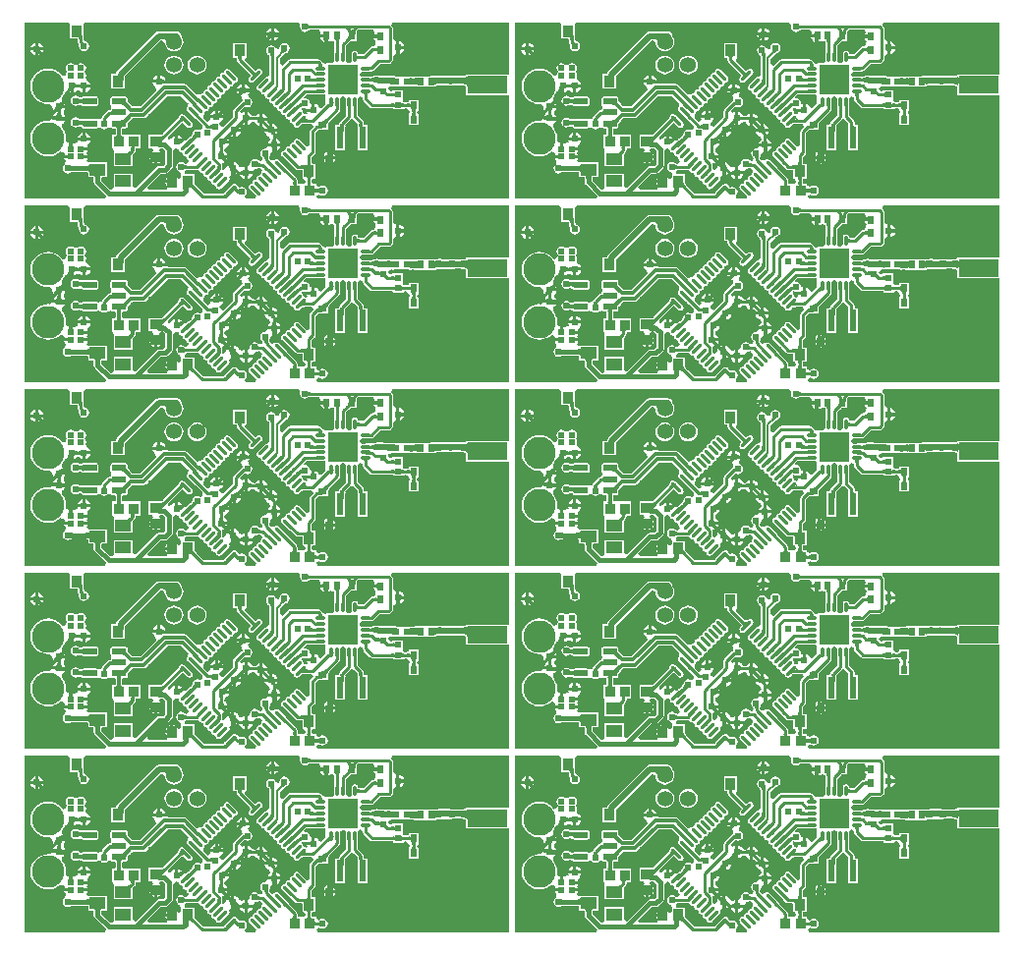
<source format=gtl>
G04*
G04 #@! TF.GenerationSoftware,Altium Limited,Altium Designer,22.10.1 (41)*
G04*
G04 Layer_Physical_Order=1*
G04 Layer_Color=255*
%FSTAX24Y24*%
%MOIN*%
G70*
G04*
G04 #@! TF.SameCoordinates,821BB7C7-380A-43D0-A621-5EA73BA4A5B0*
G04*
G04*
G04 #@! TF.FilePolarity,Positive*
G04*
G01*
G75*
%ADD10R,0.0252X0.0236*%
%ADD11R,0.0236X0.0252*%
%ADD12R,0.0197X0.0236*%
%ADD13R,0.0236X0.0197*%
%ADD14R,0.0236X0.0295*%
%ADD15R,0.0354X0.0394*%
%ADD16R,0.1024X0.1024*%
G04:AMPARAMS|DCode=17|XSize=31.9mil|YSize=10.2mil|CornerRadius=1.3mil|HoleSize=0mil|Usage=FLASHONLY|Rotation=0.000|XOffset=0mil|YOffset=0mil|HoleType=Round|Shape=RoundedRectangle|*
%AMROUNDEDRECTD17*
21,1,0.0319,0.0077,0,0,0.0*
21,1,0.0293,0.0102,0,0,0.0*
1,1,0.0026,0.0147,-0.0038*
1,1,0.0026,-0.0147,-0.0038*
1,1,0.0026,-0.0147,0.0038*
1,1,0.0026,0.0147,0.0038*
%
%ADD17ROUNDEDRECTD17*%
G04:AMPARAMS|DCode=18|XSize=31.9mil|YSize=10.2mil|CornerRadius=1.3mil|HoleSize=0mil|Usage=FLASHONLY|Rotation=90.000|XOffset=0mil|YOffset=0mil|HoleType=Round|Shape=RoundedRectangle|*
%AMROUNDEDRECTD18*
21,1,0.0319,0.0077,0,0,90.0*
21,1,0.0293,0.0102,0,0,90.0*
1,1,0.0026,0.0038,0.0147*
1,1,0.0026,0.0038,-0.0147*
1,1,0.0026,-0.0038,-0.0147*
1,1,0.0026,-0.0038,0.0147*
%
%ADD18ROUNDEDRECTD18*%
G04:AMPARAMS|DCode=19|XSize=11.8mil|YSize=47.2mil|CornerRadius=0mil|HoleSize=0mil|Usage=FLASHONLY|Rotation=225.000|XOffset=0mil|YOffset=0mil|HoleType=Round|Shape=Round|*
%AMOVALD19*
21,1,0.0354,0.0118,0.0000,0.0000,315.0*
1,1,0.0118,-0.0125,0.0125*
1,1,0.0118,0.0125,-0.0125*
%
%ADD19OVALD19*%

G04:AMPARAMS|DCode=20|XSize=11.8mil|YSize=47.2mil|CornerRadius=0mil|HoleSize=0mil|Usage=FLASHONLY|Rotation=135.000|XOffset=0mil|YOffset=0mil|HoleType=Round|Shape=Round|*
%AMOVALD20*
21,1,0.0354,0.0118,0.0000,0.0000,225.0*
1,1,0.0118,0.0125,0.0125*
1,1,0.0118,-0.0125,-0.0125*
%
%ADD20OVALD20*%

%ADD21R,0.0394X0.0354*%
%ADD22R,0.0236X0.0748*%
%ADD23R,0.0157X0.0748*%
%ADD24R,0.1378X0.0591*%
%ADD25R,0.0335X0.0374*%
%ADD26R,0.0551X0.0394*%
G04:AMPARAMS|DCode=27|XSize=47.6mil|YSize=23.2mil|CornerRadius=2.9mil|HoleSize=0mil|Usage=FLASHONLY|Rotation=0.000|XOffset=0mil|YOffset=0mil|HoleType=Round|Shape=RoundedRectangle|*
%AMROUNDEDRECTD27*
21,1,0.0476,0.0174,0,0,0.0*
21,1,0.0418,0.0232,0,0,0.0*
1,1,0.0058,0.0209,-0.0087*
1,1,0.0058,-0.0209,-0.0087*
1,1,0.0058,-0.0209,0.0087*
1,1,0.0058,0.0209,0.0087*
%
%ADD27ROUNDEDRECTD27*%
%ADD28C,0.0200*%
%ADD29C,0.0100*%
%ADD30C,0.0190*%
%ADD31C,0.0170*%
%ADD32C,0.0119*%
%ADD33C,0.0216*%
%ADD34C,0.0110*%
%ADD35C,0.0120*%
%ADD36C,0.0140*%
%ADD37C,0.0130*%
%ADD38C,0.0216*%
%ADD39C,0.0118*%
%ADD40C,0.0080*%
%ADD41C,0.0150*%
%ADD42C,0.1102*%
%ADD43R,0.0535X0.0535*%
%ADD44C,0.0535*%
%ADD45C,0.0240*%
G36*
X048719Y046801D02*
X048727Y046795D01*
X048735Y04679D01*
X048744Y046785D01*
X048753Y046782D01*
X048763Y046779D01*
X048773Y046776D01*
X048784Y046775D01*
X048796Y046774D01*
X048808Y046773D01*
Y046673D01*
X048796Y046673D01*
X048784Y046672D01*
X048773Y04667D01*
X048763Y046668D01*
X048753Y046665D01*
X048744Y046661D01*
X048735Y046657D01*
X048727Y046651D01*
X048719Y046646D01*
X048712Y046639D01*
Y046807D01*
X048719Y046801D01*
D02*
G37*
G36*
X032066D02*
X032073Y046795D01*
X032081Y04679D01*
X03209Y046785D01*
X032099Y046782D01*
X032109Y046779D01*
X032119Y046776D01*
X03213Y046775D01*
X032142Y046774D01*
X032154Y046773D01*
Y046673D01*
X032142Y046673D01*
X03213Y046672D01*
X032119Y04667D01*
X032109Y046668D01*
X032099Y046665D01*
X03209Y046661D01*
X032081Y046657D01*
X032073Y046651D01*
X032066Y046646D01*
X032059Y046639D01*
Y046807D01*
X032066Y046801D01*
D02*
G37*
G36*
X05032Y046548D02*
X050202Y046547D01*
X050202Y046547D01*
X050201Y046547D01*
X050201Y046547D01*
X050201Y046547D01*
X050086Y046548D01*
X050085Y046615D01*
X050185D01*
X050185Y046602D01*
X050188Y046571D01*
X050189Y046564D01*
X050191Y046558D01*
X050193Y046553D01*
X050196Y04655D01*
X050199Y046547D01*
X050201Y046547D01*
X050205Y046548D01*
X050208Y04655D01*
X050211Y046553D01*
X050214Y046558D01*
X050216Y046565D01*
X050218Y046573D01*
X05022Y046582D01*
X050221Y046592D01*
X050221Y046618D01*
X050321D01*
X05032Y046548D01*
D02*
G37*
G36*
X033667D02*
X033548Y046547D01*
X033548Y046547D01*
X033548Y046547D01*
X033548Y046547D01*
X033548Y046547D01*
X033433Y046548D01*
X033432Y046615D01*
X033532D01*
X033532Y046602D01*
X033534Y046571D01*
X033536Y046564D01*
X033538Y046558D01*
X03354Y046553D01*
X033542Y04655D01*
X033545Y046547D01*
X033548Y046547D01*
X033552Y046548D01*
X033555Y04655D01*
X033558Y046553D01*
X033561Y046558D01*
X033563Y046565D01*
X033565Y046573D01*
X033566Y046582D01*
X033567Y046592D01*
X033568Y046618D01*
X033668D01*
X033667Y046548D01*
D02*
G37*
G36*
X050993Y046521D02*
X050969Y046485D01*
X050962Y04645D01*
X051004D01*
X05101Y046473D01*
X051022Y046473D01*
X051044Y046476D01*
X051055Y046477D01*
X051065Y04648D01*
X051075Y046482D01*
X051084Y046486D01*
X051093Y04649D01*
X051101Y046494D01*
X051109Y046499D01*
X051099Y04645D01*
X051176D01*
Y04635D01*
X051079D01*
X051076Y046334D01*
X05107Y046341D01*
X051064Y046348D01*
X051062Y04635D01*
X050962D01*
X050969Y046314D01*
X051018Y046241D01*
X051008Y046144D01*
X050966Y046061D01*
X050958Y046061D01*
X050953Y046058D01*
X05091D01*
X050871Y046051D01*
X050838Y046029D01*
X050602Y045793D01*
X050476D01*
X050471Y045795D01*
X050454Y045795D01*
X05044Y045797D01*
X05043Y045798D01*
X050422Y0458D01*
X050421Y045801D01*
Y045836D01*
X050417Y045861D01*
X050403Y045882D01*
X050382Y045896D01*
X050357Y0459D01*
X050281D01*
X050256Y045896D01*
X050235Y045882D01*
X050221Y045861D01*
X050217Y045836D01*
Y045543D01*
X050134Y045484D01*
X050111D01*
X050028Y045543D01*
Y045687D01*
X050028Y045691D01*
Y046096D01*
X050118Y046186D01*
X050123Y046188D01*
X050161Y046223D01*
X050176Y046235D01*
X050189Y046244D01*
X050194Y046247D01*
X050221D01*
X050228Y046244D01*
X050232Y046246D01*
X050236Y046245D01*
X05024Y046247D01*
X050371D01*
Y046481D01*
X050373Y046491D01*
Y046545D01*
X050374Y046547D01*
X050375Y046577D01*
X050419Y046621D01*
X050946D01*
X050993Y046521D01*
D02*
G37*
G36*
X03434D02*
X034316Y046485D01*
X034308Y04645D01*
X034351D01*
X034356Y046473D01*
X034368Y046473D01*
X034391Y046476D01*
X034401Y046477D01*
X034412Y04648D01*
X034421Y046482D01*
X034431Y046486D01*
X034439Y04649D01*
X034448Y046494D01*
X034455Y046499D01*
X034445Y04645D01*
X034523D01*
Y04635D01*
X034425D01*
X034422Y046334D01*
X034417Y046341D01*
X034411Y046348D01*
X034409Y04635D01*
X034308D01*
X034316Y046314D01*
X034364Y046241D01*
X034355Y046144D01*
X034313Y046061D01*
X034305Y046061D01*
X0343Y046058D01*
X034256D01*
X034217Y046051D01*
X034184Y046029D01*
X033948Y045793D01*
X033823D01*
X033818Y045795D01*
X0338Y045795D01*
X033787Y045797D01*
X033776Y045798D01*
X033769Y0458D01*
X033768Y045801D01*
Y045836D01*
X033763Y045861D01*
X033749Y045882D01*
X033728Y045896D01*
X033704Y0459D01*
X033627D01*
X033603Y045896D01*
X033582Y045882D01*
X033568Y045861D01*
X033563Y045836D01*
Y045543D01*
X03348Y045484D01*
X033457D01*
X033374Y045543D01*
Y045687D01*
X033375Y045691D01*
Y046096D01*
X033465Y046186D01*
X03347Y046188D01*
X033508Y046223D01*
X033522Y046235D01*
X033535Y046244D01*
X033541Y046247D01*
X033567D01*
X033574Y046244D01*
X033578Y046246D01*
X033583Y046245D01*
X033586Y046247D01*
X033718D01*
Y046481D01*
X03372Y046491D01*
Y046545D01*
X033721Y046547D01*
X033721Y046577D01*
X033765Y046621D01*
X034292D01*
X03434Y046521D01*
D02*
G37*
G36*
X050228Y046298D02*
X05022Y046304D01*
X050211Y046307D01*
X0502D01*
X050188Y046304D01*
X050175Y046298D01*
X05016Y04629D01*
X050144Y046279D01*
X050126Y046264D01*
X050086Y046228D01*
X050016Y046298D01*
X050035Y046319D01*
X050067Y046356D01*
X050078Y046372D01*
X050086Y046387D01*
X050092Y0464D01*
X050095Y046412D01*
Y046423D01*
X050092Y046432D01*
X050086Y04644D01*
X050228Y046298D01*
D02*
G37*
G36*
X033574D02*
X033566Y046304D01*
X033557Y046307D01*
X033547D01*
X033535Y046304D01*
X033521Y046298D01*
X033506Y04629D01*
X03349Y046279D01*
X033472Y046264D01*
X033433Y046228D01*
X033362Y046298D01*
X033382Y046319D01*
X033413Y046356D01*
X033424Y046372D01*
X033433Y046387D01*
X033438Y0464D01*
X033441Y046412D01*
Y046423D01*
X033438Y046432D01*
X033433Y04644D01*
X033574Y046298D01*
D02*
G37*
G36*
X041068Y046378D02*
X041068Y046377D01*
X041069Y046374D01*
X041069Y046329D01*
X041069Y046278D01*
X040969D01*
X040969Y046297D01*
X040967Y046314D01*
X040965Y046329D01*
X040961Y046342D01*
X040957Y046353D01*
X040951Y046362D01*
X040945Y046369D01*
X040937Y046375D01*
X040929Y046378D01*
X040919Y046379D01*
X041068Y046378D01*
D02*
G37*
G36*
X024415D02*
X024415Y046377D01*
X024415Y046374D01*
X024416Y046329D01*
X024416Y046278D01*
X024316D01*
X024315Y046297D01*
X024314Y046314D01*
X024311Y046329D01*
X024308Y046342D01*
X024303Y046353D01*
X024298Y046362D01*
X024291Y046369D01*
X024284Y046375D01*
X024275Y046378D01*
X024266Y046379D01*
X024415Y046378D01*
D02*
G37*
G36*
X049817Y046298D02*
X049809Y046297D01*
X049803Y046294D01*
X049797Y046289D01*
X049792Y046282D01*
X049788Y046273D01*
X049785Y046262D01*
X049782Y046249D01*
X04978Y046234D01*
X049779Y046217D01*
X049778Y046198D01*
X049678D01*
X049678Y046218D01*
X049676Y046235D01*
X049674Y04625D01*
X04967Y046263D01*
X049666Y046274D01*
X04966Y046283D01*
X049654Y04629D01*
X049646Y046295D01*
X049638Y046299D01*
X049628Y0463D01*
X049817Y046298D01*
D02*
G37*
G36*
X033163D02*
X033156Y046297D01*
X033149Y046294D01*
X033144Y046289D01*
X033139Y046282D01*
X033134Y046273D01*
X033131Y046262D01*
X033128Y046249D01*
X033126Y046234D01*
X033125Y046217D01*
X033125Y046198D01*
X033025D01*
X033024Y046218D01*
X033023Y046235D01*
X03302Y04625D01*
X033017Y046263D01*
X033012Y046274D01*
X033007Y046283D01*
X033Y04629D01*
X032993Y046295D01*
X032984Y046299D01*
X032975Y0463D01*
X033163Y046298D01*
D02*
G37*
G36*
X041074Y046234D02*
X0411Y046212D01*
X041107Y046206D01*
X041114Y046202D01*
X04112Y046198D01*
X041126Y046196D01*
X041131Y046194D01*
X041136Y046193D01*
X041015Y046117D01*
X041016Y046122D01*
X041017Y046128D01*
X041016Y046134D01*
X041015Y04614D01*
X041012Y046146D01*
X041008Y046153D01*
X041004Y04616D01*
X040998Y046167D01*
X040992Y046175D01*
X040984Y046183D01*
X041065Y046244D01*
X041074Y046234D01*
D02*
G37*
G36*
X024421D02*
X024446Y046212D01*
X024453Y046206D01*
X02446Y046202D01*
X024466Y046198D01*
X024472Y046196D01*
X024477Y046194D01*
X024482Y046193D01*
X024361Y046117D01*
X024363Y046122D01*
X024363Y046128D01*
X024363Y046134D01*
X024361Y04614D01*
X024358Y046146D01*
X024355Y046153D01*
X02435Y04616D01*
X024345Y046167D01*
X024338Y046175D01*
X02433Y046183D01*
X024411Y046244D01*
X024421Y046234D01*
D02*
G37*
G36*
X048457Y046802D02*
X048464Y046778D01*
X048453Y046723D01*
X048466Y046657D01*
X048504Y046601D01*
X04856Y046563D01*
X048626Y04655D01*
X048693Y046563D01*
X048745Y046598D01*
X048749Y0466D01*
X048754Y046604D01*
X048758Y046607D01*
X048762Y046609D01*
X048766Y046612D01*
X048771Y046614D01*
X048777Y046615D01*
X048783Y046617D01*
X048791Y046618D01*
X048799Y046619D01*
X048809Y046619D01*
X048814Y046621D01*
X049101D01*
X049154Y046521D01*
X049146Y046509D01*
X049139Y046473D01*
X049172D01*
X049184Y046474D01*
X049196Y046475D01*
X049207Y046476D01*
X049217Y046479D01*
X049227Y046482D01*
X049236Y046485D01*
X049245Y04649D01*
X049253Y046495D01*
X049261Y046501D01*
X049267Y046507D01*
Y046473D01*
X049353D01*
Y046423D01*
X049403D01*
Y046324D01*
X049416Y046321D01*
X049409Y046316D01*
X049403Y046311D01*
Y046299D01*
X049426Y0463D01*
X049417Y046299D01*
X049408Y046295D01*
X049403Y046292D01*
Y046209D01*
X049439Y046216D01*
X049443Y046219D01*
X049526Y046245D01*
X049535Y046245D01*
X049623Y046228D01*
X049624Y046215D01*
X049624Y046197D01*
X049626Y046192D01*
Y045839D01*
X049626Y045836D01*
Y045543D01*
X049543Y045484D01*
X049363D01*
Y045484D01*
X049352Y045471D01*
X049313Y045469D01*
X049244Y045501D01*
X049243Y045504D01*
X049221Y045537D01*
X049163Y045595D01*
X04913Y045617D01*
X049091Y045625D01*
X048126D01*
X048087Y045617D01*
X048054Y045595D01*
X047868Y045409D01*
X047768Y045451D01*
Y045635D01*
X047918Y045785D01*
X047923Y045787D01*
X047937Y0458D01*
X047943Y045805D01*
X047958Y045816D01*
X047964Y04582D01*
X04799Y045834D01*
X047999Y045838D01*
X047999Y045838D01*
X047999Y045838D01*
X048004Y045844D01*
X048049Y045874D01*
X048087Y04593D01*
X0481Y045997D01*
X048087Y046063D01*
X048049Y046119D01*
X047993Y046157D01*
X047926Y04617D01*
X04786Y046157D01*
X047804Y046119D01*
X047766Y046063D01*
X047753Y045997D01*
X047758Y045971D01*
X047744Y04596D01*
X047643Y045988D01*
X047631Y045998D01*
X047599Y046046D01*
X047543Y046083D01*
X047476Y046097D01*
X04741Y046083D01*
X047354Y046046D01*
X047316Y04599D01*
X047303Y045923D01*
X047316Y045857D01*
X047354Y045801D01*
X047395Y045773D01*
X0474Y045767D01*
X047405Y045764D01*
X047405Y045764D01*
X047406Y045763D01*
X047407Y045762D01*
X047408Y04576D01*
X047409Y045757D01*
X04741Y045753D01*
X047412Y045747D01*
X047412Y04574D01*
X047413Y04573D01*
X047415Y045725D01*
Y045116D01*
X047348Y04503D01*
X047305Y045022D01*
X047269Y044997D01*
X047019Y044747D01*
X046994Y044711D01*
X046986Y044668D01*
X046994Y044626D01*
X047019Y04459D01*
X047055Y044566D01*
X047097Y044557D01*
X047125Y044529D01*
X047134Y044487D01*
X047158Y04445D01*
X047194Y044426D01*
X047236Y044418D01*
X047264Y04439D01*
X047273Y044347D01*
X047297Y044311D01*
X047333Y044287D01*
X047376Y044279D01*
X047404Y044251D01*
X047412Y044208D01*
X047436Y044172D01*
X047472Y044148D01*
X047515Y044139D01*
X047543Y044111D01*
X047551Y044069D01*
X047575Y044033D01*
X047611Y044009D01*
X047654Y044D01*
X047682Y043972D01*
X04769Y04393D01*
X047715Y043894D01*
X047751Y04387D01*
X047793Y043861D01*
X047821Y043833D01*
X04783Y043791D01*
X047854Y043754D01*
X04789Y04373D01*
X047932Y043722D01*
X04796Y043694D01*
X047969Y043651D01*
X047993Y043615D01*
X048029Y043591D01*
X048072Y043583D01*
X0481Y043555D01*
X048108Y043512D01*
X048132Y043476D01*
X048168Y043452D01*
X048211Y043444D01*
X048239Y043416D01*
X048247Y043373D01*
X048271Y043337D01*
X048307Y043313D01*
X04835Y043304D01*
X048392Y043313D01*
X048429Y043337D01*
X048493Y043401D01*
X048494Y043402D01*
X048502Y043409D01*
X048509Y043414D01*
X048517Y043419D01*
X048526Y043423D01*
X048536Y043427D01*
X048548Y04343D01*
X048561Y043433D01*
X048575Y043435D01*
X048591Y043436D01*
X04861Y043437D01*
X048615Y043439D01*
X048856D01*
X048901Y043342D01*
X048804Y043245D01*
X048782Y043212D01*
X048774Y043173D01*
Y042696D01*
X048694Y042665D01*
X048674Y042664D01*
X048429Y04291D01*
X048392Y042934D01*
X04835Y042942D01*
X048307Y042934D01*
X048271Y04291D01*
X048247Y042873D01*
X048239Y042831D01*
X048211Y042803D01*
X048168Y042794D01*
X048132Y04277D01*
X048108Y042734D01*
X0481Y042692D01*
X048072Y042664D01*
X048029Y042655D01*
X047993Y042631D01*
X047969Y042595D01*
X04796Y042553D01*
X047932Y042525D01*
X04789Y042516D01*
X047854Y042492D01*
X04783Y042456D01*
X047821Y042413D01*
X04783Y042371D01*
X047854Y042335D01*
X048104Y042084D01*
X048121Y042073D01*
X048122Y04207D01*
X048123Y04207D01*
X048124Y042068D01*
X048202Y041996D01*
X048207Y041994D01*
X048303Y041898D01*
X048337Y041876D01*
X048376Y041868D01*
X048479D01*
X048483Y041866D01*
X048501Y041866D01*
X048514Y041864D01*
X048525Y041863D01*
X048532Y041861D01*
X048534Y04186D01*
Y041576D01*
X048593D01*
X048634Y041476D01*
X048582Y04141D01*
X048488D01*
X048465Y04141D01*
X04838D01*
X04838Y041411D01*
X048378Y041419D01*
X048376Y041429D01*
X048375Y041443D01*
X048375Y04146D01*
X048373Y041465D01*
Y041518D01*
X048365Y041557D01*
X048343Y04159D01*
X048072Y041861D01*
X04807Y041866D01*
X048025Y041912D01*
X048007Y041932D01*
X048006Y041934D01*
X048005Y041935D01*
X048Y041938D01*
X047997Y041945D01*
X047994Y041947D01*
X047983Y041963D01*
X047733Y042214D01*
X047696Y042238D01*
X047654Y042246D01*
X047611Y042238D01*
X047575Y042214D01*
X047567Y042208D01*
X047484Y042197D01*
X047474Y042204D01*
X047408Y042265D01*
X047408Y042268D01*
X047409Y042287D01*
X04741Y042294D01*
X047412Y042302D01*
X047414Y042308D01*
X047416Y042314D01*
X047418Y04232D01*
X047421Y042325D01*
X047424Y042331D01*
X047425Y04234D01*
X047437Y042357D01*
X04745Y042423D01*
X047449Y04243D01*
X047452Y042437D01*
X047526Y0425D01*
Y042611D01*
X047521Y042616D01*
X047514Y042621D01*
X047526Y042624D01*
Y042673D01*
X047353D01*
X04729Y042598D01*
X047283Y042595D01*
X047276Y042597D01*
X04721Y042583D01*
X047154Y042546D01*
X047116Y04249D01*
X047103Y042423D01*
X047116Y042357D01*
X047154Y042301D01*
X047177Y042285D01*
X047183Y042276D01*
X047173Y04221D01*
X047166Y042185D01*
X047141Y042177D01*
X047053Y04219D01*
X047049Y042196D01*
X046993Y042233D01*
X046926Y042247D01*
X04686Y042233D01*
X046804Y042196D01*
X046766Y04214D01*
X046753Y042073D01*
X046754Y042066D01*
X046751Y04206D01*
X046676Y041997D01*
Y041823D01*
X04685D01*
X046913Y041898D01*
X04692Y041901D01*
X046926Y0419D01*
X046993Y041913D01*
X04701Y041924D01*
X047019Y041926D01*
X047025Y041929D01*
X04703Y041932D01*
X047035Y041934D01*
X047041Y041936D01*
X047048Y041938D01*
X047055Y041939D01*
X047062Y04194D01*
X047082Y041942D01*
X047092Y041942D01*
X047103Y041936D01*
X04717Y041855D01*
X047163Y041803D01*
X047158Y041796D01*
X047134Y04176D01*
X047125Y041717D01*
X047097Y041689D01*
X047055Y041681D01*
X047019Y041657D01*
X046994Y041621D01*
X046986Y041578D01*
X046958Y04155D01*
X046915Y041542D01*
X046879Y041518D01*
X046855Y041482D01*
X046847Y041439D01*
X046819Y041411D01*
X046776Y041402D01*
X04674Y041378D01*
X046716Y041342D01*
X046708Y0413D01*
X046716Y041257D01*
X04674Y041221D01*
X046973Y040988D01*
X046956Y04092D01*
X046935Y040888D01*
X046611D01*
X04658Y040988D01*
X046599Y041001D01*
X046637Y041057D01*
X04665Y041123D01*
X046637Y04119D01*
X046599Y041246D01*
X046543Y041283D01*
X046476Y041297D01*
X04641Y041283D01*
X04637Y041316D01*
X046331Y041351D01*
X046313Y041378D01*
X046277Y041402D01*
X046234Y041411D01*
X046192Y041402D01*
X046156Y041378D01*
X045905Y041128D01*
X045895Y041113D01*
X045894Y041113D01*
X045893Y041111D01*
X04589Y04111D01*
X045857Y041075D01*
X045184D01*
X04497Y041289D01*
X04497Y041291D01*
X044966Y041294D01*
X044965Y041295D01*
X044963Y0413D01*
X044938Y041325D01*
X044899Y04137D01*
X044885Y041387D01*
X044875Y041403D01*
X044869Y041413D01*
Y041442D01*
X044871Y041446D01*
X044869Y041448D01*
Y04172D01*
X044575D01*
X044561Y041738D01*
X044552Y041803D01*
X044553Y041811D01*
X044553Y041814D01*
X044554Y041818D01*
X044556Y041822D01*
X044558Y041827D01*
X044583Y041867D01*
X044591Y041868D01*
X044599Y041869D01*
X044609Y041869D01*
X044614Y041871D01*
X044954D01*
X044994Y041878D01*
X045068Y041809D01*
X04507Y041806D01*
X045106Y041782D01*
X045148Y041773D01*
X045176Y041745D01*
X045185Y041703D01*
X045209Y041667D01*
X045245Y041642D01*
X045288Y041634D01*
X045316Y041606D01*
X045324Y041563D01*
X045348Y041527D01*
X045384Y041503D01*
X045427Y041495D01*
X045455Y041467D01*
X045463Y041424D01*
X045487Y041388D01*
X045523Y041364D01*
X045566Y041356D01*
X045594Y041328D01*
X045602Y041285D01*
X045627Y041249D01*
X045663Y041225D01*
X045705Y041216D01*
X045748Y041225D01*
X045784Y041249D01*
X046034Y0415D01*
X046058Y041536D01*
X046067Y041578D01*
X046058Y041621D01*
X046053Y041629D01*
X046055Y041635D01*
X046119Y04171D01*
X046126Y041709D01*
Y041811D01*
X046121Y041816D01*
X046114Y041821D01*
X046126Y041824D01*
Y041923D01*
Y041994D01*
X046056Y041924D01*
X046056Y041934D01*
X046055Y041943D01*
X046053Y041953D01*
X04605Y041962D01*
X046046Y041971D01*
X046041Y04198D01*
X046035Y041989D01*
X046029Y041998D01*
X046021Y042007D01*
X046013Y042016D01*
X046084Y042087D01*
X046092Y042078D01*
X046101Y042071D01*
X04611Y042064D01*
X046119Y042059D01*
X046126Y042055D01*
Y042138D01*
X046091Y042131D01*
X046018Y042082D01*
X045969Y042009D01*
X045952Y041923D01*
X045953Y04192D01*
X045865Y041851D01*
X045813Y041875D01*
X045809Y041924D01*
Y041931D01*
X045811Y041955D01*
X04581Y041957D01*
X045811Y041959D01*
X045811Y042006D01*
X045809Y042011D01*
Y042066D01*
X045802Y042104D01*
X045862Y042116D01*
X045935Y042165D01*
X045984Y042237D01*
X045991Y042273D01*
X045908D01*
X045912Y042266D01*
X045918Y042257D01*
X045924Y042248D01*
X045932Y042239D01*
X04594Y04223D01*
X045869Y04216D01*
X04586Y042168D01*
X045852Y042175D01*
X045843Y042182D01*
X045834Y042188D01*
X045824Y042193D01*
X045815Y042196D01*
X045806Y042199D01*
X045797Y042202D01*
X045787Y042203D01*
X045778Y042203D01*
X045848Y042273D01*
X045776D01*
Y042373D01*
X045991D01*
X045984Y042409D01*
X045935Y042482D01*
X045893Y04251D01*
X045909Y042615D01*
X045912Y042616D01*
X045985Y042665D01*
X046034Y042737D01*
X046041Y042773D01*
X045826D01*
Y042873D01*
X045898D01*
X045828Y042943D01*
X045837Y042944D01*
X045847Y042945D01*
X045856Y042947D01*
X045865Y04295D01*
X045874Y042954D01*
X045884Y042959D01*
X045893Y042964D01*
X045902Y042971D01*
X04591Y042978D01*
X045919Y042987D01*
X04599Y042916D01*
X045982Y042907D01*
X045974Y042898D01*
X045968Y042889D01*
X045962Y04288D01*
X045958Y042873D01*
X046041D01*
X046034Y042909D01*
X045985Y042982D01*
X046Y04305D01*
X046068Y043065D01*
X046141Y043016D01*
X046176Y043009D01*
Y043091D01*
X046169Y043088D01*
X04616Y043082D01*
X046151Y043075D01*
X046142Y043068D01*
X046134Y04306D01*
X046063Y04313D01*
X046071Y043139D01*
X046079Y043148D01*
X046085Y043157D01*
X046091Y043166D01*
X046096Y043175D01*
X0461Y043184D01*
X046103Y043194D01*
X046105Y043203D01*
X046106Y043213D01*
X046106Y043222D01*
X046176Y043152D01*
Y043223D01*
X046226D01*
Y043273D01*
X046298D01*
X046228Y043343D01*
X046237Y043344D01*
X046247Y043345D01*
X046256Y043347D01*
X046265Y04335D01*
X046274Y043354D01*
X046284Y043359D01*
X046293Y043364D01*
X046302Y043371D01*
X04631Y043378D01*
X046319Y043387D01*
X04639Y043316D01*
X046382Y043307D01*
X046374Y043298D01*
X046368Y043289D01*
X046362Y04328D01*
X046358Y043273D01*
X046441D01*
X046434Y043309D01*
X046385Y043382D01*
X046393Y043452D01*
X046468Y043465D01*
X046541Y043416D01*
X046576Y043409D01*
Y043491D01*
X046569Y043488D01*
X04656Y043482D01*
X046551Y043475D01*
X046542Y043468D01*
X046534Y04346D01*
X046463Y04353D01*
X046471Y043539D01*
X046479Y043548D01*
X046485Y043557D01*
X046491Y043566D01*
X046496Y043575D01*
X0465Y043584D01*
X046503Y043594D01*
X046505Y043603D01*
X046506Y043613D01*
X046506Y043622D01*
X046576Y043552D01*
Y043623D01*
Y043838D01*
X046541Y043831D01*
X046478Y043789D01*
X046475Y04379D01*
X046413Y043865D01*
X04657Y044023D01*
X046601Y044002D01*
X046668Y043988D01*
X046734Y044002D01*
X04679Y044039D01*
X046828Y044095D01*
X046841Y044162D01*
X046828Y044228D01*
X04679Y044284D01*
X046734Y044322D01*
X046728Y044323D01*
X046711Y04436D01*
X046696Y044431D01*
X046734Y044487D01*
X046741Y044523D01*
X046708D01*
X046696Y044523D01*
X046684Y044522D01*
X046673Y04452D01*
X046663Y044518D01*
X046653Y044515D01*
X046644Y044511D01*
X046635Y044507D01*
X046627Y044501D01*
X046619Y044496D01*
X046612Y044489D01*
Y044523D01*
X046455D01*
X046525Y044453D01*
X046516Y044453D01*
X046506Y044452D01*
X046497Y044449D01*
X046488Y044446D01*
X046479Y044443D01*
X046469Y044438D01*
X04646Y044432D01*
X046451Y044426D01*
X046442Y044418D01*
X046434Y04441D01*
X046363Y04448D01*
X046371Y044489D01*
X046379Y044498D01*
X046385Y044507D01*
X046391Y044516D01*
X046395Y044523D01*
X046312D01*
X046319Y044487D01*
X046368Y044415D01*
X046441Y044366D01*
X046483Y044357D01*
X04649Y044349D01*
X046498Y044328D01*
X046499Y044229D01*
X046466Y044207D01*
X046204Y043945D01*
X046182Y043912D01*
X046174Y043873D01*
Y043665D01*
X045847Y043338D01*
X045744Y043371D01*
X045721Y043464D01*
X045771Y043505D01*
X045785Y043515D01*
X045834Y043587D01*
X045841Y043623D01*
X045412D01*
X045419Y043587D01*
X045357Y043502D01*
X045346Y043499D01*
X045314Y043505D01*
X045185Y043634D01*
X045181Y043651D01*
X045194Y043747D01*
X045199Y043754D01*
X045223Y043791D01*
X045232Y043833D01*
X04526Y043861D01*
X045302Y04387D01*
X045338Y043894D01*
X045363Y04393D01*
X045371Y043972D01*
X045399Y044D01*
X045442Y044009D01*
X045478Y044033D01*
X045502Y044069D01*
X04551Y044111D01*
X045538Y044139D01*
X045581Y044148D01*
X045617Y044172D01*
X045641Y044208D01*
X045649Y044251D01*
X045677Y044279D01*
X04572Y044287D01*
X045756Y044311D01*
X04578Y044347D01*
X045789Y04439D01*
X045817Y044418D01*
X045859Y044426D01*
X045895Y04445D01*
X045919Y044487D01*
X045928Y044529D01*
X045956Y044557D01*
X045998Y044566D01*
X046034Y04459D01*
X046058Y044626D01*
X046067Y044668D01*
X046095Y044696D01*
X046137Y044705D01*
X046174Y044729D01*
X046198Y044765D01*
X046206Y044807D01*
X046234Y044835D01*
X046277Y044844D01*
X046313Y044868D01*
X046337Y044904D01*
X046345Y044947D01*
X046337Y044989D01*
X046313Y045025D01*
X046062Y045276D01*
X046026Y0453D01*
X045984Y045308D01*
X045941Y0453D01*
X045905Y045276D01*
X045881Y04524D01*
X045872Y045197D01*
X045844Y045169D01*
X045802Y045161D01*
X045766Y045137D01*
X045742Y045101D01*
X045733Y045058D01*
X045705Y04503D01*
X045663Y045022D01*
X045627Y044997D01*
X045602Y044961D01*
X045594Y044919D01*
X045566Y044891D01*
X045523Y044882D01*
X045487Y044858D01*
X045463Y044822D01*
X045455Y04478D01*
X045427Y044752D01*
X045384Y044743D01*
X045348Y044719D01*
X045324Y044683D01*
X045316Y04464D01*
X045288Y044612D01*
X045245Y044604D01*
X045209Y04458D01*
X045185Y044544D01*
X045176Y044501D01*
X045148Y044473D01*
X045106Y044465D01*
X04507Y044441D01*
X044965Y044423D01*
X04495Y044427D01*
X044625Y044752D01*
X044589Y044776D01*
X044546Y044785D01*
X044546Y044785D01*
X043985D01*
X043901Y044873D01*
X043884Y044959D01*
X043835Y045032D01*
X043762Y045081D01*
X043726Y045088D01*
Y044873D01*
X043676D01*
Y044823D01*
X043462D01*
X043469Y044787D01*
X043518Y044715D01*
X043562Y044685D01*
X043591Y044572D01*
X043043Y044024D01*
X042773D01*
X042683Y044114D01*
X042682Y044119D01*
X042639Y044164D01*
X042624Y044182D01*
X042613Y044198D01*
X04261Y044204D01*
Y044248D01*
X042611Y044249D01*
X04261Y044251D01*
Y044258D01*
X04261Y044258D01*
X04261Y044258D01*
Y044284D01*
X042604Y044315D01*
X042587Y044341D01*
X042561Y044359D01*
X04253Y044365D01*
X042111D01*
X042081Y044359D01*
X042054Y044341D01*
X042037Y044315D01*
X042031Y044284D01*
Y04411D01*
X042037Y044079D01*
X042043Y044071D01*
X042054Y044044D01*
Y043976D01*
X042043Y04395D01*
X042037Y043941D01*
X042031Y04391D01*
Y043902D01*
X042012Y0439D01*
X041998Y0439D01*
X041988Y043895D01*
X04196Y04389D01*
X041927Y043868D01*
X041754Y043695D01*
X041732Y043662D01*
X041725Y043628D01*
X041716Y043619D01*
X041696Y043605D01*
X041598Y043593D01*
X041572Y043611D01*
X041542Y043617D01*
X041123D01*
X041092Y043611D01*
X041074Y043599D01*
X041065Y043595D01*
X041023Y043596D01*
X040968Y043602D01*
X040912Y04364D01*
X040845Y043653D01*
X040779Y04364D01*
X040723Y043602D01*
X040685Y043546D01*
X040672Y04348D01*
X040685Y043413D01*
X040723Y043357D01*
X040779Y043319D01*
X040845Y043306D01*
X040912Y043319D01*
X040941Y043339D01*
X040951Y043341D01*
X040952Y043342D01*
X041052Y043327D01*
X041061Y043312D01*
X041063Y043309D01*
X041064Y043308D01*
X041066Y043305D01*
X041092Y043288D01*
X041123Y043281D01*
X041542D01*
X041572Y043288D01*
X041598Y043305D01*
X041702Y043301D01*
X041706Y043299D01*
X04176Y043263D01*
X041826Y04325D01*
X041893Y043263D01*
X041947Y043299D01*
X041951Y043301D01*
X042054Y043305D01*
X042081Y043288D01*
X042111Y043281D01*
X04219D01*
X04219Y043281D01*
X042192Y043281D01*
X042192Y043281D01*
X042194Y043275D01*
X042197Y043265D01*
X042199Y043252D01*
X042201Y043235D01*
X042201Y043214D01*
X042203Y043209D01*
Y043133D01*
X042201Y043129D01*
X042201Y043108D01*
X042199Y043091D01*
X042197Y043078D01*
X042194Y043068D01*
X042192Y043062D01*
X042192Y043062D01*
X04219Y043062D01*
X042188Y04306D01*
X042097D01*
Y042586D01*
X042115D01*
X042134Y042494D01*
X042134Y042486D01*
Y042D01*
X042785D01*
Y042357D01*
X042786Y042361D01*
X042785Y042362D01*
Y042389D01*
X042791Y042397D01*
X042822Y042434D01*
X042843Y042455D01*
X042845Y04246D01*
X042849Y042463D01*
X042871Y042496D01*
X042877Y042528D01*
X042881Y042536D01*
X042881Y042554D01*
X042882Y042567D01*
X042884Y042578D01*
X042886Y042585D01*
X042886Y042586D01*
X043044D01*
Y04306D01*
X042632D01*
X042609Y04306D01*
X042532D01*
X042509Y04306D01*
X042441D01*
X042439Y043062D01*
X042437Y043062D01*
X042437Y043062D01*
X042435Y043068D01*
X042432Y043078D01*
X04243Y043091D01*
X042429Y043108D01*
X042428Y043129D01*
X042426Y043133D01*
Y043209D01*
X042428Y043214D01*
X042429Y043235D01*
X04243Y043252D01*
X042432Y043265D01*
X042435Y043275D01*
X042437Y043281D01*
X042437Y043281D01*
X042439Y043281D01*
X04244Y043281D01*
X04253D01*
X042561Y043288D01*
X042587Y043305D01*
X042604Y043331D01*
X04261Y043362D01*
Y043388D01*
X04261Y043389D01*
X04261Y043389D01*
Y043395D01*
X042611Y043397D01*
X04261Y043399D01*
Y043443D01*
X042613Y043448D01*
X042624Y043463D01*
X042658Y043504D01*
X042681Y043527D01*
X042683Y043532D01*
X042773Y043623D01*
X043163D01*
X043163Y043623D01*
X043206Y043631D01*
X043242Y043655D01*
X04397Y044383D01*
X044426D01*
X044666Y044143D01*
X044669Y044128D01*
X044652Y044023D01*
X044628Y043987D01*
X04462Y043944D01*
X044628Y043902D01*
X044652Y043866D01*
X044903Y043615D01*
X044919Y043604D01*
X044921Y043601D01*
X044922Y043601D01*
X044922Y0436D01*
X045001Y043527D01*
X045006Y043526D01*
X045154Y043378D01*
X045148Y043267D01*
X045091Y043218D01*
X045043Y043233D01*
X044976Y043247D01*
X04491Y043233D01*
X044854Y043196D01*
X044816Y04314D01*
X04481Y043109D01*
X044804Y043101D01*
X044803Y043093D01*
X044802Y043088D01*
X0448Y043083D01*
X044797Y043077D01*
X044794Y043072D01*
X044791Y043066D01*
X044787Y04306D01*
X044775Y043046D01*
X044768Y043038D01*
X044766Y043033D01*
X044735Y043002D01*
X044731Y043001D01*
X04473Y042999D01*
X044727Y042998D01*
X044691Y042962D01*
X044666Y04294D01*
X044662Y042937D01*
X044659Y042935D01*
X044657Y042934D01*
X044653Y042929D01*
X044651Y042927D01*
X044642Y042924D01*
X044641Y042921D01*
X044624Y04291D01*
X044592Y042877D01*
X044484Y042909D01*
X044435Y042982D01*
X044362Y043031D01*
X044326Y043038D01*
Y042823D01*
X044226D01*
Y043038D01*
X044191Y043031D01*
X044118Y042982D01*
X044081Y042927D01*
X044001Y042901D01*
X043996Y042901D01*
X043991Y043001D01*
X044437Y043447D01*
X044442Y043449D01*
X044456Y043462D01*
X044467Y043471D01*
X044476Y043478D01*
X044481Y043481D01*
X044624Y043337D01*
X04466Y043313D01*
X044703Y043304D01*
X044746Y043313D01*
X044782Y043337D01*
X044806Y043373D01*
X044814Y043416D01*
X044806Y043458D01*
X044782Y043494D01*
X044531Y043745D01*
X044495Y043769D01*
X044452Y043777D01*
X04441Y043769D01*
X044374Y043745D01*
X04435Y043709D01*
X044344Y043679D01*
X04434Y043671D01*
X044341Y043666D01*
X04434Y043661D01*
X04434Y043657D01*
X04434Y043655D01*
X044338Y043651D01*
X044335Y043646D01*
X044331Y043639D01*
X044326Y043631D01*
X044308Y04361D01*
X044297Y043598D01*
X044295Y043593D01*
X04381Y043109D01*
X043805Y043107D01*
X04378Y043083D01*
X043763Y043067D01*
X043763Y043067D01*
X043758Y043067D01*
X043757Y043066D01*
X04333D01*
Y042612D01*
X043455D01*
X043488Y042519D01*
X043486Y042512D01*
X043418Y042466D01*
X043369Y042393D01*
X043362Y042357D01*
X043791D01*
X043784Y042393D01*
X043735Y042466D01*
X043667Y042512D01*
X043666Y042515D01*
X04371Y042603D01*
X043771Y042609D01*
X043811Y042608D01*
X043899Y04252D01*
Y042076D01*
X043824Y042001D01*
X043676D01*
X043628Y041991D01*
X043586Y041963D01*
X042885Y041262D01*
X042785Y041304D01*
Y041746D01*
X042134D01*
Y041301D01*
X042134Y041252D01*
X042055Y041201D01*
X042029D01*
X041721Y041509D01*
Y041522D01*
X041722Y041526D01*
X041723Y041553D01*
X041725Y041575D01*
X041728Y041593D01*
X041732Y041607D01*
X041736Y041617D01*
X041739Y041622D01*
X041741Y041624D01*
X041741Y041624D01*
X041741Y041624D01*
X041749Y041625D01*
X041752Y041626D01*
X041919D01*
Y04212D01*
X04133D01*
X041325Y042123D01*
X04132Y042122D01*
X041319Y042123D01*
X041275Y04212D01*
X041205Y042194D01*
X041234Y042237D01*
X041241Y042273D01*
X041026D01*
Y042373D01*
X041241D01*
X041234Y042409D01*
X041208Y042448D01*
X041234Y042487D01*
X041241Y042523D01*
X041026D01*
Y042623D01*
X041241D01*
X041234Y042659D01*
X041284Y042764D01*
X041285Y042765D01*
X041334Y042837D01*
X041341Y042873D01*
X040912D01*
X040919Y042837D01*
X040901Y0428D01*
X040778Y04277D01*
X040762Y042781D01*
X040726Y042788D01*
Y042754D01*
X040727Y042742D01*
X040728Y042731D01*
X04073Y04272D01*
X040732Y042709D01*
X040735Y0427D01*
X040739Y04269D01*
X040743Y042682D01*
X040748Y042673D01*
X040754Y042666D01*
X040761Y042659D01*
X040726D01*
Y042573D01*
X040626D01*
Y042659D01*
X040592D01*
X040599Y042666D01*
X040605Y042673D01*
X04061Y042682D01*
X040614Y04269D01*
X040618Y0427D01*
X040621Y042709D01*
X040623Y04272D01*
X040625Y042731D01*
X040626Y042742D01*
X040626Y042754D01*
Y042788D01*
X040606Y042784D01*
X040582Y042793D01*
X040563Y042806D01*
X040516Y042851D01*
X040524Y042937D01*
X040513Y043055D01*
X040478Y043169D01*
X040422Y043273D01*
X040384Y043319D01*
X040381Y043333D01*
X040399Y043435D01*
X040406Y043445D01*
X040435Y043465D01*
X040484Y043537D01*
X040491Y043573D01*
X040448D01*
X040441Y043546D01*
X040429Y043546D01*
X040406Y043544D01*
X040395Y043543D01*
X040385Y04354D01*
X040375Y043538D01*
X040366Y043534D01*
X040357Y043531D01*
X040349Y043527D01*
X040341Y043522D01*
X040353Y043573D01*
X040276D01*
Y043673D01*
X040376D01*
X040379Y043686D01*
X040384Y043678D01*
X040389Y043673D01*
X040491D01*
X040484Y043709D01*
X040435Y043782D01*
Y043865D01*
X040484Y043937D01*
X040491Y043973D01*
X040276D01*
Y044073D01*
X040348D01*
X040278Y044143D01*
X040287Y044144D01*
X040297Y044145D01*
X040306Y044147D01*
X040315Y04415D01*
X040324Y044154D01*
X040334Y044159D01*
X040343Y044164D01*
X040352Y044171D01*
X04036Y044178D01*
X040369Y044187D01*
X04044Y044116D01*
X040432Y044107D01*
X040424Y044098D01*
X040418Y044089D01*
X040412Y04408D01*
X040408Y044073D01*
X040491D01*
X040484Y044109D01*
X040435Y044182D01*
X040406Y044201D01*
X040399Y044211D01*
X040381Y044313D01*
X040384Y044327D01*
X040422Y044373D01*
X040478Y044478D01*
X040487Y044507D01*
X040503Y044518D01*
X040602Y044542D01*
X040641Y044516D01*
X040676Y044509D01*
Y044564D01*
X040673Y044561D01*
X040665Y044553D01*
X040576Y044605D01*
X040584Y044614D01*
X040591Y044623D01*
X040598Y044632D01*
X040603Y044641D01*
X040607Y04465D01*
X040609Y044659D01*
X040611Y044668D01*
X040612Y044677D01*
X040611Y044686D01*
X04061Y044695D01*
X040676Y044653D01*
Y044723D01*
X040776D01*
Y044509D01*
X040812Y044516D01*
X040885Y044565D01*
X040968D01*
X041041Y044516D01*
X041076Y044509D01*
Y044723D01*
X041126D01*
Y044773D01*
X041341D01*
X041334Y044809D01*
X041285Y044882D01*
X041212Y044931D01*
X041187Y045007D01*
X0412Y045073D01*
X041187Y04514D01*
X041151Y045198D01*
X041187Y045257D01*
X0412Y045323D01*
X041187Y04539D01*
X041149Y045446D01*
X041093Y045483D01*
X041026Y045497D01*
X04096Y045483D01*
X040904Y045446D01*
X040799D01*
X040743Y045483D01*
X040676Y045497D01*
X04061Y045483D01*
X040554Y045446D01*
X040516Y04539D01*
X040503Y045323D01*
X040516Y045257D01*
X040552Y045198D01*
X040516Y04514D01*
X040507Y045095D01*
X040483Y04508D01*
X040442Y045067D01*
X040407Y045064D01*
X040347Y045136D01*
X040256Y045211D01*
X040151Y045267D01*
X040038Y045302D01*
X03992Y045313D01*
X039802Y045302D01*
X039689Y045267D01*
X039585Y045211D01*
X039493Y045136D01*
X039418Y045045D01*
X039362Y04494D01*
X039328Y044827D01*
X039316Y044709D01*
X039328Y044591D01*
X039362Y044478D01*
X039418Y044373D01*
X039493Y044282D01*
X039585Y044207D01*
X039689Y044151D01*
X039802Y044117D01*
X03992Y044105D01*
X039967Y04411D01*
X040052Y044023D01*
X040069Y043937D01*
X040118Y043865D01*
Y043782D01*
X040082Y043728D01*
X040089Y04372D01*
X040097Y043711D01*
X040056Y043642D01*
X040052Y043623D01*
X039967Y043537D01*
X03992Y043541D01*
X039802Y04353D01*
X039689Y043495D01*
X039585Y04344D01*
X039493Y043365D01*
X039418Y043273D01*
X039362Y043169D01*
X039328Y043055D01*
X039316Y042937D01*
X039328Y04282D01*
X039362Y042706D01*
X039418Y042602D01*
X039493Y04251D01*
X039585Y042435D01*
X039689Y042379D01*
X039802Y042345D01*
X03992Y042333D01*
X040038Y042345D01*
X040151Y042379D01*
X040256Y042435D01*
X040329Y042496D01*
X040411Y042483D01*
X04044Y042471D01*
X040469Y042409D01*
X040462Y042373D01*
X040676D01*
Y042273D01*
X040462D01*
X040469Y042237D01*
X040505Y042184D01*
X040506Y042158D01*
X040497Y042102D01*
X040485Y042066D01*
X040454Y042046D01*
X040416Y04199D01*
X040403Y041923D01*
X040416Y041857D01*
X040454Y041801D01*
X04051Y041763D01*
X040576Y04175D01*
X040643Y041763D01*
X040684Y041791D01*
X040685Y041791D01*
X040686Y041791D01*
X040686Y041791D01*
X040686Y041791D01*
X040731Y041794D01*
X040743Y041794D01*
X040747Y041796D01*
X041164D01*
X041168Y041794D01*
X041195Y041793D01*
X041217Y041791D01*
X041235Y041789D01*
X041248Y041785D01*
X041258Y041781D01*
X041263Y041778D01*
X041265Y041776D01*
X041265Y041776D01*
X041266Y041775D01*
X041266Y041767D01*
X041268Y041765D01*
Y041626D01*
X041435D01*
X041438Y041625D01*
X041446Y041624D01*
X041446Y041624D01*
X041446Y041624D01*
X041448Y041622D01*
X041451Y041617D01*
X041455Y041607D01*
X041459Y041593D01*
X041462Y041575D01*
X041464Y041553D01*
X041464Y041526D01*
X041466Y041522D01*
Y041456D01*
X041476Y041408D01*
X041503Y041366D01*
X041881Y040988D01*
X04188Y040967D01*
X041848Y040888D01*
X03911D01*
Y046878D01*
X040589D01*
X040665Y04682D01*
X040665Y046778D01*
Y046326D01*
X040909D01*
X04091Y046325D01*
X040912Y046318D01*
X040914Y046307D01*
X040915Y046294D01*
X040915Y046276D01*
X040917Y046271D01*
Y046218D01*
X040925Y046179D01*
X040938Y046159D01*
X040941Y04615D01*
X040944Y046149D01*
X040945Y046145D01*
X040952Y046139D01*
X040956Y046133D01*
X04096Y046129D01*
X040962Y046125D01*
X040963Y046124D01*
X040963Y046123D01*
X040963Y046122D01*
X040953Y046073D01*
X040966Y046007D01*
X041004Y045951D01*
X04106Y045913D01*
X041126Y0459D01*
X041193Y045913D01*
X041249Y045951D01*
X041287Y046007D01*
X0413Y046073D01*
X041287Y04614D01*
X041249Y046196D01*
X041193Y046233D01*
X041157Y046257D01*
X04113Y046316D01*
X041123Y04634D01*
X041123Y046374D01*
X041122Y046376D01*
X041123Y046377D01*
X041122Y04638D01*
X041121Y046382D01*
Y046446D01*
X041119Y046456D01*
Y046778D01*
X041119Y04682D01*
X041195Y046878D01*
X048405D01*
X048457Y046802D01*
D02*
G37*
G36*
X031804D02*
X03181Y046778D01*
X031799Y046723D01*
X031813Y046657D01*
X03185Y046601D01*
X031907Y046563D01*
X031973Y04655D01*
X032039Y046563D01*
X032092Y046598D01*
X032095Y0466D01*
X032101Y046604D01*
X032104Y046607D01*
X032108Y046609D01*
X032112Y046612D01*
X032117Y046614D01*
X032123Y046615D01*
X03213Y046617D01*
X032137Y046618D01*
X032145Y046619D01*
X032156Y046619D01*
X03216Y046621D01*
X032447D01*
X032501Y046521D01*
X032492Y046509D01*
X032485Y046473D01*
X032518D01*
X032531Y046474D01*
X032542Y046475D01*
X032553Y046476D01*
X032564Y046479D01*
X032573Y046482D01*
X032583Y046485D01*
X032591Y04649D01*
X032599Y046495D01*
X032607Y046501D01*
X032614Y046507D01*
Y046473D01*
X0327D01*
Y046423D01*
X03275D01*
Y046324D01*
X032762Y046321D01*
X032755Y046316D01*
X03275Y046311D01*
Y046299D01*
X032773Y0463D01*
X032763Y046299D01*
X032755Y046295D01*
X03275Y046292D01*
Y046209D01*
X032786Y046216D01*
X03279Y046219D01*
X032872Y046245D01*
X032881Y046245D01*
X032969Y046228D01*
X03297Y046215D01*
X032971Y046197D01*
X032973Y046192D01*
Y045839D01*
X032972Y045836D01*
Y045543D01*
X032889Y045484D01*
X03271D01*
Y045484D01*
X032699Y045471D01*
X03266Y045469D01*
X032591Y045501D01*
X03259Y045504D01*
X032568Y045537D01*
X032509Y045595D01*
X032476Y045617D01*
X032437Y045625D01*
X031473D01*
X031434Y045617D01*
X031401Y045595D01*
X031215Y045409D01*
X031115Y045451D01*
Y045635D01*
X031264Y045785D01*
X031269Y045787D01*
X031284Y0458D01*
X03129Y045805D01*
X031305Y045816D01*
X031311Y04582D01*
X031337Y045834D01*
X031345Y045838D01*
X031345Y045838D01*
X031345Y045838D01*
X03135Y045844D01*
X031396Y045874D01*
X031433Y04593D01*
X031446Y045997D01*
X031433Y046063D01*
X031396Y046119D01*
X031339Y046157D01*
X031273Y04617D01*
X031207Y046157D01*
X03115Y046119D01*
X031113Y046063D01*
X0311Y045997D01*
X031105Y045971D01*
X031091Y04596D01*
X030989Y045988D01*
X030978Y045998D01*
X030946Y046046D01*
X030889Y046083D01*
X030823Y046097D01*
X030757Y046083D01*
X0307Y046046D01*
X030663Y04599D01*
X030649Y045923D01*
X030663Y045857D01*
X0307Y045801D01*
X030741Y045773D01*
X030747Y045767D01*
X030751Y045764D01*
X030752Y045764D01*
X030753Y045763D01*
X030753Y045762D01*
X030754Y04576D01*
X030756Y045757D01*
X030757Y045753D01*
X030758Y045747D01*
X030759Y04574D01*
X030759Y04573D01*
X030761Y045725D01*
Y045116D01*
X030694Y04503D01*
X030652Y045022D01*
X030616Y044997D01*
X030365Y044747D01*
X030341Y044711D01*
X030332Y044668D01*
X030341Y044626D01*
X030365Y04459D01*
X030401Y044566D01*
X030444Y044557D01*
X030472Y044529D01*
X03048Y044487D01*
X030504Y04445D01*
X03054Y044426D01*
X030583Y044418D01*
X030611Y04439D01*
X030619Y044347D01*
X030643Y044311D01*
X030679Y044287D01*
X030722Y044279D01*
X03075Y044251D01*
X030758Y044208D01*
X030783Y044172D01*
X030819Y044148D01*
X030861Y044139D01*
X030889Y044111D01*
X030898Y044069D01*
X030922Y044033D01*
X030958Y044009D01*
X031Y044D01*
X031028Y043972D01*
X031037Y04393D01*
X031061Y043894D01*
X031097Y04387D01*
X03114Y043861D01*
X031168Y043833D01*
X031176Y043791D01*
X0312Y043754D01*
X031236Y04373D01*
X031279Y043722D01*
X031307Y043694D01*
X031315Y043651D01*
X031339Y043615D01*
X031375Y043591D01*
X031418Y043583D01*
X031446Y043555D01*
X031454Y043512D01*
X031479Y043476D01*
X031515Y043452D01*
X031557Y043444D01*
X031585Y043416D01*
X031594Y043373D01*
X031618Y043337D01*
X031654Y043313D01*
X031696Y043304D01*
X031739Y043313D01*
X031775Y043337D01*
X031839Y043401D01*
X031841Y043402D01*
X031849Y043409D01*
X031856Y043414D01*
X031863Y043419D01*
X031872Y043423D01*
X031883Y043427D01*
X031894Y04343D01*
X031907Y043433D01*
X031922Y043435D01*
X031938Y043436D01*
X031956Y043437D01*
X031961Y043439D01*
X032203D01*
X032247Y043342D01*
X032151Y043245D01*
X032129Y043212D01*
X032121Y043173D01*
Y042696D01*
X032041Y042665D01*
X032021Y042664D01*
X031775Y04291D01*
X031739Y042934D01*
X031696Y042942D01*
X031654Y042934D01*
X031618Y04291D01*
X031594Y042873D01*
X031585Y042831D01*
X031557Y042803D01*
X031515Y042794D01*
X031479Y04277D01*
X031454Y042734D01*
X031446Y042692D01*
X031418Y042664D01*
X031375Y042655D01*
X031339Y042631D01*
X031315Y042595D01*
X031307Y042553D01*
X031279Y042525D01*
X031236Y042516D01*
X0312Y042492D01*
X031176Y042456D01*
X031168Y042413D01*
X031176Y042371D01*
X0312Y042335D01*
X031451Y042084D01*
X031467Y042073D01*
X031468Y04207D01*
X03147Y04207D01*
X03147Y042068D01*
X031549Y041996D01*
X031553Y041994D01*
X03165Y041898D01*
X031683Y041876D01*
X031722Y041868D01*
X031825D01*
X03183Y041866D01*
X031847Y041866D01*
X031861Y041864D01*
X031871Y041863D01*
X031879Y041861D01*
X03188Y04186D01*
Y041576D01*
X03194D01*
X031981Y041476D01*
X031928Y04141D01*
X031834D01*
X031811Y04141D01*
X031727D01*
X031726Y041411D01*
X031724Y041419D01*
X031723Y041429D01*
X031722Y041443D01*
X031721Y04146D01*
X031719Y041465D01*
Y041518D01*
X031711Y041557D01*
X031689Y04159D01*
X031418Y041861D01*
X031416Y041866D01*
X031372Y041912D01*
X031354Y041932D01*
X031352Y041934D01*
X031351Y041935D01*
X031347Y041938D01*
X031344Y041945D01*
X031341Y041947D01*
X03133Y041963D01*
X031079Y042214D01*
X031043Y042238D01*
X031Y042246D01*
X030958Y042238D01*
X030922Y042214D01*
X030913Y042208D01*
X03083Y042197D01*
X03082Y042204D01*
X030754Y042265D01*
X030754Y042268D01*
X030756Y042287D01*
X030757Y042294D01*
X030758Y042302D01*
X03076Y042308D01*
X030762Y042314D01*
X030765Y04232D01*
X030767Y042325D01*
X030771Y042331D01*
X030772Y04234D01*
X030783Y042357D01*
X030796Y042423D01*
X030795Y04243D01*
X030798Y042437D01*
X030873Y0425D01*
Y042611D01*
X030868Y042616D01*
X03086Y042621D01*
X030873Y042624D01*
Y042673D01*
X030699D01*
X030636Y042598D01*
X03063Y042595D01*
X030623Y042597D01*
X030557Y042583D01*
X0305Y042546D01*
X030463Y04249D01*
X03045Y042423D01*
X030463Y042357D01*
X0305Y042301D01*
X030524Y042285D01*
X030529Y042276D01*
X030519Y04221D01*
X030512Y042185D01*
X030487Y042177D01*
X0304Y04219D01*
X030396Y042196D01*
X030339Y042233D01*
X030273Y042247D01*
X030207Y042233D01*
X03015Y042196D01*
X030113Y04214D01*
X030099Y042073D01*
X030101Y042066D01*
X030098Y04206D01*
X030023Y041997D01*
Y041823D01*
X030196D01*
X03026Y041898D01*
X030266Y041901D01*
X030273Y0419D01*
X030339Y041913D01*
X030356Y041924D01*
X030365Y041926D01*
X030371Y041929D01*
X030376Y041932D01*
X030382Y041934D01*
X030388Y041936D01*
X030394Y041938D01*
X030402Y041939D01*
X030409Y04194D01*
X030428Y041942D01*
X030438Y041942D01*
X03045Y041936D01*
X030516Y041855D01*
X030509Y041803D01*
X030504Y041796D01*
X03048Y04176D01*
X030472Y041717D01*
X030444Y041689D01*
X030401Y041681D01*
X030365Y041657D01*
X030341Y041621D01*
X030332Y041578D01*
X030304Y04155D01*
X030262Y041542D01*
X030226Y041518D01*
X030202Y041482D01*
X030193Y041439D01*
X030165Y041411D01*
X030123Y041402D01*
X030087Y041378D01*
X030062Y041342D01*
X030054Y0413D01*
X030062Y041257D01*
X030087Y041221D01*
X03032Y040988D01*
X030303Y04092D01*
X030281Y040888D01*
X029957D01*
X029927Y040988D01*
X029946Y041001D01*
X029983Y041057D01*
X029996Y041123D01*
X029983Y04119D01*
X029946Y041246D01*
X029889Y041283D01*
X029823Y041297D01*
X029757Y041283D01*
X029716Y041316D01*
X029678Y041351D01*
X029659Y041378D01*
X029623Y041402D01*
X029581Y041411D01*
X029538Y041402D01*
X029502Y041378D01*
X029251Y041128D01*
X029242Y041113D01*
X02924Y041113D01*
X029239Y041111D01*
X029237Y04111D01*
X029203Y041075D01*
X028531D01*
X028317Y041289D01*
X028316Y041291D01*
X028312Y041294D01*
X028311Y041295D01*
X028309Y0413D01*
X028285Y041325D01*
X028245Y04137D01*
X028232Y041387D01*
X028222Y041403D01*
X028216Y041413D01*
Y041442D01*
X028217Y041446D01*
X028216Y041448D01*
Y04172D01*
X027921D01*
X027907Y041738D01*
X027898Y041803D01*
X027899Y041811D01*
X0279Y041814D01*
X027901Y041818D01*
X027902Y041822D01*
X027905Y041827D01*
X02793Y041867D01*
X027937Y041868D01*
X027945Y041869D01*
X027956Y041869D01*
X02796Y041871D01*
X0283D01*
X028341Y041878D01*
X028414Y041809D01*
X028416Y041806D01*
X028452Y041782D01*
X028495Y041773D01*
X028523Y041745D01*
X028531Y041703D01*
X028555Y041667D01*
X028592Y041642D01*
X028634Y041634D01*
X028662Y041606D01*
X028671Y041563D01*
X028695Y041527D01*
X028731Y041503D01*
X028773Y041495D01*
X028801Y041467D01*
X02881Y041424D01*
X028834Y041388D01*
X02887Y041364D01*
X028912Y041356D01*
X02894Y041328D01*
X028949Y041285D01*
X028973Y041249D01*
X029009Y041225D01*
X029052Y041216D01*
X029094Y041225D01*
X02913Y041249D01*
X029381Y0415D01*
X029405Y041536D01*
X029413Y041578D01*
X029405Y041621D01*
X029399Y041629D01*
X029402Y041635D01*
X029465Y04171D01*
X029473Y041709D01*
Y041811D01*
X029468Y041816D01*
X02946Y041821D01*
X029473Y041824D01*
Y041923D01*
Y041994D01*
X029403Y041924D01*
X029402Y041934D01*
X029401Y041943D01*
X029399Y041953D01*
X029396Y041962D01*
X029392Y041971D01*
X029387Y04198D01*
X029382Y041989D01*
X029375Y041998D01*
X029368Y042007D01*
X029359Y042016D01*
X02943Y042087D01*
X029439Y042078D01*
X029448Y042071D01*
X029457Y042064D01*
X029466Y042059D01*
X029473Y042055D01*
Y042138D01*
X029437Y042131D01*
X029364Y042082D01*
X029316Y042009D01*
X029299Y041923D01*
X029299Y04192D01*
X029211Y041851D01*
X029159Y041875D01*
X029156Y041924D01*
Y041931D01*
X029157Y041955D01*
X029157Y041957D01*
X029158Y041959D01*
X029158Y042006D01*
X029156Y042011D01*
Y042066D01*
X029148Y042104D01*
X029209Y042116D01*
X029282Y042165D01*
X02933Y042237D01*
X029337Y042273D01*
X029255D01*
X029258Y042266D01*
X029264Y042257D01*
X029271Y042248D01*
X029278Y042239D01*
X029286Y04223D01*
X029216Y04216D01*
X029207Y042168D01*
X029198Y042175D01*
X029189Y042182D01*
X02918Y042188D01*
X029171Y042193D01*
X029162Y042196D01*
X029152Y042199D01*
X029143Y042202D01*
X029134Y042203D01*
X029124Y042203D01*
X029194Y042273D01*
X029123D01*
Y042373D01*
X029337D01*
X02933Y042409D01*
X029282Y042482D01*
X029239Y04251D01*
X029256Y042615D01*
X029259Y042616D01*
X029332Y042665D01*
X02938Y042737D01*
X029387Y042773D01*
X029173D01*
Y042873D01*
X029244D01*
X029174Y042943D01*
X029184Y042944D01*
X029193Y042945D01*
X029202Y042947D01*
X029212Y04295D01*
X029221Y042954D01*
X02923Y042959D01*
X029239Y042964D01*
X029248Y042971D01*
X029257Y042978D01*
X029266Y042987D01*
X029336Y042916D01*
X029328Y042907D01*
X029321Y042898D01*
X029314Y042889D01*
X029308Y04288D01*
X029305Y042873D01*
X029387D01*
X02938Y042909D01*
X029332Y042982D01*
X029346Y04305D01*
X029414Y043065D01*
X029487Y043016D01*
X029523Y043009D01*
Y043091D01*
X029516Y043088D01*
X029507Y043082D01*
X029498Y043075D01*
X029489Y043068D01*
X02948Y04306D01*
X029409Y04313D01*
X029418Y043139D01*
X029425Y043148D01*
X029432Y043157D01*
X029437Y043166D01*
X029442Y043175D01*
X029446Y043184D01*
X029449Y043194D01*
X029451Y043203D01*
X029452Y043213D01*
X029453Y043222D01*
X029523Y043152D01*
Y043223D01*
X029573D01*
Y043273D01*
X029644D01*
X029574Y043343D01*
X029584Y043344D01*
X029593Y043345D01*
X029602Y043347D01*
X029612Y04335D01*
X029621Y043354D01*
X02963Y043359D01*
X029639Y043364D01*
X029648Y043371D01*
X029657Y043378D01*
X029666Y043387D01*
X029736Y043316D01*
X029728Y043307D01*
X029721Y043298D01*
X029714Y043289D01*
X029708Y04328D01*
X029705Y043273D01*
X029787D01*
X02978Y043309D01*
X029732Y043382D01*
X029739Y043452D01*
X029814Y043465D01*
X029887Y043416D01*
X029923Y043409D01*
Y043491D01*
X029916Y043488D01*
X029907Y043482D01*
X029898Y043475D01*
X029889Y043468D01*
X02988Y04346D01*
X029809Y04353D01*
X029818Y043539D01*
X029825Y043548D01*
X029832Y043557D01*
X029837Y043566D01*
X029842Y043575D01*
X029846Y043584D01*
X029849Y043594D01*
X029851Y043603D01*
X029852Y043613D01*
X029853Y043622D01*
X029923Y043552D01*
Y043623D01*
Y043838D01*
X029887Y043831D01*
X029825Y043789D01*
X029821Y04379D01*
X029759Y043865D01*
X029916Y044023D01*
X029948Y044002D01*
X030014Y043988D01*
X030081Y044002D01*
X030137Y044039D01*
X030174Y044095D01*
X030188Y044162D01*
X030174Y044228D01*
X030137Y044284D01*
X030081Y044322D01*
X030075Y044323D01*
X030057Y04436D01*
X030043Y044431D01*
X03008Y044487D01*
X030087Y044523D01*
X030054D01*
X030042Y044523D01*
X03003Y044522D01*
X030019Y04452D01*
X030009Y044518D01*
X029999Y044515D01*
X02999Y044511D01*
X029981Y044507D01*
X029973Y044501D01*
X029966Y044496D01*
X029959Y044489D01*
Y044523D01*
X029802D01*
X029872Y044453D01*
X029862Y044453D01*
X029853Y044452D01*
X029843Y044449D01*
X029834Y044446D01*
X029825Y044443D01*
X029816Y044438D01*
X029807Y044432D01*
X029798Y044426D01*
X029789Y044418D01*
X02978Y04441D01*
X029709Y04448D01*
X029718Y044489D01*
X029725Y044498D01*
X029732Y044507D01*
X029737Y044516D01*
X029741Y044523D01*
X029658D01*
X029666Y044487D01*
X029714Y044415D01*
X029787Y044366D01*
X029829Y044357D01*
X029836Y044349D01*
X029844Y044328D01*
X029846Y044229D01*
X029813Y044207D01*
X029551Y043945D01*
X029529Y043912D01*
X029521Y043873D01*
Y043665D01*
X029193Y043338D01*
X029091Y043371D01*
X029067Y043464D01*
X029117Y043505D01*
X029132Y043515D01*
X02918Y043587D01*
X029187Y043623D01*
X028758D01*
X028766Y043587D01*
X028703Y043502D01*
X028692Y043499D01*
X028661Y043505D01*
X028532Y043634D01*
X028528Y043651D01*
X028541Y043747D01*
X028546Y043754D01*
X02857Y043791D01*
X028578Y043833D01*
X028606Y043861D01*
X028649Y04387D01*
X028685Y043894D01*
X028709Y04393D01*
X028717Y043972D01*
X028745Y044D01*
X028788Y044009D01*
X028824Y044033D01*
X028848Y044069D01*
X028857Y044111D01*
X028885Y044139D01*
X028927Y044148D01*
X028963Y044172D01*
X028987Y044208D01*
X028996Y044251D01*
X029024Y044279D01*
X029066Y044287D01*
X029102Y044311D01*
X029127Y044347D01*
X029135Y04439D01*
X029163Y044418D01*
X029206Y044426D01*
X029242Y04445D01*
X029266Y044487D01*
X029274Y044529D01*
X029302Y044557D01*
X029345Y044566D01*
X029381Y04459D01*
X029405Y044626D01*
X029413Y044668D01*
X029441Y044696D01*
X029484Y044705D01*
X02952Y044729D01*
X029544Y044765D01*
X029553Y044807D01*
X029581Y044835D01*
X029623Y044844D01*
X029659Y044868D01*
X029683Y044904D01*
X029692Y044947D01*
X029683Y044989D01*
X029659Y045025D01*
X029409Y045276D01*
X029373Y0453D01*
X02933Y045308D01*
X029288Y0453D01*
X029251Y045276D01*
X029227Y04524D01*
X029219Y045197D01*
X029191Y045169D01*
X029148Y045161D01*
X029112Y045137D01*
X029088Y045101D01*
X02908Y045058D01*
X029052Y04503D01*
X029009Y045022D01*
X028973Y044997D01*
X028949Y044961D01*
X02894Y044919D01*
X028912Y044891D01*
X02887Y044882D01*
X028834Y044858D01*
X02881Y044822D01*
X028801Y04478D01*
X028773Y044752D01*
X028731Y044743D01*
X028695Y044719D01*
X028671Y044683D01*
X028662Y04464D01*
X028634Y044612D01*
X028592Y044604D01*
X028555Y04458D01*
X028531Y044544D01*
X028523Y044501D01*
X028495Y044473D01*
X028452Y044465D01*
X028416Y044441D01*
X028312Y044423D01*
X028296Y044427D01*
X027971Y044752D01*
X027935Y044776D01*
X027892Y044785D01*
X027892Y044785D01*
X027332D01*
X027247Y044873D01*
X02723Y044959D01*
X027182Y045032D01*
X027109Y045081D01*
X027073Y045088D01*
Y044873D01*
X027023D01*
Y044823D01*
X026808D01*
X026816Y044787D01*
X026864Y044715D01*
X026909Y044685D01*
X026937Y044572D01*
X026389Y044024D01*
X02612D01*
X02603Y044114D01*
X026028Y044119D01*
X025985Y044164D01*
X025971Y044182D01*
X02596Y044198D01*
X025957Y044204D01*
Y044248D01*
X025957Y044249D01*
X025957Y044251D01*
Y044258D01*
X025957Y044258D01*
X025957Y044258D01*
Y044284D01*
X025951Y044315D01*
X025933Y044341D01*
X025907Y044359D01*
X025876Y044365D01*
X025458D01*
X025427Y044359D01*
X025401Y044341D01*
X025383Y044315D01*
X025377Y044284D01*
Y04411D01*
X025383Y044079D01*
X025389Y044071D01*
X025401Y044044D01*
Y043976D01*
X025389Y04395D01*
X025383Y043941D01*
X025377Y04391D01*
Y043902D01*
X025359Y0439D01*
X025344Y0439D01*
X025334Y043895D01*
X025306Y04389D01*
X025273Y043868D01*
X025101Y043695D01*
X025079Y043662D01*
X025072Y043628D01*
X025063Y043619D01*
X025043Y043605D01*
X024945Y043593D01*
X024919Y043611D01*
X024888Y043617D01*
X02447D01*
X024439Y043611D01*
X024421Y043599D01*
X024412Y043595D01*
X024369Y043596D01*
X024314Y043602D01*
X024258Y04364D01*
X024192Y043653D01*
X024125Y04364D01*
X024069Y043602D01*
X024032Y043546D01*
X024018Y04348D01*
X024032Y043413D01*
X024069Y043357D01*
X024125Y043319D01*
X024192Y043306D01*
X024258Y043319D01*
X024287Y043339D01*
X024297Y043341D01*
X024299Y043342D01*
X024398Y043327D01*
X024408Y043312D01*
X024409Y043309D01*
X02441Y043308D01*
X024413Y043305D01*
X024439Y043288D01*
X02447Y043281D01*
X024888D01*
X024919Y043288D01*
X024945Y043305D01*
X025048Y043301D01*
X025052Y043299D01*
X025107Y043263D01*
X025173Y04325D01*
X025239Y043263D01*
X025294Y043299D01*
X025297Y043301D01*
X025401Y043305D01*
X025427Y043288D01*
X025458Y043281D01*
X025536D01*
X025537Y043281D01*
X025538Y043281D01*
X025538Y043281D01*
X025541Y043275D01*
X025544Y043265D01*
X025546Y043252D01*
X025547Y043235D01*
X025548Y043214D01*
X02555Y043209D01*
Y043133D01*
X025548Y043129D01*
X025547Y043108D01*
X025546Y043091D01*
X025544Y043078D01*
X025541Y043068D01*
X025538Y043062D01*
X025538Y043062D01*
X025537Y043062D01*
X025534Y04306D01*
X025444D01*
Y042586D01*
X025461D01*
X02548Y042494D01*
X02548Y042486D01*
Y042D01*
X026132D01*
Y042357D01*
X026132Y042361D01*
X026132Y042362D01*
Y042389D01*
X026137Y042397D01*
X026169Y042434D01*
X02619Y042455D01*
X026192Y04246D01*
X026195Y042463D01*
X026217Y042496D01*
X026223Y042528D01*
X026227Y042536D01*
X026227Y042554D01*
X026229Y042567D01*
X02623Y042578D01*
X026232Y042585D01*
X026233Y042586D01*
X02639D01*
Y04306D01*
X025978D01*
X025956Y04306D01*
X025878D01*
X025856Y04306D01*
X025788D01*
X025785Y043062D01*
X025784Y043062D01*
X025784Y043062D01*
X025781Y043068D01*
X025779Y043078D01*
X025776Y043091D01*
X025775Y043108D01*
X025774Y043129D01*
X025772Y043133D01*
Y043209D01*
X025774Y043214D01*
X025775Y043235D01*
X025776Y043252D01*
X025779Y043265D01*
X025781Y043275D01*
X025784Y043281D01*
X025784Y043281D01*
X025785Y043281D01*
X025786Y043281D01*
X025876D01*
X025907Y043288D01*
X025933Y043305D01*
X025951Y043331D01*
X025957Y043362D01*
Y043388D01*
X025957Y043389D01*
X025957Y043389D01*
Y043395D01*
X025957Y043397D01*
X025957Y043399D01*
Y043443D01*
X02596Y043448D01*
X025971Y043463D01*
X026005Y043504D01*
X026027Y043527D01*
X026029Y043532D01*
X02612Y043623D01*
X026509D01*
X026509Y043623D01*
X026552Y043631D01*
X026588Y043655D01*
X027316Y044383D01*
X027772D01*
X028012Y044143D01*
X028016Y044128D01*
X027999Y044023D01*
X027975Y043987D01*
X027966Y043944D01*
X027975Y043902D01*
X027999Y043866D01*
X028249Y043615D01*
X028266Y043604D01*
X028267Y043601D01*
X028268Y043601D01*
X028269Y0436D01*
X028347Y043527D01*
X028352Y043526D01*
X0285Y043378D01*
X028494Y043267D01*
X028438Y043218D01*
X028389Y043233D01*
X028323Y043247D01*
X028257Y043233D01*
X0282Y043196D01*
X028163Y04314D01*
X028157Y043109D01*
X028151Y043101D01*
X02815Y043093D01*
X028148Y043088D01*
X028146Y043083D01*
X028144Y043077D01*
X028141Y043072D01*
X028137Y043066D01*
X028133Y04306D01*
X028122Y043046D01*
X028115Y043038D01*
X028113Y043033D01*
X028081Y043002D01*
X028078Y043001D01*
X028076Y042999D01*
X028074Y042998D01*
X028037Y042962D01*
X028012Y04294D01*
X028008Y042937D01*
X028006Y042935D01*
X028003Y042934D01*
X028Y042929D01*
X027998Y042927D01*
X027989Y042924D01*
X027987Y042921D01*
X027971Y04291D01*
X027939Y042877D01*
X02783Y042909D01*
X027782Y042982D01*
X027709Y043031D01*
X027673Y043038D01*
Y042823D01*
X027573D01*
Y043038D01*
X027537Y043031D01*
X027464Y042982D01*
X027427Y042927D01*
X027347Y042901D01*
X027342Y042901D01*
X027337Y043001D01*
X027784Y043447D01*
X027789Y043449D01*
X027802Y043462D01*
X027813Y043471D01*
X027822Y043478D01*
X027827Y043481D01*
X027971Y043337D01*
X028007Y043313D01*
X028049Y043304D01*
X028092Y043313D01*
X028128Y043337D01*
X028152Y043373D01*
X028161Y043416D01*
X028152Y043458D01*
X028128Y043494D01*
X027878Y043745D01*
X027841Y043769D01*
X027799Y043777D01*
X027756Y043769D01*
X02772Y043745D01*
X027696Y043709D01*
X02769Y043679D01*
X027686Y043671D01*
X027688Y043666D01*
X027686Y043661D01*
X027686Y043657D01*
X027686Y043655D01*
X027685Y043651D01*
X027682Y043646D01*
X027678Y043639D01*
X027672Y043631D01*
X027654Y04361D01*
X027643Y043598D01*
X027641Y043593D01*
X027157Y043109D01*
X027152Y043107D01*
X027127Y043083D01*
X027109Y043067D01*
X027109Y043067D01*
X027105Y043067D01*
X027103Y043066D01*
X026676D01*
Y042612D01*
X026801D01*
X026834Y042519D01*
X026833Y042512D01*
X026764Y042466D01*
X026716Y042393D01*
X026708Y042357D01*
X027137D01*
X02713Y042393D01*
X027082Y042466D01*
X027013Y042512D01*
X027013Y042515D01*
X027057Y042603D01*
X027118Y042609D01*
X027158Y042608D01*
X027245Y04252D01*
Y042076D01*
X02717Y042001D01*
X027023D01*
X026974Y041991D01*
X026933Y041963D01*
X026232Y041262D01*
X026132Y041304D01*
Y041746D01*
X02548D01*
Y041301D01*
X02548Y041252D01*
X025402Y041201D01*
X025376D01*
X025067Y041509D01*
Y041522D01*
X025069Y041526D01*
X02507Y041553D01*
X025072Y041575D01*
X025075Y041593D01*
X025078Y041607D01*
X025082Y041617D01*
X025085Y041622D01*
X025087Y041624D01*
X025087Y041624D01*
X025088Y041624D01*
X025096Y041625D01*
X025098Y041626D01*
X025265D01*
Y04212D01*
X024676D01*
X024671Y042123D01*
X024667Y042122D01*
X024665Y042123D01*
X024622Y04212D01*
X024551Y042194D01*
X02458Y042237D01*
X024587Y042273D01*
X024373D01*
Y042373D01*
X024587D01*
X02458Y042409D01*
X024554Y042448D01*
X02458Y042487D01*
X024587Y042523D01*
X024373D01*
Y042623D01*
X024587D01*
X02458Y042659D01*
X02463Y042764D01*
X024632Y042765D01*
X02468Y042837D01*
X024687Y042873D01*
X024258D01*
X024266Y042837D01*
X024247Y0428D01*
X024125Y04277D01*
X024109Y042781D01*
X024073Y042788D01*
Y042754D01*
X024073Y042742D01*
X024074Y042731D01*
X024076Y04272D01*
X024078Y042709D01*
X024081Y0427D01*
X024085Y04269D01*
X02409Y042682D01*
X024095Y042673D01*
X0241Y042666D01*
X024107Y042659D01*
X024073D01*
Y042573D01*
X023973D01*
Y042659D01*
X023939D01*
X023945Y042666D01*
X023951Y042673D01*
X023956Y042682D01*
X023961Y04269D01*
X023964Y0427D01*
X023967Y042709D01*
X02397Y04272D01*
X023972Y042731D01*
X023973Y042742D01*
X023973Y042754D01*
Y042788D01*
X023953Y042784D01*
X023928Y042793D01*
X023909Y042806D01*
X023862Y042851D01*
X023871Y042937D01*
X023859Y043055D01*
X023825Y043169D01*
X023769Y043273D01*
X023731Y043319D01*
X023728Y043333D01*
X023745Y043435D01*
X023753Y043445D01*
X023782Y043465D01*
X02383Y043537D01*
X023837Y043573D01*
X023794D01*
X023787Y043546D01*
X023775Y043546D01*
X023752Y043544D01*
X023742Y043543D01*
X023732Y04354D01*
X023722Y043538D01*
X023713Y043534D01*
X023704Y043531D01*
X023696Y043527D01*
X023688Y043522D01*
X023699Y043573D01*
X023623D01*
Y043673D01*
X023722D01*
X023725Y043686D01*
X023731Y043678D01*
X023735Y043673D01*
X023837D01*
X02383Y043709D01*
X023782Y043782D01*
Y043865D01*
X02383Y043937D01*
X023837Y043973D01*
X023623D01*
Y044073D01*
X023694D01*
X023624Y044143D01*
X023634Y044144D01*
X023643Y044145D01*
X023652Y044147D01*
X023662Y04415D01*
X023671Y044154D01*
X02368Y044159D01*
X023689Y044164D01*
X023698Y044171D01*
X023707Y044178D01*
X023716Y044187D01*
X023786Y044116D01*
X023778Y044107D01*
X023771Y044098D01*
X023764Y044089D01*
X023758Y04408D01*
X023755Y044073D01*
X023837D01*
X02383Y044109D01*
X023782Y044182D01*
X023753Y044201D01*
X023745Y044211D01*
X023728Y044313D01*
X023731Y044327D01*
X023769Y044373D01*
X023825Y044478D01*
X023834Y044507D01*
X023849Y044518D01*
X023949Y044542D01*
X023987Y044516D01*
X024023Y044509D01*
Y044564D01*
X02402Y044561D01*
X024011Y044553D01*
X023922Y044605D01*
X023931Y044614D01*
X023938Y044623D01*
X023944Y044632D01*
X023949Y044641D01*
X023953Y04465D01*
X023956Y044659D01*
X023958Y044668D01*
X023958Y044677D01*
X023958Y044686D01*
X023956Y044695D01*
X024023Y044653D01*
Y044723D01*
X024123D01*
Y044509D01*
X024159Y044516D01*
X024232Y044565D01*
X024314D01*
X024387Y044516D01*
X024423Y044509D01*
Y044723D01*
X024473D01*
Y044773D01*
X024687D01*
X02468Y044809D01*
X024632Y044882D01*
X024559Y044931D01*
X024533Y045007D01*
X024546Y045073D01*
X024533Y04514D01*
X024497Y045198D01*
X024533Y045257D01*
X024546Y045323D01*
X024533Y04539D01*
X024496Y045446D01*
X024439Y045483D01*
X024373Y045497D01*
X024307Y045483D01*
X02425Y045446D01*
X024146D01*
X024089Y045483D01*
X024023Y045497D01*
X023957Y045483D01*
X0239Y045446D01*
X023863Y04539D01*
X023849Y045323D01*
X023863Y045257D01*
X023899Y045198D01*
X023863Y04514D01*
X023854Y045095D01*
X02383Y04508D01*
X023788Y045067D01*
X023753Y045064D01*
X023694Y045136D01*
X023602Y045211D01*
X023498Y045267D01*
X023384Y045302D01*
X023267Y045313D01*
X023149Y045302D01*
X023035Y045267D01*
X022931Y045211D01*
X022839Y045136D01*
X022764Y045045D01*
X022709Y04494D01*
X022674Y044827D01*
X022663Y044709D01*
X022674Y044591D01*
X022709Y044478D01*
X022764Y044373D01*
X022839Y044282D01*
X022931Y044207D01*
X023035Y044151D01*
X023149Y044117D01*
X023267Y044105D01*
X023314Y04411D01*
X023399Y044023D01*
X023416Y043937D01*
X023464Y043865D01*
Y043782D01*
X023428Y043728D01*
X023435Y04372D01*
X023443Y043711D01*
X023402Y043642D01*
X023399Y043623D01*
X023314Y043537D01*
X023267Y043541D01*
X023149Y04353D01*
X023035Y043495D01*
X022931Y04344D01*
X022839Y043365D01*
X022764Y043273D01*
X022709Y043169D01*
X022674Y043055D01*
X022663Y042937D01*
X022674Y04282D01*
X022709Y042706D01*
X022764Y042602D01*
X022839Y04251D01*
X022931Y042435D01*
X023035Y042379D01*
X023149Y042345D01*
X023267Y042333D01*
X023384Y042345D01*
X023498Y042379D01*
X023602Y042435D01*
X023676Y042496D01*
X023757Y042483D01*
X023786Y042471D01*
X023816Y042409D01*
X023808Y042373D01*
X024023D01*
Y042273D01*
X023808D01*
X023816Y042237D01*
X023851Y042184D01*
X023852Y042158D01*
X023843Y042102D01*
X023831Y042066D01*
X0238Y042046D01*
X023763Y04199D01*
X023749Y041923D01*
X023763Y041857D01*
X0238Y041801D01*
X023857Y041763D01*
X023923Y04175D01*
X023989Y041763D01*
X024031Y041791D01*
X024032Y041791D01*
X024032Y041791D01*
X024032Y041791D01*
X024033Y041791D01*
X024077Y041794D01*
X024089Y041794D01*
X024093Y041796D01*
X02451D01*
X024514Y041794D01*
X024541Y041793D01*
X024563Y041791D01*
X024581Y041789D01*
X024595Y041785D01*
X024604Y041781D01*
X02461Y041778D01*
X024612Y041776D01*
X024612Y041776D01*
X024612Y041775D01*
X024613Y041767D01*
X024614Y041765D01*
Y041626D01*
X024782D01*
X024784Y041625D01*
X024792Y041624D01*
X024792Y041624D01*
X024793Y041624D01*
X024794Y041622D01*
X024798Y041617D01*
X024801Y041607D01*
X024805Y041593D01*
X024808Y041575D01*
X02481Y041553D01*
X024811Y041526D01*
X024812Y041522D01*
Y041456D01*
X024822Y041408D01*
X02485Y041366D01*
X025228Y040988D01*
X025226Y040967D01*
X025195Y040888D01*
X022456D01*
Y046878D01*
X023935D01*
X024011Y04682D01*
X024011Y046778D01*
Y046326D01*
X024256D01*
X024256Y046325D01*
X024258Y046318D01*
X02426Y046307D01*
X024261Y046294D01*
X024262Y046276D01*
X024264Y046271D01*
Y046218D01*
X024272Y046179D01*
X024285Y046159D01*
X024287Y04615D01*
X02429Y046149D01*
X024291Y046145D01*
X024298Y046139D01*
X024303Y046133D01*
X024306Y046129D01*
X024308Y046125D01*
X024309Y046124D01*
X024309Y046123D01*
X024309Y046122D01*
X024299Y046073D01*
X024313Y046007D01*
X02435Y045951D01*
X024407Y045913D01*
X024473Y0459D01*
X024539Y045913D01*
X024596Y045951D01*
X024633Y046007D01*
X024646Y046073D01*
X024633Y04614D01*
X024596Y046196D01*
X024539Y046233D01*
X024503Y046257D01*
X024476Y046316D01*
X02447Y04634D01*
X024469Y046374D01*
X024469Y046376D01*
X024469Y046377D01*
X024469Y04638D01*
X024468Y046382D01*
Y046446D01*
X024466Y046456D01*
Y046778D01*
X024466Y04682D01*
X024542Y046878D01*
X031752D01*
X031804Y046802D01*
D02*
G37*
G36*
X051061Y045856D02*
X05106Y045866D01*
X051057Y045875D01*
X051052Y045882D01*
X051045Y045889D01*
X051035Y045894D01*
X051024Y045898D01*
X051011Y045902D01*
X050996Y045904D01*
X050979Y045906D01*
X05096Y045907D01*
Y046006D01*
X050979Y046007D01*
X050996Y046009D01*
X051011Y046011D01*
X051024Y046014D01*
X051035Y046019D01*
X051045Y046024D01*
X051052Y046031D01*
X051057Y046038D01*
X05106Y046047D01*
X051061Y046056D01*
Y045856D01*
D02*
G37*
G36*
X034407D02*
X034406Y045866D01*
X034403Y045875D01*
X034398Y045882D01*
X034391Y045889D01*
X034382Y045894D01*
X034371Y045898D01*
X034358Y045902D01*
X034342Y045904D01*
X034325Y045906D01*
X034306Y045907D01*
Y046006D01*
X034325Y046007D01*
X034342Y046009D01*
X034358Y046011D01*
X034371Y046014D01*
X034382Y046019D01*
X034391Y046024D01*
X034398Y046031D01*
X034403Y046038D01*
X034406Y046047D01*
X034407Y046056D01*
Y045856D01*
D02*
G37*
G36*
X047976Y045887D02*
X047965Y045882D01*
X047936Y045866D01*
X047927Y04586D01*
X04791Y045848D01*
X047902Y045841D01*
X047886Y045826D01*
X0478Y045853D01*
X047807Y045862D01*
X047814Y04587D01*
X047819Y045879D01*
X047823Y045888D01*
X047826Y045897D01*
X047827Y045906D01*
X047827Y045915D01*
X047826Y045925D01*
X047823Y045934D01*
X047819Y045944D01*
X047976Y045887D01*
D02*
G37*
G36*
X031322D02*
X031312Y045882D01*
X031283Y045866D01*
X031274Y04586D01*
X031256Y045848D01*
X031248Y045841D01*
X031233Y045826D01*
X031146Y045853D01*
X031154Y045862D01*
X031161Y04587D01*
X031166Y045879D01*
X03117Y045888D01*
X031172Y045897D01*
X031174Y045906D01*
X031173Y045915D01*
X031172Y045925D01*
X031169Y045934D01*
X031165Y045944D01*
X031322Y045887D01*
D02*
G37*
G36*
X047581Y045863D02*
X047578Y045855D01*
X047575Y045847D01*
X047573Y045837D01*
X04757Y045818D01*
X047568Y045807D01*
X047567Y045784D01*
X047567Y045772D01*
X047467Y045731D01*
X047466Y045744D01*
X047465Y045755D01*
X047463Y045766D01*
X04746Y045775D01*
X047457Y045784D01*
X047452Y045792D01*
X047447Y045799D01*
X047441Y045805D01*
X047434Y04581D01*
X047426Y045814D01*
X047584Y045871D01*
X047581Y045863D01*
D02*
G37*
G36*
X030928D02*
X030925Y045855D01*
X030922Y045847D01*
X03092Y045837D01*
X030916Y045818D01*
X030915Y045807D01*
X030913Y045784D01*
X030913Y045772D01*
X030813Y045731D01*
X030813Y045744D01*
X030812Y045755D01*
X03081Y045766D01*
X030807Y045775D01*
X030803Y045784D01*
X030799Y045792D01*
X030793Y045799D01*
X030787Y045805D01*
X03078Y04581D01*
X030773Y045814D01*
X030931Y045871D01*
X030928Y045863D01*
D02*
G37*
G36*
X05037Y045781D02*
X050373Y045773D01*
X050378Y045765D01*
X050385Y045759D01*
X050394Y045753D01*
X050405Y045749D01*
X050418Y045745D01*
X050433Y045743D01*
X050451Y045741D01*
X05047Y045741D01*
Y045641D01*
X050451Y04564D01*
X050433Y045639D01*
X050418Y045636D01*
X050405Y045633D01*
X050394Y045628D01*
X050385Y045623D01*
X050378Y045616D01*
X050373Y045609D01*
X05037Y0456D01*
X050369Y045591D01*
Y045791D01*
X05037Y045781D01*
D02*
G37*
G36*
X033716D02*
X033719Y045773D01*
X033724Y045765D01*
X033731Y045759D01*
X03374Y045753D01*
X033752Y045749D01*
X033765Y045745D01*
X03378Y045743D01*
X033797Y045741D01*
X033816Y045741D01*
Y045641D01*
X033797Y04564D01*
X03378Y045639D01*
X033765Y045636D01*
X033752Y045633D01*
X03374Y045628D01*
X033731Y045623D01*
X033724Y045616D01*
X033719Y045609D01*
X033716Y0456D01*
X033715Y045591D01*
Y045791D01*
X033716Y045781D01*
D02*
G37*
G36*
X0492Y045446D02*
X049201Y045429D01*
X049204Y045414D01*
X049207Y045401D01*
X049211Y04539D01*
X049217Y045381D01*
X049223Y045374D01*
X04923Y045369D01*
X049238Y045366D01*
X049247Y045365D01*
X049051D01*
X04906Y045366D01*
X049069Y045369D01*
X049076Y045374D01*
X049082Y045381D01*
X049087Y04539D01*
X049092Y045401D01*
X049095Y045414D01*
X049097Y045429D01*
X049099Y045446D01*
X049099Y045465D01*
X049199D01*
X0492Y045446D01*
D02*
G37*
G36*
X032546D02*
X032548Y045429D01*
X03255Y045414D01*
X032553Y045401D01*
X032558Y04539D01*
X032563Y045381D01*
X032569Y045374D01*
X032576Y045369D01*
X032585Y045366D01*
X032594Y045365D01*
X032398D01*
X032407Y045366D01*
X032415Y045369D01*
X032422Y045374D01*
X032428Y045381D01*
X032434Y04539D01*
X032438Y045401D01*
X032441Y045414D01*
X032444Y045429D01*
X032445Y045446D01*
X032446Y045465D01*
X032546D01*
X032546Y045446D01*
D02*
G37*
G36*
X055533Y045105D02*
X054187D01*
X054153Y045106D01*
X054152Y045107D01*
X054143Y045107D01*
X054138Y045108D01*
X054087Y045106D01*
Y045076D01*
X054087Y045076D01*
X054073Y045073D01*
X054054Y045069D01*
X053961Y045063D01*
X053922Y045062D01*
X053919Y045061D01*
X053721D01*
X053718Y045062D01*
X053557Y045064D01*
X053552Y045065D01*
X053552Y045068D01*
X053501Y045071D01*
X0535Y04507D01*
X053494Y045071D01*
X05349Y045068D01*
X053259D01*
X053252Y045071D01*
X053251Y045071D01*
X05325Y045071D01*
X053033Y045062D01*
X053031Y045061D01*
X052919D01*
X052858Y045049D01*
X052732Y045049D01*
X052632Y045049D01*
X052485D01*
X052443Y045049D01*
X052436Y045052D01*
X052385Y045049D01*
X052287Y04504D01*
X052221Y045041D01*
X05217Y045044D01*
X052168Y045044D01*
X052163Y045044D01*
X052159Y045041D01*
X0519Y045041D01*
X051732Y045041D01*
X051717Y045044D01*
X051717D01*
X051715Y045045D01*
X051653Y045058D01*
X05143D01*
X051416Y045059D01*
X051415Y045058D01*
X051413Y045059D01*
X05141Y045058D01*
X05129D01*
X051273Y045061D01*
X051126D01*
X051076Y045071D01*
X051026D01*
X05097Y04506D01*
X050969Y045059D01*
X050924Y04505D01*
X050912Y045043D01*
X05088Y045036D01*
X050871Y04503D01*
X050694D01*
X050665Y045024D01*
X050546D01*
X050487Y045107D01*
Y04513D01*
X050546Y045213D01*
X05084D01*
X050854Y045216D01*
X050871D01*
X05091Y045224D01*
X050943Y045246D01*
X051169Y045471D01*
X051468D01*
X051507Y045479D01*
X05154Y045501D01*
X051599Y04556D01*
X051621Y045593D01*
X051628Y045632D01*
Y045746D01*
X051726Y045807D01*
Y045842D01*
X051726Y045854D01*
X051725Y045866D01*
X051723Y045877D01*
X051721Y045887D01*
X051718Y045897D01*
X051714Y045906D01*
X05171Y045915D01*
X051705Y045923D01*
X051699Y04593D01*
X051692Y045937D01*
X051726D01*
Y046023D01*
Y046239D01*
X051628Y0463D01*
Y046665D01*
X051621Y046704D01*
X051599Y046737D01*
X051557Y046778D01*
X051574Y046845D01*
X051596Y046878D01*
X055533D01*
Y045105D01*
D02*
G37*
G36*
X038879D02*
X037534D01*
X0375Y045106D01*
X037498Y045107D01*
X037489Y045107D01*
X037485Y045108D01*
X037434Y045106D01*
Y045076D01*
X037434Y045076D01*
X03742Y045073D01*
X037401Y045069D01*
X037308Y045063D01*
X037268Y045062D01*
X037266Y045061D01*
X037067D01*
X037065Y045062D01*
X036904Y045064D01*
X036899Y045065D01*
X036899Y045068D01*
X036848Y045071D01*
X036846Y04507D01*
X03684Y045071D01*
X036836Y045068D01*
X036605D01*
X036598Y045071D01*
X036597Y045071D01*
X036596Y045071D01*
X036379Y045062D01*
X036377Y045061D01*
X036265D01*
X036204Y045049D01*
X036078Y045049D01*
X035978Y045049D01*
X035832D01*
X03579Y045049D01*
X035783Y045052D01*
X035732Y045049D01*
X035633Y04504D01*
X035568Y045041D01*
X035517Y045044D01*
X035515Y045044D01*
X035509Y045044D01*
X035505Y045041D01*
X035246Y045041D01*
X035079Y045041D01*
X035063Y045044D01*
X035063D01*
X035061Y045045D01*
X035Y045058D01*
X034776D01*
X034763Y045059D01*
X034761Y045058D01*
X034759Y045059D01*
X034757Y045058D01*
X034637D01*
X034619Y045061D01*
X034472D01*
X034423Y045071D01*
X034373D01*
X034316Y04506D01*
X034316Y045059D01*
X03427Y04505D01*
X034259Y045043D01*
X034226Y045036D01*
X034217Y04503D01*
X034041D01*
X034011Y045024D01*
X033893D01*
X033834Y045107D01*
Y04513D01*
X033893Y045213D01*
X034186D01*
X0342Y045216D01*
X034218D01*
X034257Y045224D01*
X03429Y045246D01*
X034515Y045471D01*
X034814D01*
X034853Y045479D01*
X034886Y045501D01*
X034945Y04556D01*
X034967Y045593D01*
X034975Y045632D01*
Y045746D01*
X035073Y045807D01*
Y045842D01*
X035073Y045854D01*
X035072Y045866D01*
X03507Y045877D01*
X035067Y045887D01*
X035064Y045897D01*
X035061Y045906D01*
X035056Y045915D01*
X035051Y045923D01*
X035045Y04593D01*
X035039Y045937D01*
X035073D01*
Y046023D01*
Y046239D01*
X034975Y0463D01*
Y046665D01*
X034967Y046704D01*
X034945Y046737D01*
X034904Y046778D01*
X03492Y046845D01*
X034942Y046878D01*
X038879D01*
Y045105D01*
D02*
G37*
G36*
X052436Y044748D02*
X052434Y044752D01*
X052428Y044754D01*
X052417Y044757D01*
X052402Y044759D01*
X052358Y044762D01*
X052333Y044763D01*
X05217Y044756D01*
Y04499D01*
X052172Y044988D01*
X052179Y044987D01*
X05219Y044986D01*
X052224Y044984D01*
X052281Y044983D01*
X052428Y044992D01*
X052434Y044995D01*
X052436Y044998D01*
Y044748D01*
D02*
G37*
G36*
X035783D02*
X035781Y044752D01*
X035774Y044754D01*
X035763Y044757D01*
X035748Y044759D01*
X035705Y044762D01*
X035679Y044763D01*
X035517Y044756D01*
Y04499D01*
X035519Y044988D01*
X035525Y044987D01*
X035536Y044986D01*
X035571Y044984D01*
X035627Y044983D01*
X035774Y044992D01*
X035781Y044995D01*
X035783Y044998D01*
Y044748D01*
D02*
G37*
G36*
X048843Y045006D02*
X048847Y044999D01*
X048853Y044993D01*
X048859Y044988D01*
X048867Y044983D01*
X048875Y04498D01*
X048884Y044977D01*
X048895Y044975D01*
X048906Y044974D01*
X048919Y044973D01*
X048908Y044873D01*
X048887Y044873D01*
X048795Y044867D01*
X048786Y044866D01*
X048777Y044864D01*
X048771Y044862D01*
X048839Y045014D01*
X048843Y045006D01*
D02*
G37*
G36*
X032189D02*
X032194Y044999D01*
X032199Y044993D01*
X032206Y044988D01*
X032213Y044983D01*
X032221Y04498D01*
X032231Y044977D01*
X032241Y044975D01*
X032253Y044974D01*
X032265Y044973D01*
X032254Y044873D01*
X032233Y044873D01*
X032142Y044867D01*
X032132Y044866D01*
X032124Y044864D01*
X032117Y044862D01*
X032186Y045014D01*
X032189Y045006D01*
D02*
G37*
G36*
X043769Y044951D02*
X043777Y044945D01*
X043785Y04494D01*
X043794Y044935D01*
X043803Y044932D01*
X043813Y044929D01*
X043823Y044926D01*
X043834Y044925D01*
X043846Y044924D01*
X043858Y044923D01*
Y044823D01*
X043846Y044823D01*
X043834Y044822D01*
X043823Y04482D01*
X043813Y044818D01*
X043803Y044815D01*
X043794Y044811D01*
X043785Y044807D01*
X043777Y044801D01*
X043769Y044796D01*
X043762Y044789D01*
Y044957D01*
X043769Y044951D01*
D02*
G37*
G36*
X027116D02*
X027123Y044945D01*
X027131Y04494D01*
X02714Y044935D01*
X027149Y044932D01*
X027159Y044929D01*
X027169Y044926D01*
X02718Y044925D01*
X027192Y044924D01*
X027204Y044923D01*
Y044823D01*
X027192Y044823D01*
X02718Y044822D01*
X027169Y04482D01*
X027159Y044818D01*
X027149Y044815D01*
X02714Y044811D01*
X027131Y044807D01*
X027123Y044801D01*
X027116Y044796D01*
X027109Y044789D01*
Y044957D01*
X027116Y044951D01*
D02*
G37*
G36*
X053503Y045015D02*
X05351Y045014D01*
X053521Y045012D01*
X053555Y04501D01*
X053718Y045008D01*
Y044792D01*
X053501Y044783D01*
Y045017D01*
X053503Y045015D01*
D02*
G37*
G36*
X053252Y044783D02*
X05325Y044785D01*
X053243Y044786D01*
X053232Y044788D01*
X053198Y04479D01*
X053171Y04479D01*
X053095Y044785D01*
X053071Y044781D01*
X053051Y044776D01*
X053036Y044771D01*
X053025Y044764D01*
X053019Y044757D01*
X053017Y044748D01*
Y044998D01*
X053019Y045D01*
X053025Y045002D01*
X053035Y045003D01*
Y045008D01*
X053252Y045017D01*
Y044783D01*
D02*
G37*
G36*
X03685Y045015D02*
X036856Y045014D01*
X036867Y045012D01*
X036902Y04501D01*
X037064Y045008D01*
Y044792D01*
X036848Y044783D01*
Y045017D01*
X03685Y045015D01*
D02*
G37*
G36*
X036598Y044783D02*
X036596Y044785D01*
X036589Y044786D01*
X036579Y044788D01*
X036544Y04479D01*
X036518Y04479D01*
X036441Y044785D01*
X036417Y044781D01*
X036398Y044776D01*
X036383Y044771D01*
X036372Y044764D01*
X036365Y044757D01*
X036363Y044748D01*
Y044998D01*
X036365Y045D01*
X036372Y045002D01*
X036382Y045003D01*
Y045008D01*
X036598Y045017D01*
Y044783D01*
D02*
G37*
G36*
X051629Y04499D02*
Y044756D01*
X051627Y044762D01*
X051621Y044768D01*
X05161Y044773D01*
X051595Y044777D01*
X051575Y04478D01*
X051551Y044783D01*
X051491Y044787D01*
X051413Y044788D01*
Y045005D01*
X051629Y04499D01*
D02*
G37*
G36*
X034976D02*
Y044756D01*
X034974Y044762D01*
X034967Y044768D01*
X034956Y044773D01*
X034941Y044777D01*
X034922Y04478D01*
X034898Y044783D01*
X034837Y044787D01*
X034759Y044788D01*
Y045005D01*
X034976Y04499D01*
D02*
G37*
G36*
X047567Y044929D02*
X047567Y044882D01*
X047557Y044749D01*
X047553Y044752D01*
X04755Y044762D01*
X047546Y04478D01*
X047418Y044792D01*
X047427Y044793D01*
X047435Y044796D01*
X047443Y044803D01*
X047449Y044813D01*
X047454Y044825D01*
X047459Y044841D01*
X047462Y04486D01*
X047465Y044882D01*
X047466Y044907D01*
X047467Y044935D01*
X047567Y044929D01*
D02*
G37*
G36*
X030913D02*
X030913Y044882D01*
X030903Y044749D01*
X0309Y044752D01*
X030896Y044762D01*
X030892Y04478D01*
X030764Y044792D01*
X030773Y044793D01*
X030782Y044796D01*
X030789Y044803D01*
X030796Y044813D01*
X030801Y044825D01*
X030805Y044841D01*
X030809Y04486D01*
X030811Y044882D01*
X030813Y044907D01*
X030813Y044935D01*
X030913Y044929D01*
D02*
G37*
G36*
X053921Y044738D02*
X05396Y044737D01*
X053994Y044734D01*
X054022Y044729D01*
X054044Y044723D01*
X054061Y044716D01*
X054072Y044709D01*
X054079Y044703D01*
X054082Y044698D01*
X054085Y044692D01*
X054086Y044678D01*
X054087Y044675D01*
Y044415D01*
X055533D01*
Y040888D01*
X04908D01*
X049046Y040909D01*
X049028Y040969D01*
X049026Y040989D01*
X049026Y040995D01*
X04906Y041017D01*
X049117Y041042D01*
X04916Y041013D01*
X049226Y041D01*
X049293Y041013D01*
X049349Y041051D01*
X049387Y041107D01*
X0494Y041173D01*
X049387Y04124D01*
X049349Y041296D01*
X049293Y041333D01*
X049226Y041347D01*
X04916Y041333D01*
X049107Y041298D01*
X049104Y041297D01*
X049016Y041333D01*
X049015Y041335D01*
X049Y041358D01*
Y04141D01*
X048871D01*
X04887Y041411D01*
X048868Y041419D01*
X048866Y041429D01*
X048865Y041443D01*
X048865Y04146D01*
X048863Y041465D01*
Y041521D01*
X048865Y041526D01*
X048865Y041544D01*
X048866Y041557D01*
X048868Y041568D01*
X04887Y041575D01*
X048871Y041576D01*
X048988D01*
Y04207D01*
X048871D01*
X04887Y042071D01*
X048868Y042079D01*
X048866Y042089D01*
X048865Y042103D01*
X048865Y04212D01*
X048863Y042125D01*
Y042315D01*
X048949Y042401D01*
X048971Y042434D01*
X048978Y042473D01*
Y043131D01*
X049072Y043225D01*
X049091Y043225D01*
X049092Y043225D01*
X049093Y043225D01*
X049101Y043225D01*
X049103Y043226D01*
X049104Y043225D01*
X049106Y043225D01*
X049108Y043226D01*
X049158D01*
X049168Y043228D01*
X049402D01*
Y043402D01*
X049405Y043411D01*
X049403Y043415D01*
X049404Y043419D01*
X049402Y043421D01*
Y043443D01*
X04941Y043454D01*
X049441Y043489D01*
X049461Y04351D01*
X049463Y043515D01*
X049801Y043853D01*
X049823Y043886D01*
X04983Y043925D01*
Y044005D01*
X049831Y044008D01*
Y044152D01*
X049832Y044155D01*
X049831Y044159D01*
Y044301D01*
X049914Y04436D01*
X049937D01*
X05002Y044301D01*
Y044008D01*
X050021Y043999D01*
Y043712D01*
X049807Y043498D01*
X049785Y043465D01*
X04978Y043437D01*
X049775Y043427D01*
X049775Y043413D01*
X049774Y043403D01*
X049774Y043397D01*
X04966D01*
Y042549D01*
X049997D01*
Y043331D01*
X049998Y043332D01*
X049997Y043341D01*
X049999Y043346D01*
X049997Y043397D01*
X049996Y043399D01*
X050159Y043561D01*
X050216Y043591D01*
X050292Y043563D01*
X050408Y043448D01*
X050407Y043446D01*
X050407Y043363D01*
X050406Y043354D01*
X050406Y043352D01*
X050407Y04335D01*
X050405Y043346D01*
X050408Y043339D01*
Y042549D01*
X050745D01*
Y043397D01*
X050622D01*
X050622Y043397D01*
X050621Y043399D01*
X050619Y043407D01*
X050617Y043417D01*
X050616Y04343D01*
X050615Y043447D01*
X050613Y043452D01*
Y043488D01*
X050606Y043527D01*
X050583Y04356D01*
X050422Y043722D01*
Y044155D01*
X050421Y044159D01*
Y044301D01*
X050487Y04436D01*
X050492Y044366D01*
X050592Y044327D01*
Y044282D01*
X0506Y044243D01*
X050622Y04421D01*
X050827Y044005D01*
X05086Y043983D01*
X050899Y043975D01*
X051553D01*
X051558Y043973D01*
X051576Y043972D01*
X051589Y043971D01*
X0516Y043969D01*
X051607Y043968D01*
X051608Y043967D01*
Y043928D01*
X05166Y043925D01*
X051661Y043926D01*
X051666Y043926D01*
X05167Y043928D01*
X051845D01*
X051883Y043928D01*
X051887Y043926D01*
X051892Y043926D01*
X051893Y043925D01*
X051945Y043928D01*
X052038Y043971D01*
X052092Y043953D01*
X052135Y043897D01*
X052135D01*
X052175Y043823D01*
X052135Y043749D01*
X052135D01*
Y043397D01*
X052471D01*
Y043749D01*
X052471D01*
X052431Y043823D01*
X052471Y043897D01*
X052471D01*
Y044249D01*
X052135D01*
Y044185D01*
X052135Y044185D01*
X052133Y044184D01*
X052126Y044182D01*
X052115Y044181D01*
X052102Y04418D01*
X052085Y044179D01*
X05208Y044177D01*
X052D01*
X051995Y044179D01*
X051977Y04418D01*
X051964Y044181D01*
X05196Y044181D01*
X051945Y044275D01*
X051945Y044308D01*
Y044572D01*
X051708D01*
X05167Y044572D01*
X051666Y044574D01*
X051661Y044574D01*
X05166Y044575D01*
X051608Y044572D01*
X051542Y04454D01*
X051445Y044589D01*
Y044634D01*
X051458Y044664D01*
X051485Y044688D01*
X051578Y044705D01*
X051629Y044702D01*
X051636Y044705D01*
X051678Y044705D01*
X0519Y044705D01*
X051975Y044705D01*
X052163D01*
X05217Y044702D01*
X052171Y044703D01*
X052172Y044702D01*
X052285Y044707D01*
X052385Y044697D01*
X052436Y044694D01*
X052443Y044697D01*
X052721Y044697D01*
X052821Y044697D01*
X052968D01*
X053001Y044697D01*
X053003Y044696D01*
X053012Y044696D01*
X053017Y044694D01*
X053068Y044697D01*
Y044724D01*
X053082Y044728D01*
X053101Y044731D01*
X053101Y044731D01*
X0532Y044732D01*
X053252Y044729D01*
X053253Y04473D01*
X053259Y044729D01*
X053263Y044732D01*
X053494D01*
X053501Y044729D01*
X053502Y044729D01*
X053503Y044729D01*
X05372Y044738D01*
X053722Y044739D01*
X053919D01*
X053921Y044738D01*
D02*
G37*
G36*
X037267D02*
X037307Y044737D01*
X03734Y044734D01*
X037368Y044729D01*
X037391Y044723D01*
X037407Y044716D01*
X037419Y044709D01*
X037425Y044703D01*
X037429Y044698D01*
X037431Y044692D01*
X037433Y044678D01*
X037434Y044675D01*
Y044415D01*
X038879D01*
Y040888D01*
X032426D01*
X032392Y040909D01*
X032374Y040969D01*
X032373Y040989D01*
X032373Y040995D01*
X032407Y041017D01*
X032463Y041042D01*
X032507Y041013D01*
X032573Y041D01*
X032639Y041013D01*
X032696Y041051D01*
X032733Y041107D01*
X032746Y041173D01*
X032733Y04124D01*
X032696Y041296D01*
X032639Y041333D01*
X032573Y041347D01*
X032507Y041333D01*
X032454Y041298D01*
X03245Y041297D01*
X032363Y041333D01*
X032362Y041335D01*
X032346Y041358D01*
Y04141D01*
X032217D01*
X032217Y041411D01*
X032215Y041419D01*
X032213Y041429D01*
X032212Y041443D01*
X032211Y04146D01*
X032209Y041465D01*
Y041521D01*
X032211Y041526D01*
X032212Y041544D01*
X032213Y041557D01*
X032215Y041568D01*
X032217Y041575D01*
X032217Y041576D01*
X032334D01*
Y04207D01*
X032217D01*
X032217Y042071D01*
X032215Y042079D01*
X032213Y042089D01*
X032212Y042103D01*
X032211Y04212D01*
X032209Y042125D01*
Y042315D01*
X032295Y042401D01*
X032317Y042434D01*
X032325Y042473D01*
Y043131D01*
X032418Y043225D01*
X032437Y043225D01*
X032438Y043225D01*
X032439Y043225D01*
X032447Y043225D01*
X032449Y043226D01*
X032451Y043225D01*
X032453Y043225D01*
X032454Y043226D01*
X032505D01*
X032515Y043228D01*
X032749D01*
Y043402D01*
X032752Y043411D01*
X03275Y043415D01*
X03275Y043419D01*
X032749Y043421D01*
Y043443D01*
X032757Y043454D01*
X032787Y043489D01*
X032807Y04351D01*
X032809Y043515D01*
X033147Y043853D01*
X033169Y043886D01*
X033177Y043925D01*
Y044005D01*
X033177Y044008D01*
Y044152D01*
X033178Y044155D01*
X033177Y044159D01*
Y044301D01*
X03326Y04436D01*
X033283D01*
X033366Y044301D01*
Y044008D01*
X033368Y043999D01*
Y043712D01*
X033154Y043498D01*
X033132Y043465D01*
X033126Y043437D01*
X033122Y043427D01*
X033122Y043413D01*
X033121Y043403D01*
X03312Y043397D01*
X033007D01*
Y042549D01*
X033343D01*
Y043331D01*
X033344Y043332D01*
X033344Y043341D01*
X033346Y043346D01*
X033343Y043397D01*
X033342Y043399D01*
X033505Y043561D01*
X033562Y043591D01*
X033639Y043563D01*
X033754Y043448D01*
X033754Y043446D01*
X033753Y043363D01*
X033753Y043354D01*
X033753Y043352D01*
X033753Y04335D01*
X033752Y043346D01*
X033755Y043339D01*
Y042549D01*
X034091D01*
Y043397D01*
X033968D01*
X033968Y043397D01*
X033967Y043399D01*
X033965Y043407D01*
X033964Y043417D01*
X033962Y04343D01*
X033962Y043447D01*
X03396Y043452D01*
Y043488D01*
X033952Y043527D01*
X03393Y04356D01*
X033769Y043722D01*
Y044155D01*
X033768Y044159D01*
Y044301D01*
X033834Y04436D01*
X033839Y044366D01*
X033939Y044327D01*
Y044282D01*
X033946Y044243D01*
X033969Y04421D01*
X034174Y044005D01*
X034207Y043983D01*
X034246Y043975D01*
X0349D01*
X034905Y043973D01*
X034922Y043972D01*
X034936Y043971D01*
X034946Y043969D01*
X034954Y043968D01*
X034955Y043967D01*
Y043928D01*
X035006Y043925D01*
X035007Y043926D01*
X035012Y043926D01*
X035017Y043928D01*
X035191D01*
X035229Y043928D01*
X035234Y043926D01*
X035238Y043926D01*
X03524Y043925D01*
X035291Y043928D01*
X035384Y043971D01*
X035439Y043953D01*
X035482Y043897D01*
X035482D01*
X035522Y043823D01*
X035482Y043749D01*
X035482D01*
Y043397D01*
X035818D01*
Y043749D01*
X035818D01*
X035778Y043823D01*
X035818Y043897D01*
X035818D01*
Y044249D01*
X035482D01*
Y044185D01*
X035481Y044185D01*
X035479Y044184D01*
X035472Y044182D01*
X035462Y044181D01*
X035449Y04418D01*
X035431Y044179D01*
X035427Y044177D01*
X035346D01*
X035341Y044179D01*
X035324Y04418D01*
X035311Y044181D01*
X035307Y044181D01*
X035291Y044275D01*
X035291Y044308D01*
Y044572D01*
X035055D01*
X035017Y044572D01*
X035012Y044574D01*
X035007Y044574D01*
X035006Y044575D01*
X034955Y044572D01*
X034889Y04454D01*
X034791Y044589D01*
Y044634D01*
X034804Y044664D01*
X034832Y044688D01*
X034924Y044705D01*
X034976Y044702D01*
X034983Y044705D01*
X035024Y044705D01*
X035246Y044705D01*
X035321Y044705D01*
X03551D01*
X035517Y044702D01*
X035518Y044703D01*
X035519Y044702D01*
X035632Y044707D01*
X035732Y044697D01*
X035783Y044694D01*
X03579Y044697D01*
X036068Y044697D01*
X036168Y044697D01*
X036314D01*
X036348Y044697D01*
X036349Y044696D01*
X036358Y044696D01*
X036363Y044694D01*
X036414Y044697D01*
Y044724D01*
X036428Y044728D01*
X036447Y044731D01*
X036447Y044731D01*
X036547Y044732D01*
X036598Y044729D01*
X0366Y04473D01*
X036605Y044729D01*
X03661Y044732D01*
X036841D01*
X036848Y044729D01*
X036849Y044729D01*
X03685Y044729D01*
X037066Y044738D01*
X037068Y044739D01*
X037265D01*
X037267Y044738D01*
D02*
G37*
G36*
X05414Y044684D02*
X054138Y044704D01*
X054131Y044722D01*
X05412Y044739D01*
X054105Y044753D01*
X054085Y044765D01*
X054061Y044774D01*
X054033Y044782D01*
X054Y044787D01*
X053963Y044791D01*
X053922Y044792D01*
Y045008D01*
X053963Y045009D01*
X054061Y045016D01*
X054085Y04502D01*
X054104Y045025D01*
X054119Y045031D01*
X05413Y045038D01*
X054137Y045046D01*
X054139Y045054D01*
X05414Y044684D01*
D02*
G37*
G36*
X037486D02*
X037484Y044704D01*
X037478Y044722D01*
X037467Y044739D01*
X037451Y044753D01*
X037432Y044765D01*
X037408Y044774D01*
X03738Y044782D01*
X037347Y044787D01*
X03731Y044791D01*
X037269Y044792D01*
Y045008D01*
X03731Y045009D01*
X037407Y045016D01*
X037431Y04502D01*
X03745Y045025D01*
X037466Y045031D01*
X037476Y045038D01*
X037483Y045046D01*
X037485Y045054D01*
X037486Y044684D01*
D02*
G37*
G36*
X041041Y044639D02*
X041034Y044646D01*
X041026Y044651D01*
X041018Y044657D01*
X041009Y044661D01*
X041Y044665D01*
X04099Y044668D01*
X04098Y04467D01*
X040969Y044672D01*
X040957Y044673D01*
X040945Y044673D01*
Y044773D01*
X040957Y044774D01*
X040969Y044775D01*
X04098Y044776D01*
X04099Y044779D01*
X041Y044782D01*
X041009Y044785D01*
X041018Y04479D01*
X041026Y044795D01*
X041034Y044801D01*
X041041Y044807D01*
Y044639D01*
D02*
G37*
G36*
X040819Y044801D02*
X040827Y044795D01*
X040835Y04479D01*
X040844Y044785D01*
X040853Y044782D01*
X040863Y044779D01*
X040873Y044776D01*
X040884Y044775D01*
X040896Y044774D01*
X040908Y044773D01*
Y044673D01*
X040896Y044673D01*
X040884Y044672D01*
X040873Y04467D01*
X040863Y044668D01*
X040853Y044665D01*
X040844Y044661D01*
X040835Y044657D01*
X040827Y044651D01*
X040819Y044646D01*
X040812Y044639D01*
Y044807D01*
X040819Y044801D01*
D02*
G37*
G36*
X024387Y044639D02*
X02438Y044646D01*
X024373Y044651D01*
X024365Y044657D01*
X024356Y044661D01*
X024347Y044665D01*
X024337Y044668D01*
X024326Y04467D01*
X024315Y044672D01*
X024304Y044673D01*
X024292Y044673D01*
Y044773D01*
X024304Y044774D01*
X024315Y044775D01*
X024326Y044776D01*
X024337Y044779D01*
X024347Y044782D01*
X024356Y044785D01*
X024365Y04479D01*
X024373Y044795D01*
X02438Y044801D01*
X024387Y044807D01*
Y044639D01*
D02*
G37*
G36*
X024166Y044801D02*
X024173Y044795D01*
X024181Y04479D01*
X02419Y044785D01*
X024199Y044782D01*
X024209Y044779D01*
X024219Y044776D01*
X02423Y044775D01*
X024242Y044774D01*
X024254Y044773D01*
Y044673D01*
X024242Y044673D01*
X02423Y044672D01*
X024219Y04467D01*
X024209Y044668D01*
X024199Y044665D01*
X02419Y044661D01*
X024181Y044657D01*
X024173Y044651D01*
X024166Y044646D01*
X024159Y044639D01*
Y044807D01*
X024166Y044801D01*
D02*
G37*
G36*
X05116Y044647D02*
X051161Y044498D01*
X05116Y044508D01*
X051157Y044516D01*
X051151Y044524D01*
X051144Y04453D01*
X051135Y044536D01*
X051124Y04454D01*
X051111Y044544D01*
X051096Y044546D01*
X051079Y044548D01*
X05106Y044548D01*
Y044648D01*
X05116Y044647D01*
D02*
G37*
G36*
X034506D02*
X034507Y044498D01*
X034506Y044508D01*
X034503Y044516D01*
X034498Y044524D01*
X034491Y04453D01*
X034482Y044536D01*
X034471Y04454D01*
X034457Y044544D01*
X034442Y044546D01*
X034425Y044548D01*
X034406Y044548D01*
Y044648D01*
X034506Y044647D01*
D02*
G37*
G36*
X047892Y044557D02*
X04782Y044479D01*
X047743Y044556D01*
X047745Y044557D01*
X047748Y044559D01*
X047753Y044563D01*
X047775Y044583D01*
X047821Y044628D01*
X047892Y044557D01*
D02*
G37*
G36*
X031239D02*
X031166Y044479D01*
X031089Y044556D01*
X031091Y044557D01*
X031095Y044559D01*
X0311Y044563D01*
X031121Y044583D01*
X031168Y044628D01*
X031239Y044557D01*
D02*
G37*
G36*
X050785Y044478D02*
X050776Y044475D01*
X050769Y044469D01*
X050762Y044462D01*
X050757Y044453D01*
X050752Y044442D01*
X050749Y044429D01*
X050746Y044414D01*
X050745Y044397D01*
X050744Y044377D01*
X050644D01*
X050644Y044397D01*
X050642Y044414D01*
X05064Y044429D01*
X050636Y044442D01*
X050632Y044453D01*
X050626Y044462D01*
X05062Y044469D01*
X050612Y044475D01*
X050604Y044478D01*
X050594Y044479D01*
X050794D01*
X050785Y044478D01*
D02*
G37*
G36*
X034131D02*
X034123Y044475D01*
X034115Y044469D01*
X034109Y044462D01*
X034103Y044453D01*
X034099Y044442D01*
X034095Y044429D01*
X034093Y044414D01*
X034091Y044397D01*
X034091Y044377D01*
X033991D01*
X03399Y044397D01*
X033989Y044414D01*
X033986Y044429D01*
X033983Y044442D01*
X033978Y044453D01*
X033973Y044462D01*
X033966Y044469D01*
X033959Y044475D01*
X03395Y044478D01*
X033941Y044479D01*
X034141D01*
X034131Y044478D01*
D02*
G37*
G36*
X048031Y044418D02*
X047959Y044339D01*
X047882Y044417D01*
X047884Y044418D01*
X047888Y04442D01*
X047892Y044424D01*
X047914Y044443D01*
X047961Y044489D01*
X048031Y044418D01*
D02*
G37*
G36*
X031378D02*
X031305Y044339D01*
X031228Y044417D01*
X031231Y044418D01*
X031234Y04442D01*
X031239Y044424D01*
X03126Y044443D01*
X031307Y044489D01*
X031378Y044418D01*
D02*
G37*
G36*
X05166Y044326D02*
X051659Y044335D01*
X051656Y044343D01*
X051651Y04435D01*
X051644Y044356D01*
X051635Y044361D01*
X051624Y044366D01*
X051611Y044369D01*
X051596Y044371D01*
X051579Y044373D01*
X05156Y044373D01*
Y044473D01*
X051579Y044474D01*
X051596Y044475D01*
X051611Y044477D01*
X051624Y044481D01*
X051635Y044485D01*
X051644Y04449D01*
X051651Y044496D01*
X051656Y044503D01*
X051659Y044511D01*
X05166Y04452D01*
Y044326D01*
D02*
G37*
G36*
X035006D02*
X035005Y044335D01*
X035002Y044343D01*
X034997Y04435D01*
X03499Y044356D01*
X034981Y044361D01*
X03497Y044366D01*
X034957Y044369D01*
X034942Y044371D01*
X034925Y044373D01*
X034906Y044373D01*
Y044473D01*
X034925Y044474D01*
X034942Y044475D01*
X034957Y044477D01*
X03497Y044481D01*
X034981Y044485D01*
X03499Y04449D01*
X034997Y044496D01*
X035002Y044503D01*
X035005Y044511D01*
X035006Y04452D01*
Y044326D01*
D02*
G37*
G36*
X04817Y044279D02*
X048098Y0442D01*
X048021Y044277D01*
X048023Y044278D01*
X048027Y044281D01*
X048032Y044285D01*
X048053Y044304D01*
X0481Y04435D01*
X04817Y044279D01*
D02*
G37*
G36*
X031517D02*
X031445Y0442D01*
X031368Y044277D01*
X03137Y044278D01*
X031373Y044281D01*
X031378Y044285D01*
X0314Y044304D01*
X031446Y04435D01*
X031517Y044279D01*
D02*
G37*
G36*
X04831Y04414D02*
X048237Y044061D01*
X04816Y044138D01*
X048163Y044139D01*
X048166Y044142D01*
X048171Y044145D01*
X048192Y044165D01*
X048239Y04421D01*
X04831Y04414D01*
D02*
G37*
G36*
X031656D02*
X031584Y044061D01*
X031507Y044138D01*
X031509Y044139D01*
X031512Y044142D01*
X031517Y044145D01*
X031539Y044165D01*
X031585Y04421D01*
X031656Y04414D01*
D02*
G37*
G36*
X049484Y043999D02*
X049483Y044001D01*
X04948Y044003D01*
X049476Y044004D01*
X049471Y044006D01*
X049464Y044007D01*
X049456Y044008D01*
X049437Y044009D01*
X049413Y04401D01*
Y04411D01*
X049426Y04411D01*
X049457Y044113D01*
X049465Y044114D01*
X049471Y044116D01*
X049476Y044118D01*
X049479Y044121D01*
X049481Y044124D01*
X049482Y044127D01*
X049484Y043999D01*
D02*
G37*
G36*
X032831D02*
X032829Y044001D01*
X032826Y044003D01*
X032822Y044004D01*
X032817Y044006D01*
X032811Y044007D01*
X032803Y044008D01*
X032784Y044009D01*
X03276Y04401D01*
Y04411D01*
X032773Y04411D01*
X032804Y044113D01*
X032811Y044114D01*
X032817Y044116D01*
X032822Y044118D01*
X032826Y044121D01*
X032828Y044124D01*
X032828Y044127D01*
X032831Y043999D01*
D02*
G37*
G36*
X04255Y04424D02*
X042547Y044229D01*
X042547Y044217D01*
X042551Y044203D01*
X042557Y044187D01*
X042568Y044169D01*
X042581Y04415D01*
X042598Y044129D01*
X042642Y044082D01*
X042558Y043998D01*
X042534Y044022D01*
X04249Y044059D01*
X042471Y044072D01*
X042453Y044082D01*
X042437Y044089D01*
X042423Y044093D01*
X04241Y044093D01*
X0424Y04409D01*
X04239Y044083D01*
X042557Y044249D01*
X04255Y04424D01*
D02*
G37*
G36*
X025897D02*
X025894Y044229D01*
X025894Y044217D01*
X025897Y044203D01*
X025904Y044187D01*
X025914Y044169D01*
X025928Y04415D01*
X025945Y044129D01*
X025988Y044082D01*
X025905Y043998D01*
X02588Y044022D01*
X025836Y044059D01*
X025817Y044072D01*
X0258Y044082D01*
X025784Y044089D01*
X025769Y044093D01*
X025757Y044093D01*
X025746Y04409D01*
X025737Y044083D01*
X025903Y044249D01*
X025897Y04424D01*
D02*
G37*
G36*
X051894Y044165D02*
X051897Y044156D01*
X051902Y044149D01*
X051909Y044143D01*
X051918Y044137D01*
X051929Y044133D01*
X051942Y044129D01*
X051957Y044127D01*
X051974Y044125D01*
X051993Y044125D01*
Y044025D01*
X051974Y044025D01*
X051957Y044023D01*
X051942Y044021D01*
X051929Y044018D01*
X051918Y044014D01*
X051909Y044009D01*
X051902Y044003D01*
X051897Y043996D01*
X051894Y043988D01*
X051893Y04398D01*
Y044174D01*
X051894Y044165D01*
D02*
G37*
G36*
X05166Y04398D02*
X051659Y043988D01*
X051656Y043997D01*
X051651Y044004D01*
X051644Y04401D01*
X051635Y044015D01*
X051624Y044019D01*
X051611Y044022D01*
X051596Y044025D01*
X051579Y044026D01*
X05156Y044027D01*
Y044127D01*
X051579Y044127D01*
X051596Y044129D01*
X051611Y044131D01*
X051624Y044134D01*
X051635Y044139D01*
X051644Y044144D01*
X051651Y04415D01*
X051656Y044157D01*
X051659Y044165D01*
X05166Y044174D01*
Y04398D01*
D02*
G37*
G36*
X035241Y044165D02*
X035244Y044156D01*
X035249Y044149D01*
X035256Y044143D01*
X035265Y044137D01*
X035276Y044133D01*
X035289Y044129D01*
X035304Y044127D01*
X035321Y044125D01*
X03534Y044125D01*
Y044025D01*
X035321Y044025D01*
X035304Y044023D01*
X035289Y044021D01*
X035276Y044018D01*
X035265Y044014D01*
X035256Y044009D01*
X035249Y044003D01*
X035244Y043996D01*
X035241Y043988D01*
X03524Y04398D01*
Y044174D01*
X035241Y044165D01*
D02*
G37*
G36*
X035006Y04398D02*
X035005Y043988D01*
X035002Y043997D01*
X034997Y044004D01*
X03499Y04401D01*
X034981Y044015D01*
X03497Y044019D01*
X034957Y044022D01*
X034942Y044025D01*
X034925Y044026D01*
X034906Y044027D01*
Y044127D01*
X034925Y044127D01*
X034942Y044129D01*
X034957Y044131D01*
X03497Y044134D01*
X034981Y044139D01*
X03499Y044144D01*
X034997Y04415D01*
X035002Y044157D01*
X035005Y044165D01*
X035006Y044174D01*
Y04398D01*
D02*
G37*
G36*
X052186Y043975D02*
X052185Y043984D01*
X052182Y043993D01*
X052177Y044D01*
X05217Y044007D01*
X052161Y044012D01*
X05215Y044017D01*
X052137Y04402D01*
X052122Y044023D01*
X052105Y044024D01*
X052086Y044025D01*
Y044125D01*
X052105Y044125D01*
X052122Y044127D01*
X052137Y044129D01*
X05215Y044133D01*
X052161Y044137D01*
X05217Y044143D01*
X052177Y044149D01*
X052182Y044157D01*
X052185Y044165D01*
X052186Y044175D01*
Y043975D01*
D02*
G37*
G36*
X035533D02*
X035532Y043984D01*
X035529Y043993D01*
X035524Y044D01*
X035517Y044007D01*
X035508Y044012D01*
X035497Y044017D01*
X035484Y04402D01*
X035469Y044023D01*
X035452Y044024D01*
X035433Y044025D01*
Y044125D01*
X035452Y044125D01*
X035469Y044127D01*
X035484Y044129D01*
X035497Y044133D01*
X035508Y044137D01*
X035517Y044143D01*
X035524Y044149D01*
X035529Y044157D01*
X035532Y044165D01*
X035533Y044175D01*
Y043975D01*
D02*
G37*
G36*
X049011Y044426D02*
X049304D01*
X049326Y044408D01*
Y044117D01*
X049174Y043965D01*
X049115Y043976D01*
X049095Y044024D01*
X049033Y044086D01*
X048959Y044117D01*
Y043899D01*
X048909D01*
Y043849D01*
X048691D01*
X048708Y043809D01*
X048676Y043755D01*
X048666Y043753D01*
X048643Y043769D01*
X0486Y043777D01*
X048572Y043805D01*
X048564Y043848D01*
X04854Y043884D01*
X048531Y04389D01*
X048518Y043952D01*
X048534Y043976D01*
X048536Y043976D01*
X048593Y043953D01*
X048642D01*
X04866Y043949D01*
X048859D01*
Y044117D01*
X048838Y044108D01*
X048797Y044136D01*
Y044157D01*
X048771Y04422D01*
X048723Y044267D01*
X04866Y044293D01*
X048607D01*
X048583Y044338D01*
X048583Y044339D01*
X048671Y044428D01*
X049003D01*
X049011Y044426D01*
D02*
G37*
G36*
X032357D02*
X032651D01*
X032673Y044408D01*
Y044117D01*
X03252Y043965D01*
X032461Y043976D01*
X032442Y044024D01*
X03238Y044086D01*
X032305Y044117D01*
Y043899D01*
X032255D01*
Y043849D01*
X032038D01*
X032054Y043809D01*
X032023Y043755D01*
X032013Y043753D01*
X031989Y043769D01*
X031947Y043777D01*
X031919Y043805D01*
X03191Y043848D01*
X031886Y043884D01*
X031877Y04389D01*
X031864Y043952D01*
X031881Y043976D01*
X031883Y043976D01*
X031939Y043953D01*
X031989D01*
X032007Y043949D01*
X032205D01*
Y044117D01*
X032185Y044108D01*
X032143Y044136D01*
Y044157D01*
X032117Y04422D01*
X032069Y044267D01*
X032007Y044293D01*
X031954D01*
X03193Y044338D01*
X031929Y044339D01*
X032017Y044428D01*
X032349D01*
X032357Y044426D01*
D02*
G37*
G36*
X048449Y044001D02*
X048377Y043922D01*
X048299Y043999D01*
X048302Y044D01*
X048305Y044002D01*
X04831Y044006D01*
X048332Y044026D01*
X048378Y044071D01*
X048449Y044001D01*
D02*
G37*
G36*
X031795D02*
X031723Y043922D01*
X031646Y043999D01*
X031648Y044D01*
X031652Y044002D01*
X031656Y044006D01*
X031678Y044026D01*
X031725Y044071D01*
X031795Y044001D01*
D02*
G37*
G36*
X052394Y043949D02*
X052385Y043946D01*
X052378Y043941D01*
X052371Y043933D01*
X052366Y043924D01*
X052361Y043913D01*
X052358Y0439D01*
X052355Y043885D01*
X052354Y043868D01*
X052353Y043848D01*
X052253D01*
X052253Y043868D01*
X052251Y043885D01*
X052249Y0439D01*
X052245Y043913D01*
X052241Y043924D01*
X052235Y043933D01*
X052229Y043941D01*
X052221Y043946D01*
X052213Y043949D01*
X052203Y04395D01*
X052403D01*
X052394Y043949D01*
D02*
G37*
G36*
X03574D02*
X035732Y043946D01*
X035724Y043941D01*
X035718Y043933D01*
X035712Y043924D01*
X035708Y043913D01*
X035704Y0439D01*
X035702Y043885D01*
X0357Y043868D01*
X0357Y043848D01*
X0356D01*
X035599Y043868D01*
X035598Y043885D01*
X035595Y0439D01*
X035592Y043913D01*
X035587Y043924D01*
X035582Y043933D01*
X035575Y043941D01*
X035568Y043946D01*
X035559Y043949D01*
X03555Y04395D01*
X03575D01*
X03574Y043949D01*
D02*
G37*
G36*
X040241Y043937D02*
X040361D01*
X040354Y04393D01*
X040348Y043923D01*
X040343Y043915D01*
X040339Y043906D01*
X040335Y043897D01*
X040332Y043887D01*
X04033Y043877D01*
X040328Y043866D01*
X040327Y043854D01*
X040326Y043842D01*
X040226D01*
X040226Y043854D01*
X040225Y043866D01*
X040223Y043877D01*
X040221Y043887D01*
X040221Y043888D01*
X040219Y043888D01*
X04021Y043882D01*
X040201Y043875D01*
X040192Y043868D01*
X040184Y04386D01*
X040113Y04393D01*
X040121Y043939D01*
X040129Y043948D01*
X040135Y043957D01*
X040141Y043966D01*
X040146Y043975D01*
X04015Y043984D01*
X040153Y043994D01*
X040155Y044003D01*
X040156Y044013D01*
X040156Y044022D01*
X040241Y043937D01*
D02*
G37*
G36*
X023587D02*
X023707D01*
X0237Y04393D01*
X023695Y043923D01*
X02369Y043915D01*
X023685Y043906D01*
X023681Y043897D01*
X023678Y043887D01*
X023676Y043877D01*
X023674Y043866D01*
X023673Y043854D01*
X023673Y043842D01*
X023573D01*
X023573Y043854D01*
X023572Y043866D01*
X02357Y043877D01*
X023567Y043887D01*
X023567Y043888D01*
X023566Y043888D01*
X023557Y043882D01*
X023548Y043875D01*
X023539Y043868D01*
X02353Y04386D01*
X023459Y04393D01*
X023468Y043939D01*
X023475Y043948D01*
X023482Y043957D01*
X023487Y043966D01*
X023492Y043975D01*
X023496Y043984D01*
X023499Y043994D01*
X023501Y044003D01*
X023502Y044013D01*
X023503Y044022D01*
X023587Y043937D01*
D02*
G37*
G36*
X042091Y043716D02*
X042087Y043722D01*
X042081Y043727D01*
X042075Y043731D01*
X042067Y043735D01*
X042058Y043738D01*
X042049Y043741D01*
X042038Y043743D01*
X042026Y043744D01*
X042013Y043745D01*
X041999Y043746D01*
Y043846D01*
X042015Y043846D01*
X042043Y043849D01*
X042054Y043851D01*
X042064Y043854D01*
X042071Y043858D01*
X042077Y043862D01*
X042081Y043867D01*
X042084Y043873D01*
X042084Y04388D01*
X042091Y043716D01*
D02*
G37*
G36*
X025438D02*
X025433Y043722D01*
X025428Y043727D01*
X025421Y043731D01*
X025414Y043735D01*
X025405Y043738D01*
X025395Y043741D01*
X025384Y043743D01*
X025372Y043744D01*
X025359Y043745D01*
X025345Y043746D01*
Y043846D01*
X025362Y043846D01*
X025389Y043849D01*
X025401Y043851D01*
X02541Y043854D01*
X025418Y043858D01*
X025424Y043862D01*
X025428Y043867D01*
X02543Y043873D01*
X025431Y04388D01*
X025438Y043716D01*
D02*
G37*
G36*
X052354Y043779D02*
X052355Y043762D01*
X052358Y043746D01*
X052361Y043733D01*
X052366Y043722D01*
X052371Y043713D01*
X052378Y043706D01*
X052385Y043701D01*
X052394Y043698D01*
X052403Y043697D01*
X052203D01*
X052213Y043698D01*
X052221Y043701D01*
X052229Y043706D01*
X052235Y043713D01*
X052241Y043722D01*
X052245Y043733D01*
X052249Y043746D01*
X052251Y043762D01*
X052253Y043779D01*
X052253Y043798D01*
X052353D01*
X052354Y043779D01*
D02*
G37*
G36*
X0357D02*
X035702Y043762D01*
X035704Y043746D01*
X035708Y043733D01*
X035712Y043722D01*
X035718Y043713D01*
X035724Y043706D01*
X035732Y043701D01*
X03574Y043698D01*
X03575Y043697D01*
X03555D01*
X035559Y043698D01*
X035568Y043701D01*
X035575Y043706D01*
X035582Y043713D01*
X035587Y043722D01*
X035592Y043733D01*
X035595Y043746D01*
X035598Y043762D01*
X035599Y043779D01*
X0356Y043798D01*
X0357D01*
X0357Y043779D01*
D02*
G37*
G36*
X045037Y043714D02*
X045039Y043711D01*
X045043Y043706D01*
X045063Y043684D01*
X045108Y043638D01*
X045037Y043567D01*
X044959Y043639D01*
X045036Y043716D01*
X045037Y043714D01*
D02*
G37*
G36*
X028383D02*
X028386Y043711D01*
X02839Y043706D01*
X028409Y043684D01*
X028455Y043638D01*
X028384Y043567D01*
X028305Y043639D01*
X028382Y043716D01*
X028383Y043714D01*
D02*
G37*
G36*
X040327Y043792D02*
X040328Y043781D01*
X04033Y04377D01*
X040332Y043759D01*
X040335Y04375D01*
X040339Y04374D01*
X040343Y043732D01*
X040348Y043723D01*
X040354Y043716D01*
X040361Y043709D01*
X040208D01*
X040174Y043561D01*
X040169Y043568D01*
X040163Y043575D01*
X040156Y043581D01*
X040149Y043586D01*
X04014Y04359D01*
X040131Y043594D01*
X040122Y043596D01*
X040111Y043598D01*
X0401Y0436D01*
X040088Y0436D01*
X040112Y0437D01*
X040124Y0437D01*
X040147Y043702D01*
X040158Y043704D01*
X040168Y043706D01*
X040178Y043709D01*
X040187Y043712D01*
X040195Y043715D01*
X0402Y043718D01*
X040205Y043723D01*
X04021Y043732D01*
X040214Y04374D01*
X040218Y04375D01*
X040221Y043759D01*
X040223Y04377D01*
X040225Y043781D01*
X040226Y043792D01*
X040226Y043804D01*
X040326D01*
X040327Y043792D01*
D02*
G37*
G36*
X023673D02*
X023674Y043781D01*
X023676Y04377D01*
X023678Y043759D01*
X023681Y04375D01*
X023685Y04374D01*
X02369Y043732D01*
X023695Y043723D01*
X0237Y043716D01*
X023707Y043709D01*
X023554D01*
X02352Y043561D01*
X023515Y043568D01*
X023509Y043575D01*
X023503Y043581D01*
X023495Y043586D01*
X023487Y04359D01*
X023478Y043594D01*
X023468Y043596D01*
X023457Y043598D01*
X023446Y0436D01*
X023434Y0436D01*
X023459Y0437D01*
X023471Y0437D01*
X023493Y043702D01*
X023504Y043704D01*
X023514Y043706D01*
X023524Y043709D01*
X023533Y043712D01*
X023542Y043715D01*
X023547Y043718D01*
X023551Y043723D01*
X023556Y043732D01*
X023561Y04374D01*
X023564Y04375D01*
X023567Y043759D01*
X02357Y04377D01*
X023572Y043781D01*
X023573Y043792D01*
X023573Y043804D01*
X023673D01*
X023673Y043792D01*
D02*
G37*
G36*
X042642Y043565D02*
X042618Y04354D01*
X042581Y043497D01*
X042568Y043477D01*
X042557Y04346D01*
X042551Y043444D01*
X042547Y04343D01*
X042547Y043417D01*
X04255Y043406D01*
X042557Y043397D01*
X04239Y043563D01*
X0424Y043557D01*
X04241Y043554D01*
X042423Y043554D01*
X042437Y043557D01*
X042453Y043564D01*
X042471Y043574D01*
X04249Y043588D01*
X042511Y043605D01*
X042558Y043648D01*
X042642Y043565D01*
D02*
G37*
G36*
X025988D02*
X025965Y04354D01*
X025928Y043497D01*
X025914Y043477D01*
X025904Y04346D01*
X025897Y043444D01*
X025894Y04343D01*
X025894Y043417D01*
X025897Y043406D01*
X025903Y043397D01*
X025737Y043563D01*
X025746Y043557D01*
X025757Y043554D01*
X025769Y043554D01*
X025784Y043557D01*
X0258Y043564D01*
X025817Y043574D01*
X025836Y043588D01*
X025857Y043605D01*
X025905Y043648D01*
X025988Y043565D01*
D02*
G37*
G36*
X044512Y043525D02*
X044505Y043531D01*
X044497Y043536D01*
X044489Y043538D01*
X044479Y043537D01*
X044469Y043535D01*
X044458Y04353D01*
X044446Y043523D01*
X044433Y043514D01*
X04442Y043502D01*
X044405Y043489D01*
X044335Y04356D01*
X044348Y043573D01*
X044368Y043598D01*
X044376Y043609D01*
X044383Y04362D01*
X044388Y04363D01*
X044392Y04364D01*
X044394Y043649D01*
X044394Y043658D01*
X044393Y043666D01*
X044512Y043525D01*
D02*
G37*
G36*
X027858D02*
X027852Y043531D01*
X027844Y043536D01*
X027835Y043538D01*
X027826Y043537D01*
X027816Y043535D01*
X027804Y04353D01*
X027793Y043523D01*
X02778Y043514D01*
X027766Y043502D01*
X027752Y043489D01*
X027682Y04356D01*
X027694Y043573D01*
X027715Y043598D01*
X027723Y043609D01*
X027729Y04362D01*
X027734Y04363D01*
X027738Y04364D01*
X02774Y043649D01*
X027741Y043658D01*
X02774Y043666D01*
X027858Y043525D01*
D02*
G37*
G36*
X041101Y043347D02*
X0411Y043358D01*
X041097Y043368D01*
X04109Y043377D01*
X041082Y043384D01*
X04107Y043391D01*
X041057Y043396D01*
X04104Y0434D01*
X041022Y043403D01*
X041Y043405D01*
X040995Y043405D01*
X040976Y043403D01*
X040965Y043402D01*
X040947Y043398D01*
X040939Y043396D01*
X040932Y043393D01*
X040925Y043389D01*
X04092Y043385D01*
X040941Y043552D01*
X040946Y043547D01*
X040952Y043542D01*
X040958Y043537D01*
X040966Y043534D01*
X040974Y043531D01*
X040983Y043528D01*
X040993Y043526D01*
X041004Y043525D01*
X041006Y043524D01*
X041032Y043526D01*
X041047Y043529D01*
X041061Y043532D01*
X041072Y043535D01*
X041083Y04354D01*
X041091Y043545D01*
X041098Y04355D01*
X041103Y043556D01*
X041101Y043347D01*
D02*
G37*
G36*
X024448D02*
X024447Y043358D01*
X024443Y043368D01*
X024437Y043377D01*
X024428Y043384D01*
X024417Y043391D01*
X024403Y043396D01*
X024387Y0434D01*
X024368Y043403D01*
X024347Y043405D01*
X024342Y043405D01*
X024322Y043403D01*
X024312Y043402D01*
X024293Y043398D01*
X024285Y043396D01*
X024278Y043393D01*
X024272Y043389D01*
X024266Y043385D01*
X024288Y043552D01*
X024292Y043547D01*
X024298Y043542D01*
X024305Y043537D01*
X024312Y043534D01*
X02432Y043531D01*
X02433Y043528D01*
X02434Y043526D01*
X024351Y043525D01*
X024353Y043524D01*
X024378Y043526D01*
X024394Y043529D01*
X024407Y043532D01*
X024419Y043535D01*
X024429Y04354D01*
X024437Y043545D01*
X024444Y04355D01*
X02445Y043556D01*
X024448Y043347D01*
D02*
G37*
G36*
X049422Y043548D02*
X049401Y043526D01*
X049367Y043487D01*
X049356Y04347D01*
X049347Y043455D01*
X049341Y043442D01*
X049339Y043431D01*
X04934Y043421D01*
X049344Y043413D01*
X049351Y043407D01*
X049175Y043513D01*
X049185Y04351D01*
X049196Y043509D01*
X04921Y043512D01*
X049225Y043518D01*
X049241Y043527D01*
X04926Y043539D01*
X04928Y043554D01*
X049326Y043594D01*
X049352Y043619D01*
X049422Y043548D01*
D02*
G37*
G36*
X032768D02*
X032747Y043526D01*
X032714Y043487D01*
X032702Y04347D01*
X032693Y043455D01*
X032688Y043442D01*
X032686Y043431D01*
X032686Y043421D01*
X03269Y043413D01*
X032698Y043407D01*
X032522Y043513D01*
X032531Y04351D01*
X032543Y043509D01*
X032556Y043512D01*
X032571Y043518D01*
X032588Y043527D01*
X032606Y043539D01*
X032627Y043554D01*
X032673Y043594D01*
X032698Y043619D01*
X032768Y043548D01*
D02*
G37*
G36*
X041877Y043592D02*
X041878Y043581D01*
X04188Y04357D01*
X041882Y043559D01*
X041885Y04355D01*
X041889Y04354D01*
X041893Y043532D01*
X041898Y043523D01*
X041904Y043516D01*
X041911Y043509D01*
X041742D01*
X041749Y043516D01*
X041755Y043523D01*
X04176Y043532D01*
X041764Y04354D01*
X041768Y04355D01*
X041771Y043559D01*
X041773Y04357D01*
X041775Y043581D01*
X041776Y043592D01*
X041776Y043604D01*
X041876D01*
X041877Y043592D01*
D02*
G37*
G36*
X025223D02*
X025224Y043581D01*
X025226Y04357D01*
X025228Y043559D01*
X025231Y04355D01*
X025235Y04354D01*
X02524Y043532D01*
X025245Y043523D01*
X02525Y043516D01*
X025257Y043509D01*
X025089D01*
X025095Y043516D01*
X025101Y043523D01*
X025106Y043532D01*
X025111Y04354D01*
X025114Y04355D01*
X025117Y043559D01*
X02512Y04357D01*
X025122Y043581D01*
X025123Y043592D01*
X025123Y043604D01*
X025223D01*
X025223Y043592D01*
D02*
G37*
G36*
X048644Y043632D02*
X048639Y043623D01*
X048637Y043616D01*
X048638Y043609D01*
X048642Y043603D01*
X048649Y043599D01*
X048659Y043595D01*
X048672Y043593D01*
X048689Y043591D01*
X048709Y043591D01*
X048609Y043491D01*
X048589Y04349D01*
X04857Y043489D01*
X048552Y043486D01*
X048535Y043483D01*
X048519Y043478D01*
X048505Y043473D01*
X048491Y043467D01*
X048479Y043459D01*
X048468Y043451D01*
X048458Y043442D01*
X048652Y043641D01*
X048644Y043632D01*
D02*
G37*
G36*
X03199D02*
X031985Y043623D01*
X031983Y043616D01*
X031984Y043609D01*
X031988Y043603D01*
X031995Y043599D01*
X032006Y043595D01*
X032019Y043593D01*
X032035Y043591D01*
X032055Y043591D01*
X031955Y043491D01*
X031935Y04349D01*
X031916Y043489D01*
X031898Y043486D01*
X031881Y043483D01*
X031866Y043478D01*
X031851Y043473D01*
X031838Y043467D01*
X031826Y043459D01*
X031814Y043451D01*
X031804Y043442D01*
X031999Y043641D01*
X03199Y043632D01*
D02*
G37*
G36*
X050562Y043427D02*
X050563Y04341D01*
X050566Y043395D01*
X050569Y043382D01*
X050574Y043371D01*
X050579Y043362D01*
X050586Y043355D01*
X050593Y04335D01*
X050602Y043347D01*
X050611Y043346D01*
X05046D01*
X05046Y043347D01*
X05046Y04335D01*
X050461Y043362D01*
X050461Y043446D01*
X050561D01*
X050562Y043427D01*
D02*
G37*
G36*
X04993Y043411D02*
X049932Y043375D01*
X049934Y043366D01*
X049935Y043359D01*
X049937Y043353D01*
X04994Y043349D01*
X049942Y043347D01*
X049945Y043346D01*
X049799D01*
X049805Y043347D01*
X04981Y043349D01*
X049815Y043353D01*
X049819Y043359D01*
X049822Y043366D01*
X049825Y043375D01*
X049827Y043385D01*
X049828Y043397D01*
X049829Y043411D01*
X04983Y043426D01*
X04993D01*
X04993Y043411D01*
D02*
G37*
G36*
X033908Y043427D02*
X03391Y04341D01*
X033912Y043395D01*
X033916Y043382D01*
X03392Y043371D01*
X033926Y043362D01*
X033932Y043355D01*
X03394Y04335D01*
X033948Y043347D01*
X033958Y043346D01*
X033806D01*
X033806Y043347D01*
X033807Y04335D01*
X033807Y043362D01*
X033808Y043446D01*
X033908D01*
X033908Y043427D01*
D02*
G37*
G36*
X033276Y043411D02*
X033279Y043375D01*
X03328Y043366D01*
X033282Y043359D01*
X033284Y043353D01*
X033286Y043349D01*
X033289Y043347D01*
X033292Y043346D01*
X033146D01*
X033151Y043347D01*
X033157Y043349D01*
X033161Y043353D01*
X033165Y043359D01*
X033168Y043366D01*
X033171Y043375D01*
X033173Y043385D01*
X033175Y043397D01*
X033176Y043411D01*
X033176Y043426D01*
X033276D01*
X033276Y043411D01*
D02*
G37*
G36*
X049102Y04328D02*
X049101Y043279D01*
X049099Y043279D01*
X04909Y043279D01*
X049032Y043278D01*
Y043378D01*
X049045Y043379D01*
X049068Y04338D01*
X049077Y043382D01*
X049085Y043383D01*
X049091Y043386D01*
X049096Y043388D01*
X0491Y043391D01*
X049102Y043395D01*
X049103Y043398D01*
X049102Y04328D01*
D02*
G37*
G36*
X032448D02*
X032447Y043279D01*
X032445Y043279D01*
X032437Y043279D01*
X032378Y043278D01*
Y043378D01*
X032392Y043379D01*
X032414Y04338D01*
X032424Y043382D01*
X032431Y043383D01*
X032438Y043386D01*
X032443Y043388D01*
X032446Y043391D01*
X032449Y043395D01*
X032449Y043398D01*
X032448Y04328D01*
D02*
G37*
G36*
X045474Y04326D02*
X045469Y043268D01*
X045463Y043275D01*
X045456Y043281D01*
X045448Y043286D01*
X04544Y04329D01*
X045431Y043294D01*
X045421Y043296D01*
X04541Y043298D01*
X045399Y0433D01*
X045387Y0433D01*
X045412Y0434D01*
X045424Y0434D01*
X045447Y043402D01*
X045458Y043404D01*
X045468Y043406D01*
X045478Y043409D01*
X045487Y043412D01*
X045496Y043416D01*
X045504Y04342D01*
X045512Y043424D01*
X045474Y04326D01*
D02*
G37*
G36*
X028821D02*
X028815Y043268D01*
X028809Y043275D01*
X028802Y043281D01*
X028795Y043286D01*
X028787Y04329D01*
X028777Y043294D01*
X028767Y043296D01*
X028757Y043298D01*
X028745Y0433D01*
X028733Y0433D01*
X028759Y0434D01*
X028771Y0434D01*
X028793Y043402D01*
X028804Y043404D01*
X028814Y043406D01*
X028824Y043409D01*
X028833Y043412D01*
X028842Y043416D01*
X02885Y04342D01*
X028858Y043424D01*
X028821Y04326D01*
D02*
G37*
G36*
X042422Y043334D02*
X042412Y04333D01*
X042403Y043324D01*
X042395Y043316D01*
X042389Y043305D01*
X042383Y043292D01*
X042379Y043276D01*
X042376Y043258D01*
X042374Y043238D01*
X042374Y043215D01*
X042255D01*
X042255Y043238D01*
X042253Y043258D01*
X04225Y043276D01*
X042246Y043292D01*
X042241Y043305D01*
X042234Y043316D01*
X042226Y043324D01*
X042217Y04333D01*
X042207Y043334D01*
X042196Y043335D01*
X042433D01*
X042422Y043334D01*
D02*
G37*
G36*
X025768D02*
X025758Y04333D01*
X025749Y043324D01*
X025742Y043316D01*
X025735Y043305D01*
X02573Y043292D01*
X025726Y043276D01*
X025723Y043258D01*
X025721Y043238D01*
X02572Y043215D01*
X025602D01*
X025601Y043238D01*
X025599Y043258D01*
X025597Y043276D01*
X025592Y043292D01*
X025587Y043305D01*
X025581Y043316D01*
X025573Y043324D01*
X025564Y04333D01*
X025554Y043334D01*
X025543Y043335D01*
X02578D01*
X025768Y043334D01*
D02*
G37*
G36*
X043878Y042962D02*
X043858Y042941D01*
X043824Y042901D01*
X04381Y042882D01*
X043798Y042864D01*
X043788Y042847D01*
X043781Y04283D01*
X043777Y04282D01*
X043779Y04282D01*
X043786Y042817D01*
X043794Y042816D01*
X043804Y042814D01*
X04383Y042812D01*
X043863Y042812D01*
Y042662D01*
X043772Y042663D01*
X043771Y042789D01*
X043771Y042785D01*
X043771Y04281D01*
X043771Y042828D01*
X043771Y042827D01*
X043772Y043015D01*
X043773Y043012D01*
X043775Y043011D01*
X043778Y043012D01*
X043783Y043015D01*
X04379Y043019D01*
X043798Y043025D01*
X043817Y043043D01*
X043843Y043068D01*
X043878Y042962D01*
D02*
G37*
G36*
X027225D02*
X027204Y042941D01*
X02717Y042901D01*
X027156Y042882D01*
X027144Y042864D01*
X027135Y042847D01*
X027127Y04283D01*
X027124Y04282D01*
X027126Y04282D01*
X027132Y042817D01*
X02714Y042816D01*
X027151Y042814D01*
X027176Y042812D01*
X027209Y042812D01*
Y042662D01*
X027119Y042663D01*
X027118Y042789D01*
X027117Y042785D01*
X027117Y04281D01*
X027117Y042828D01*
X027118Y042827D01*
X027119Y043015D01*
X027119Y043012D01*
X027121Y043011D01*
X027125Y043012D01*
X02713Y043015D01*
X027136Y043019D01*
X027144Y043025D01*
X027164Y043043D01*
X027189Y043068D01*
X027225Y042962D01*
D02*
G37*
G36*
X042374Y043105D02*
X042376Y043084D01*
X042379Y043066D01*
X042383Y043051D01*
X042389Y043038D01*
X042395Y043027D01*
X042403Y043019D01*
X042412Y043013D01*
X042422Y043009D01*
X042433Y043008D01*
X042196D01*
X042207Y043009D01*
X042217Y043013D01*
X042226Y043019D01*
X042234Y043027D01*
X042241Y043038D01*
X042246Y043051D01*
X04225Y043066D01*
X042253Y043084D01*
X042255Y043105D01*
X042255Y043128D01*
X042374D01*
X042374Y043105D01*
D02*
G37*
G36*
X025721D02*
X025723Y043084D01*
X025726Y043066D01*
X02573Y043051D01*
X025735Y043038D01*
X025742Y043027D01*
X025749Y043019D01*
X025758Y043013D01*
X025768Y043009D01*
X02578Y043008D01*
X025543D01*
X025554Y043009D01*
X025564Y043013D01*
X025573Y043019D01*
X025581Y043027D01*
X025587Y043038D01*
X025592Y043051D01*
X025597Y043066D01*
X025599Y043084D01*
X025601Y043105D01*
X025602Y043128D01*
X02572D01*
X025721Y043105D01*
D02*
G37*
G36*
X044957Y042955D02*
X044947Y042956D01*
X044938Y042956D01*
X044929Y042955D01*
X04492Y042953D01*
X044911Y042949D01*
X044902Y042945D01*
X044893Y04294D01*
X044884Y042934D01*
X044875Y042926D01*
X044866Y042918D01*
X044807Y043001D01*
X044816Y04301D01*
X04483Y043027D01*
X044836Y043036D01*
X044842Y043045D01*
X044846Y043054D01*
X04485Y043063D01*
X044853Y043072D01*
X044856Y043081D01*
X044858Y043091D01*
X044957Y042955D01*
D02*
G37*
G36*
X028303D02*
X028294Y042956D01*
X028285Y042956D01*
X028275Y042955D01*
X028266Y042953D01*
X028257Y042949D01*
X028248Y042945D01*
X028239Y04294D01*
X02823Y042934D01*
X028221Y042926D01*
X028212Y042918D01*
X028154Y043001D01*
X028162Y04301D01*
X028177Y043027D01*
X028183Y043036D01*
X028188Y043045D01*
X028193Y043054D01*
X028197Y043063D01*
X0282Y043072D01*
X028202Y043081D01*
X028204Y043091D01*
X028303Y042955D01*
D02*
G37*
G36*
X044476Y042879D02*
X044461Y042864D01*
X044393Y042787D01*
X044389Y04278D01*
X044386Y042774D01*
X044329Y042931D01*
X044337Y042928D01*
X044345Y042926D01*
X044353Y042925D01*
X044361Y042926D01*
X04437Y042928D01*
X044378Y042932D01*
X044387Y042936D01*
X044396Y042942D01*
X044405Y042949D01*
X044414Y042958D01*
X044476Y042879D01*
D02*
G37*
G36*
X027822D02*
X027808Y042864D01*
X02774Y042787D01*
X027736Y04278D01*
X027733Y042774D01*
X027676Y042931D01*
X027684Y042928D01*
X027692Y042926D01*
X0277Y042925D01*
X027708Y042926D01*
X027716Y042928D01*
X027725Y042932D01*
X027733Y042936D01*
X027742Y042942D01*
X027751Y042949D01*
X02776Y042958D01*
X027822Y042879D01*
D02*
G37*
G36*
X044829Y042881D02*
X044758Y042808D01*
X04468Y042885D01*
X044684Y042887D01*
X044688Y042889D01*
X044694Y042893D01*
X044701Y042899D01*
X044728Y042923D01*
X044765Y042959D01*
X044829Y042881D01*
D02*
G37*
G36*
X028175D02*
X028104Y042808D01*
X028027Y042885D01*
X02803Y042887D01*
X028035Y042889D01*
X02804Y042893D01*
X028047Y042899D01*
X028074Y042923D01*
X028112Y042959D01*
X028175Y042881D01*
D02*
G37*
G36*
X045867Y04271D02*
X045859Y042707D01*
X045853Y042702D01*
X045846Y042697D01*
X045841Y042691D01*
X045837Y042683D01*
X045833Y042675D01*
X04583Y042665D01*
X045828Y042655D01*
X045827Y042643D01*
X045826Y042631D01*
X045726Y042642D01*
X045726Y042663D01*
X045721Y042754D01*
X045719Y042764D01*
X045717Y042772D01*
X045715Y042779D01*
X045867Y04271D01*
D02*
G37*
G36*
X029214D02*
X029206Y042707D01*
X029199Y042702D01*
X029193Y042697D01*
X029188Y042691D01*
X029183Y042683D01*
X029179Y042675D01*
X029177Y042665D01*
X029175Y042655D01*
X029173Y042643D01*
X029173Y042631D01*
X029073Y042642D01*
X029073Y042663D01*
X029067Y042754D01*
X029065Y042764D01*
X029063Y042772D01*
X029061Y042779D01*
X029214Y04271D01*
D02*
G37*
G36*
X042867Y042638D02*
X042858Y042635D01*
X042851Y042629D01*
X042844Y042622D01*
X042839Y042613D01*
X042834Y042602D01*
X042831Y042589D01*
X042828Y042574D01*
X042827Y042557D01*
X042826Y042537D01*
X042726D01*
X042726Y042557D01*
X042724Y042574D01*
X042722Y042589D01*
X042718Y042602D01*
X042714Y042613D01*
X042708Y042622D01*
X042702Y042629D01*
X042694Y042635D01*
X042686Y042638D01*
X042676Y042639D01*
X042876D01*
X042867Y042638D01*
D02*
G37*
G36*
X026213D02*
X026205Y042635D01*
X026197Y042629D01*
X026191Y042622D01*
X026185Y042613D01*
X026181Y042602D01*
X026177Y042589D01*
X026175Y042574D01*
X026173Y042557D01*
X026173Y042537D01*
X026073D01*
X026072Y042557D01*
X026071Y042574D01*
X026068Y042589D01*
X026065Y042602D01*
X02606Y042613D01*
X026055Y042622D01*
X026048Y042629D01*
X026041Y042635D01*
X026032Y042638D01*
X026023Y042639D01*
X026223D01*
X026213Y042638D01*
D02*
G37*
G36*
X042805Y042493D02*
X042782Y04247D01*
X042748Y04243D01*
X042736Y042413D01*
X042727Y042398D01*
X042722Y042385D01*
X042719Y042374D01*
X04272Y042364D01*
X042725Y042357D01*
X042733Y042351D01*
X042542Y042442D01*
X042552Y042438D01*
X042563Y042437D01*
X042575Y042439D01*
X042588Y042442D01*
X042601Y042448D01*
X042616Y042457D01*
X042632Y042468D01*
X042648Y042481D01*
X042666Y042496D01*
X042684Y042514D01*
X042805Y042493D01*
D02*
G37*
G36*
X026151D02*
X026129Y04247D01*
X026095Y04243D01*
X026082Y042413D01*
X026074Y042398D01*
X026068Y042385D01*
X026066Y042374D01*
X026067Y042364D01*
X026071Y042357D01*
X026079Y042351D01*
X025889Y042442D01*
X025899Y042438D01*
X02591Y042437D01*
X025921Y042439D01*
X025934Y042442D01*
X025948Y042448D01*
X025962Y042457D01*
X025978Y042468D01*
X025995Y042481D01*
X026012Y042496D01*
X02603Y042514D01*
X026151Y042493D01*
D02*
G37*
G36*
X045827Y042492D02*
X045828Y042481D01*
X04583Y04247D01*
X045832Y042459D01*
X045835Y04245D01*
X045839Y04244D01*
X045843Y042432D01*
X045848Y042423D01*
X045854Y042416D01*
X045861Y042409D01*
X045692D01*
X045699Y042416D01*
X045705Y042423D01*
X04571Y042432D01*
X045714Y04244D01*
X045718Y04245D01*
X045721Y042459D01*
X045723Y04247D01*
X045725Y042481D01*
X045726Y042492D01*
X045726Y042504D01*
X045826D01*
X045827Y042492D01*
D02*
G37*
G36*
X029173D02*
X029174Y042481D01*
X029176Y04247D01*
X029178Y042459D01*
X029181Y04245D01*
X029185Y04244D01*
X02919Y042432D01*
X029195Y042423D01*
X0292Y042416D01*
X029207Y042409D01*
X029039D01*
X029045Y042416D01*
X029051Y042423D01*
X029056Y042432D01*
X029061Y04244D01*
X029064Y04245D01*
X029067Y042459D01*
X02907Y04247D01*
X029072Y042481D01*
X029073Y042492D01*
X029073Y042504D01*
X029173D01*
X029173Y042492D01*
D02*
G37*
G36*
X047373Y042351D02*
X047369Y042342D01*
X047365Y042334D01*
X047362Y042324D01*
X047359Y042315D01*
X047357Y042304D01*
X047355Y042294D01*
X047354Y042271D01*
X047353Y042259D01*
X047253Y042233D01*
X047253Y042246D01*
X047252Y042257D01*
X04725Y042268D01*
X047247Y042278D01*
X047243Y042287D01*
X047239Y042295D01*
X047234Y042303D01*
X047228Y04231D01*
X047221Y042316D01*
X047214Y042321D01*
X047378Y042358D01*
X047373Y042351D01*
D02*
G37*
G36*
X030719D02*
X030715Y042342D01*
X030712Y042334D01*
X030708Y042324D01*
X030706Y042315D01*
X030704Y042304D01*
X030702Y042294D01*
X0307Y042271D01*
X0307Y042259D01*
X0306Y042233D01*
X030599Y042246D01*
X030598Y042257D01*
X030596Y042268D01*
X030593Y042278D01*
X03059Y042287D01*
X030585Y042295D01*
X03058Y042303D01*
X030574Y04231D01*
X030568Y042316D01*
X03056Y042321D01*
X030724Y042358D01*
X030719Y042351D01*
D02*
G37*
G36*
X044341Y04258D02*
X04435Y042538D01*
X044374Y042502D01*
X04441Y042478D01*
X044452Y042469D01*
X04448Y042441D01*
X044489Y042399D01*
X044513Y042363D01*
X044549Y042338D01*
X044592Y04233D01*
X04462Y042302D01*
X044628Y042259D01*
X044652Y042223D01*
X04467Y042212D01*
X044682Y042175D01*
X044631Y042088D01*
X044609Y042077D01*
X044599Y042078D01*
X044591Y042078D01*
X044583Y042079D01*
X044577Y042081D01*
X044571Y042083D01*
X044566Y042085D01*
X044562Y042087D01*
X044558Y042089D01*
X044554Y042092D01*
X044549Y042097D01*
X044545Y042098D01*
X044493Y042133D01*
X044426Y042147D01*
X04436Y042133D01*
X044304Y042096D01*
X044266Y04204D01*
X044253Y041973D01*
X044266Y041907D01*
X044304Y041851D01*
X04436Y041813D01*
X044386Y041808D01*
X044415Y04172D01*
X044415Y041703D01*
Y041595D01*
X044323Y041562D01*
X044315Y041564D01*
X044269Y041632D01*
X044197Y041681D01*
X044161Y041688D01*
Y041473D01*
X044111D01*
Y041423D01*
X043896D01*
X043903Y041387D01*
X043952Y041315D01*
X043973Y041301D01*
X043942Y041201D01*
X043315D01*
X043277Y041293D01*
X043729Y041746D01*
X043876D01*
X043925Y041755D01*
X043967Y041783D01*
X044117Y041933D01*
X044144Y041974D01*
X044154Y042023D01*
Y042529D01*
X044154Y042529D01*
X044232Y042598D01*
X044249Y042604D01*
X044341Y04258D01*
D02*
G37*
G36*
X027688D02*
X027696Y042538D01*
X02772Y042502D01*
X027756Y042478D01*
X027799Y042469D01*
X027827Y042441D01*
X027835Y042399D01*
X027859Y042363D01*
X027896Y042338D01*
X027938Y04233D01*
X027966Y042302D01*
X027975Y042259D01*
X027999Y042223D01*
X028016Y042212D01*
X028029Y042175D01*
X027978Y042088D01*
X027956Y042077D01*
X027945Y042078D01*
X027937Y042078D01*
X02793Y042079D01*
X027923Y042081D01*
X027917Y042083D01*
X027912Y042085D01*
X027908Y042087D01*
X027904Y042089D01*
X027901Y042092D01*
X027896Y042097D01*
X027892Y042098D01*
X027839Y042133D01*
X027773Y042147D01*
X027707Y042133D01*
X02765Y042096D01*
X027613Y04204D01*
X027599Y041973D01*
X027613Y041907D01*
X02765Y041851D01*
X027707Y041813D01*
X027732Y041808D01*
X027761Y04172D01*
X027761Y041703D01*
Y041595D01*
X027669Y041562D01*
X027661Y041564D01*
X027616Y041632D01*
X027543Y041681D01*
X027507Y041688D01*
Y041473D01*
X027457D01*
Y041423D01*
X027243D01*
X02725Y041387D01*
X027298Y041315D01*
X027319Y041301D01*
X027289Y041201D01*
X026661D01*
X026623Y041293D01*
X027076Y041746D01*
X027223D01*
X027272Y041755D01*
X027313Y041783D01*
X027463Y041933D01*
X027491Y041974D01*
X0275Y042023D01*
Y042529D01*
X027501Y042529D01*
X027578Y042598D01*
X027596Y042604D01*
X027688Y04258D01*
D02*
G37*
G36*
X048238Y042183D02*
X048241Y04218D01*
X048245Y042175D01*
X048264Y042153D01*
X04831Y042107D01*
X048239Y042036D01*
X04816Y042108D01*
X048237Y042185D01*
X048238Y042183D01*
D02*
G37*
G36*
X031585D02*
X031587Y04218D01*
X031591Y042175D01*
X031611Y042153D01*
X031656Y042107D01*
X031585Y042036D01*
X031507Y042108D01*
X031584Y042185D01*
X031585Y042183D01*
D02*
G37*
G36*
X048811Y0421D02*
X048813Y042082D01*
X048815Y042067D01*
X048819Y042054D01*
X048823Y042043D01*
X048829Y042034D01*
X048835Y042027D01*
X048843Y042022D01*
X048851Y042019D01*
X048861Y042018D01*
X048661D01*
X04867Y042019D01*
X048679Y042022D01*
X048686Y042027D01*
X048693Y042034D01*
X048698Y042043D01*
X048703Y042054D01*
X048706Y042067D01*
X048709Y042082D01*
X04871Y0421D01*
X048711Y042119D01*
X048811D01*
X048811Y0421D01*
D02*
G37*
G36*
X032158D02*
X032159Y042082D01*
X032162Y042067D01*
X032165Y042054D01*
X03217Y042043D01*
X032175Y042034D01*
X032182Y042027D01*
X032189Y042022D01*
X032198Y042019D01*
X032207Y042018D01*
X032007D01*
X032017Y042019D01*
X032025Y042022D01*
X032033Y042027D01*
X032039Y042034D01*
X032045Y042043D01*
X032049Y042054D01*
X032053Y042067D01*
X032055Y042082D01*
X032057Y0421D01*
X032057Y042119D01*
X032157D01*
X032158Y0421D01*
D02*
G37*
G36*
X047537Y04205D02*
X04746Y041973D01*
X047459Y041975D01*
X047457Y041979D01*
X047453Y041984D01*
X047433Y042005D01*
X047388Y042052D01*
X047459Y042123D01*
X047537Y04205D01*
D02*
G37*
G36*
X030884D02*
X030807Y041973D01*
X030806Y041975D01*
X030803Y041979D01*
X0308Y041984D01*
X03078Y042005D01*
X030734Y042052D01*
X030805Y042123D01*
X030884Y04205D01*
D02*
G37*
G36*
X047034Y042128D02*
X04704Y042122D01*
X047047Y042116D01*
X047054Y042111D01*
X047063Y042106D01*
X047072Y042103D01*
X047082Y0421D01*
X047093Y042098D01*
X047104Y042097D01*
X047116Y042096D01*
X047091Y041996D01*
X047079Y041996D01*
X047056Y041994D01*
X047045Y041993D01*
X047035Y04199D01*
X047025Y041988D01*
X047016Y041985D01*
X047007Y041981D01*
X046999Y041977D01*
X046991Y041972D01*
X047029Y042136D01*
X047034Y042128D01*
D02*
G37*
G36*
X030381D02*
X030387Y042122D01*
X030393Y042116D01*
X030401Y042111D01*
X030409Y042106D01*
X030418Y042103D01*
X030428Y0421D01*
X030439Y042098D01*
X030451Y042097D01*
X030463Y042096D01*
X030437Y041996D01*
X030425Y041996D01*
X030402Y041994D01*
X030392Y041993D01*
X030382Y04199D01*
X030372Y041988D01*
X030363Y041985D01*
X030354Y041981D01*
X030346Y041977D01*
X030338Y041972D01*
X030375Y042136D01*
X030381Y042128D01*
D02*
G37*
G36*
X044519Y042051D02*
X044527Y042045D01*
X044535Y04204D01*
X044543Y042035D01*
X044553Y042032D01*
X044563Y042029D01*
X044573Y042026D01*
X044584Y042025D01*
X044596Y042024D01*
X044608Y042023D01*
Y041923D01*
X044596Y041923D01*
X044584Y041922D01*
X044573Y04192D01*
X044563Y041918D01*
X044553Y041915D01*
X044543Y041911D01*
X044535Y041907D01*
X044527Y041901D01*
X044519Y041896D01*
X044512Y041889D01*
Y042057D01*
X044519Y042051D01*
D02*
G37*
G36*
X027866D02*
X027873Y042045D01*
X027881Y04204D01*
X02789Y042035D01*
X027899Y042032D01*
X027909Y042029D01*
X027919Y042026D01*
X02793Y042025D01*
X027942Y042024D01*
X027954Y042023D01*
Y041923D01*
X027942Y041923D01*
X02793Y041922D01*
X027919Y04192D01*
X027909Y041918D01*
X027899Y041915D01*
X02789Y041911D01*
X027881Y041907D01*
X027873Y041901D01*
X027866Y041896D01*
X027859Y041889D01*
Y042057D01*
X027866Y042051D01*
D02*
G37*
G36*
X048585Y042019D02*
X048586Y04187D01*
X048585Y04188D01*
X048582Y041888D01*
X048577Y041896D01*
X04857Y041902D01*
X04856Y041908D01*
X048549Y041912D01*
X048536Y041916D01*
X048521Y041918D01*
X048504Y04192D01*
X048485Y04192D01*
Y04202D01*
X048585Y042019D01*
D02*
G37*
G36*
X031931D02*
X031932Y04187D01*
X031931Y04188D01*
X031928Y041888D01*
X031923Y041896D01*
X031916Y041902D01*
X031907Y041908D01*
X031896Y041912D01*
X031883Y041916D01*
X031867Y041918D01*
X03185Y04192D01*
X031831Y04192D01*
Y04202D01*
X031931Y042019D01*
D02*
G37*
G36*
X040665Y042006D02*
X040668Y042004D01*
X040673Y042003D01*
X040679Y042001D01*
X040687Y042D01*
X040705Y041999D01*
X040742Y041998D01*
Y041848D01*
X040729Y041848D01*
X040679Y041845D01*
X040673Y041844D01*
X040668Y041842D01*
X040665Y041841D01*
X040662Y041839D01*
Y042007D01*
X040665Y042006D01*
D02*
G37*
G36*
X024011D02*
X024015Y042004D01*
X02402Y042003D01*
X024026Y042001D01*
X024033Y042D01*
X024052Y041999D01*
X024089Y041998D01*
Y041848D01*
X024075Y041848D01*
X024026Y041845D01*
X02402Y041844D01*
X024015Y041842D01*
X024011Y041841D01*
X024009Y041839D01*
Y042007D01*
X024011Y042006D01*
D02*
G37*
G36*
X047398Y041911D02*
X047321Y041834D01*
X04732Y041836D01*
X047318Y04184D01*
X047314Y041844D01*
X047294Y041866D01*
X047249Y041913D01*
X047319Y041983D01*
X047398Y041911D01*
D02*
G37*
G36*
X030745D02*
X030668Y041834D01*
X030666Y041836D01*
X030664Y04184D01*
X03066Y041844D01*
X030641Y041866D01*
X030595Y041913D01*
X030666Y041983D01*
X030745Y041911D01*
D02*
G37*
G36*
X045757Y042006D02*
X045757Y041959D01*
X045747Y041826D01*
X045744Y041829D01*
X04574Y041839D01*
X045736Y041857D01*
X045608Y041869D01*
X045617Y04187D01*
X045626Y041873D01*
X045633Y04188D01*
X04564Y04189D01*
X045645Y041902D01*
X045649Y041918D01*
X045653Y041937D01*
X045655Y041959D01*
X045657Y041984D01*
X045657Y042012D01*
X045757Y042006D01*
D02*
G37*
G36*
X029104D02*
X029103Y041959D01*
X029093Y041826D01*
X02909Y041829D01*
X029087Y041839D01*
X029083Y041857D01*
X028955Y041869D01*
X028964Y04187D01*
X028972Y041873D01*
X02898Y04188D01*
X028986Y04189D01*
X028991Y041902D01*
X028996Y041918D01*
X028999Y041937D01*
X029002Y041959D01*
X029003Y041984D01*
X029004Y042012D01*
X029104Y042006D01*
D02*
G37*
G36*
X04132Y041773D02*
X041319Y041787D01*
X041314Y0418D01*
X041306Y041811D01*
X041296Y041821D01*
X041282Y041829D01*
X041266Y041836D01*
X041246Y041841D01*
X041223Y041845D01*
X041198Y041847D01*
X041169Y041848D01*
Y041998D01*
X041197Y041999D01*
X041223Y042001D01*
X041245Y042005D01*
X041265Y04201D01*
X041281Y042016D01*
X041295Y042024D01*
X041305Y042033D01*
X041313Y042043D01*
X041317Y042055D01*
X041319Y042069D01*
X04132Y041773D01*
D02*
G37*
G36*
X024667D02*
X024665Y041787D01*
X02466Y0418D01*
X024653Y041811D01*
X024642Y041821D01*
X024629Y041829D01*
X024612Y041836D01*
X024592Y041841D01*
X02457Y041845D01*
X024544Y041847D01*
X024515Y041848D01*
Y041998D01*
X024544Y041999D01*
X024569Y042001D01*
X024592Y042005D01*
X024611Y04201D01*
X024628Y042016D01*
X024641Y042024D01*
X024652Y042033D01*
X024659Y042043D01*
X024664Y042055D01*
X024665Y042069D01*
X024667Y041773D01*
D02*
G37*
G36*
X04796Y041905D02*
X047962Y041901D01*
X047966Y041897D01*
X047986Y041875D01*
X048031Y041828D01*
X047961Y041758D01*
X047882Y04183D01*
X047959Y041907D01*
X04796Y041905D01*
D02*
G37*
G36*
X031306D02*
X031309Y041901D01*
X031313Y041897D01*
X031332Y041875D01*
X031378Y041828D01*
X031307Y041758D01*
X031228Y04183D01*
X031305Y041907D01*
X031306Y041905D01*
D02*
G37*
G36*
X048851Y041628D02*
X048843Y041625D01*
X048835Y04162D01*
X048829Y041613D01*
X048823Y041603D01*
X048819Y041592D01*
X048815Y041579D01*
X048813Y041564D01*
X048811Y041547D01*
X048811Y041528D01*
X048711D01*
X04871Y041547D01*
X048709Y041564D01*
X048706Y041579D01*
X048703Y041592D01*
X048698Y041603D01*
X048693Y041613D01*
X048686Y04162D01*
X048679Y041625D01*
X04867Y041628D01*
X048661Y041629D01*
X048861D01*
X048851Y041628D01*
D02*
G37*
G36*
X041729Y041677D02*
X041716Y041673D01*
X041705Y041665D01*
X041695Y041655D01*
X041687Y041641D01*
X04168Y041624D01*
X041675Y041605D01*
X041671Y041582D01*
X041669Y041556D01*
X041668Y041528D01*
X041518D01*
X041518Y041556D01*
X041515Y041582D01*
X041512Y041605D01*
X041506Y041624D01*
X0415Y041641D01*
X041491Y041655D01*
X041482Y041665D01*
X04147Y041673D01*
X041458Y041677D01*
X041443Y041679D01*
X041743D01*
X041729Y041677D01*
D02*
G37*
G36*
X032198Y041628D02*
X032189Y041625D01*
X032182Y04162D01*
X032175Y041613D01*
X03217Y041603D01*
X032165Y041592D01*
X032162Y041579D01*
X032159Y041564D01*
X032158Y041547D01*
X032157Y041528D01*
X032057D01*
X032057Y041547D01*
X032055Y041564D01*
X032053Y041579D01*
X032049Y041592D01*
X032045Y041603D01*
X032039Y041613D01*
X032033Y04162D01*
X032025Y041625D01*
X032017Y041628D01*
X032007Y041629D01*
X032207D01*
X032198Y041628D01*
D02*
G37*
G36*
X025076Y041677D02*
X025063Y041673D01*
X025052Y041665D01*
X025042Y041655D01*
X025034Y041641D01*
X025027Y041624D01*
X025022Y041605D01*
X025018Y041582D01*
X025016Y041556D01*
X025015Y041528D01*
X024865D01*
X024864Y041556D01*
X024862Y041582D01*
X024858Y041605D01*
X024853Y041624D01*
X024846Y041641D01*
X024838Y041655D01*
X024828Y041665D01*
X024817Y041673D01*
X024804Y041677D01*
X02479Y041679D01*
X02509D01*
X025076Y041677D01*
D02*
G37*
G36*
X048811Y04144D02*
X048813Y041423D01*
X048815Y041407D01*
X048819Y041394D01*
X048823Y041383D01*
X048829Y041374D01*
X048835Y041367D01*
X048843Y041362D01*
X048851Y041359D01*
X048861Y041358D01*
X048661D01*
X04867Y041359D01*
X048679Y041362D01*
X048686Y041367D01*
X048693Y041374D01*
X048698Y041383D01*
X048703Y041394D01*
X048706Y041407D01*
X048709Y041423D01*
X04871Y04144D01*
X048711Y041459D01*
X048811D01*
X048811Y04144D01*
D02*
G37*
G36*
X048321D02*
X048323Y041423D01*
X048325Y041407D01*
X048329Y041394D01*
X048333Y041383D01*
X048339Y041374D01*
X048345Y041367D01*
X048353Y041362D01*
X048361Y041359D01*
X048371Y041358D01*
X048171D01*
X04818Y041359D01*
X048189Y041362D01*
X048196Y041367D01*
X048203Y041374D01*
X048208Y041383D01*
X048213Y041394D01*
X048216Y041407D01*
X048219Y041423D01*
X04822Y04144D01*
X048221Y041459D01*
X048321D01*
X048321Y04144D01*
D02*
G37*
G36*
X032158D02*
X032159Y041423D01*
X032162Y041407D01*
X032165Y041394D01*
X03217Y041383D01*
X032175Y041374D01*
X032182Y041367D01*
X032189Y041362D01*
X032198Y041359D01*
X032207Y041358D01*
X032007D01*
X032017Y041359D01*
X032025Y041362D01*
X032033Y041367D01*
X032039Y041374D01*
X032045Y041383D01*
X032049Y041394D01*
X032053Y041407D01*
X032055Y041423D01*
X032057Y04144D01*
X032057Y041459D01*
X032157D01*
X032158Y04144D01*
D02*
G37*
G36*
X031667D02*
X031669Y041423D01*
X031672Y041407D01*
X031675Y041394D01*
X031679Y041383D01*
X031685Y041374D01*
X031692Y041367D01*
X031699Y041362D01*
X031707Y041359D01*
X031717Y041358D01*
X031517D01*
X031527Y041359D01*
X031535Y041362D01*
X031542Y041367D01*
X031549Y041374D01*
X031555Y041383D01*
X031559Y041394D01*
X031562Y041407D01*
X031565Y041423D01*
X031567Y04144D01*
X031567Y041459D01*
X031667D01*
X031667Y04144D01*
D02*
G37*
G36*
X044813Y04143D02*
X044812Y041419D01*
X044814Y041406D01*
X04482Y041391D01*
X044829Y041375D01*
X044841Y041356D01*
X044857Y041335D01*
X044898Y041288D01*
X044924Y041262D01*
X044838Y041207D01*
X044816Y041228D01*
X044778Y04126D01*
X044762Y041272D01*
X044747Y041281D01*
X044733Y041286D01*
X044722Y041289D01*
X044712Y041289D01*
X044703Y041285D01*
X044696Y041279D01*
X044817Y041439D01*
X044813Y04143D01*
D02*
G37*
G36*
X028159D02*
X028158Y041419D01*
X028161Y041406D01*
X028166Y041391D01*
X028175Y041375D01*
X028188Y041356D01*
X028203Y041335D01*
X028245Y041288D01*
X028271Y041262D01*
X028184Y041207D01*
X028163Y041228D01*
X028125Y04126D01*
X028108Y041272D01*
X028093Y041281D01*
X02808Y041286D01*
X028068Y041289D01*
X028058Y041289D01*
X02805Y041285D01*
X028043Y041279D01*
X028163Y041439D01*
X028159Y04143D01*
D02*
G37*
G36*
X044685Y041278D02*
X044678Y041274D01*
X044672Y041268D01*
X044666Y04126D01*
X044662Y041249D01*
X044658Y041236D01*
X044655Y041221D01*
X044653Y041203D01*
X044652Y041183D01*
X044651Y041161D01*
X044501D01*
X044501Y041183D01*
X044498Y04122D01*
X044496Y041236D01*
X044493Y041248D01*
X044489Y041259D01*
X044484Y041267D01*
X044479Y041273D01*
X044473Y041276D01*
X044466Y041278D01*
X044693Y041279D01*
X044685Y041278D01*
D02*
G37*
G36*
X028032D02*
X028024Y041274D01*
X028018Y041268D01*
X028013Y04126D01*
X028008Y041249D01*
X028005Y041236D01*
X028002Y041221D01*
X028Y041203D01*
X027998Y041183D01*
X027998Y041161D01*
X027848D01*
X027848Y041183D01*
X027845Y04122D01*
X027842Y041236D01*
X027839Y041248D01*
X027835Y041259D01*
X027831Y041267D01*
X027825Y041273D01*
X027819Y041276D01*
X027813Y041278D01*
X028039Y041279D01*
X028032Y041278D01*
D02*
G37*
G36*
X046291Y041312D02*
X046295Y041302D01*
X046299Y041291D01*
X046305Y04128D01*
X046312Y041269D01*
X046319Y041258D01*
X046338Y041234D01*
X046348Y041222D01*
X04636Y04121D01*
X046294Y041135D01*
X046279Y041149D01*
X046265Y041161D01*
X046251Y041171D01*
X046239Y041178D01*
X046228Y041183D01*
X046218Y041186D01*
X046209Y041186D01*
X046201Y041183D01*
X046193Y041178D01*
X046187Y041171D01*
X046289Y041322D01*
X046291Y041312D01*
D02*
G37*
G36*
X029638D02*
X029641Y041302D01*
X029646Y041291D01*
X029651Y04128D01*
X029658Y041269D01*
X029666Y041258D01*
X029684Y041234D01*
X029695Y041222D01*
X029707Y04121D01*
X029641Y041135D01*
X029625Y041149D01*
X029611Y041161D01*
X029598Y041171D01*
X029586Y041178D01*
X029575Y041183D01*
X029564Y041186D01*
X029555Y041186D01*
X029547Y041183D01*
X02954Y041178D01*
X029534Y041171D01*
X029635Y041322D01*
X029638Y041312D01*
D02*
G37*
G36*
X048949Y041264D02*
X048952Y041255D01*
X048957Y041248D01*
X048964Y041241D01*
X048973Y041236D01*
X048984Y041231D01*
X048997Y041228D01*
X049012Y041225D01*
X049029Y041224D01*
X049047Y041223D01*
X049057Y041224D01*
X049069Y041225D01*
X04908Y041226D01*
X04909Y041229D01*
X0491Y041232D01*
X049109Y041235D01*
X049118Y04124D01*
X049126Y041245D01*
X049134Y041251D01*
X049141Y041257D01*
Y041089D01*
X049134Y041096D01*
X049126Y041101D01*
X049118Y041107D01*
X049109Y041111D01*
X0491Y041115D01*
X04909Y041118D01*
X04908Y04112D01*
X049069Y041122D01*
X049057Y041123D01*
X049047Y041123D01*
X049029Y041123D01*
X049012Y041121D01*
X048997Y041119D01*
X048984Y041115D01*
X048973Y041111D01*
X048964Y041105D01*
X048957Y041099D01*
X048952Y041091D01*
X048949Y041083D01*
X048948Y041073D01*
Y041273D01*
X048949Y041264D01*
D02*
G37*
G36*
X032296D02*
X032299Y041255D01*
X032304Y041248D01*
X032311Y041241D01*
X03232Y041236D01*
X032331Y041231D01*
X032344Y041228D01*
X032359Y041225D01*
X032376Y041224D01*
X032393Y041223D01*
X032404Y041224D01*
X032415Y041225D01*
X032426Y041226D01*
X032437Y041229D01*
X032447Y041232D01*
X032456Y041235D01*
X032465Y04124D01*
X032473Y041245D01*
X03248Y041251D01*
X032487Y041257D01*
Y041089D01*
X03248Y041096D01*
X032473Y041101D01*
X032465Y041107D01*
X032456Y041111D01*
X032447Y041115D01*
X032437Y041118D01*
X032426Y04112D01*
X032415Y041122D01*
X032404Y041123D01*
X032393Y041123D01*
X032376Y041123D01*
X032359Y041121D01*
X032344Y041119D01*
X032331Y041115D01*
X03232Y041111D01*
X032311Y041105D01*
X032304Y041099D01*
X032299Y041091D01*
X032296Y041083D01*
X032295Y041073D01*
Y041273D01*
X032296Y041264D01*
D02*
G37*
G36*
X045997Y040994D02*
X045996Y040994D01*
X045994Y040992D01*
X045991Y040989D01*
X045938Y040938D01*
X045867Y041009D01*
X045929Y041072D01*
X045997Y040994D01*
D02*
G37*
G36*
X029343D02*
X029342Y040994D01*
X02934Y040992D01*
X029337Y040989D01*
X029285Y040938D01*
X029214Y041009D01*
X029276Y041072D01*
X029343Y040994D01*
D02*
G37*
G36*
X048719Y04058D02*
X048727Y040575D01*
X048735Y040569D01*
X048744Y040565D01*
X048753Y040561D01*
X048763Y040558D01*
X048773Y040556D01*
X048784Y040554D01*
X048796Y040553D01*
X048808Y040553D01*
Y040453D01*
X048796Y040452D01*
X048784Y040451D01*
X048773Y04045D01*
X048763Y040447D01*
X048753Y040444D01*
X048744Y04044D01*
X048735Y040436D01*
X048727Y040431D01*
X048719Y040425D01*
X048712Y040419D01*
Y040587D01*
X048719Y04058D01*
D02*
G37*
G36*
X032066D02*
X032073Y040575D01*
X032081Y040569D01*
X03209Y040565D01*
X032099Y040561D01*
X032109Y040558D01*
X032119Y040556D01*
X03213Y040554D01*
X032142Y040553D01*
X032154Y040553D01*
Y040453D01*
X032142Y040452D01*
X03213Y040451D01*
X032119Y04045D01*
X032109Y040447D01*
X032099Y040444D01*
X03209Y04044D01*
X032081Y040436D01*
X032073Y040431D01*
X032066Y040425D01*
X032059Y040419D01*
Y040587D01*
X032066Y04058D01*
D02*
G37*
G36*
X05032Y040328D02*
X050202Y040326D01*
X050202Y040326D01*
X050201Y040326D01*
X050201Y040326D01*
X050201Y040326D01*
X050086Y040328D01*
X050085Y040394D01*
X050185D01*
X050185Y040381D01*
X050188Y040351D01*
X050189Y040343D01*
X050191Y040337D01*
X050193Y040332D01*
X050196Y040329D01*
X050199Y040327D01*
X050201Y040326D01*
X050205Y040327D01*
X050208Y040329D01*
X050211Y040333D01*
X050214Y040338D01*
X050216Y040344D01*
X050218Y040352D01*
X05022Y040361D01*
X050221Y040372D01*
X050221Y040398D01*
X050321D01*
X05032Y040328D01*
D02*
G37*
G36*
X033667D02*
X033548Y040326D01*
X033548Y040326D01*
X033548Y040326D01*
X033548Y040326D01*
X033548Y040326D01*
X033433Y040328D01*
X033432Y040394D01*
X033532D01*
X033532Y040381D01*
X033534Y040351D01*
X033536Y040343D01*
X033538Y040337D01*
X03354Y040332D01*
X033542Y040329D01*
X033545Y040327D01*
X033548Y040326D01*
X033552Y040327D01*
X033555Y040329D01*
X033558Y040333D01*
X033561Y040338D01*
X033563Y040344D01*
X033565Y040352D01*
X033566Y040361D01*
X033567Y040372D01*
X033568Y040398D01*
X033668D01*
X033667Y040328D01*
D02*
G37*
G36*
X050993Y040301D02*
X050969Y040265D01*
X050962Y040229D01*
X051004D01*
X05101Y040253D01*
X051022Y040253D01*
X051044Y040255D01*
X051055Y040257D01*
X051065Y040259D01*
X051075Y040262D01*
X051084Y040265D01*
X051093Y040269D01*
X051101Y040274D01*
X051109Y040278D01*
X051099Y040229D01*
X051176D01*
Y040129D01*
X051079D01*
X051076Y040114D01*
X05107Y040121D01*
X051064Y040128D01*
X051062Y040129D01*
X050962D01*
X050969Y040093D01*
X051018Y04002D01*
X051008Y039924D01*
X050966Y03984D01*
X050958Y03984D01*
X050953Y039838D01*
X05091D01*
X050871Y03983D01*
X050838Y039808D01*
X050602Y039572D01*
X050476D01*
X050471Y039575D01*
X050454Y039575D01*
X05044Y039576D01*
X05043Y039578D01*
X050422Y03958D01*
X050421Y03958D01*
Y039616D01*
X050417Y03964D01*
X050403Y039661D01*
X050382Y039675D01*
X050357Y03968D01*
X050281D01*
X050256Y039675D01*
X050235Y039661D01*
X050221Y03964D01*
X050217Y039616D01*
Y039323D01*
X050134Y039263D01*
X050111D01*
X050028Y039323D01*
Y039467D01*
X050028Y03947D01*
Y039876D01*
X050118Y039966D01*
X050123Y039968D01*
X050161Y040003D01*
X050176Y040015D01*
X050189Y040024D01*
X050194Y040027D01*
X050221D01*
X050228Y040024D01*
X050232Y040026D01*
X050236Y040024D01*
X05024Y040027D01*
X050371D01*
Y040261D01*
X050373Y040271D01*
Y040324D01*
X050374Y040327D01*
X050375Y040357D01*
X050419Y040401D01*
X050946D01*
X050993Y040301D01*
D02*
G37*
G36*
X03434D02*
X034316Y040265D01*
X034308Y040229D01*
X034351D01*
X034356Y040253D01*
X034368Y040253D01*
X034391Y040255D01*
X034401Y040257D01*
X034412Y040259D01*
X034421Y040262D01*
X034431Y040265D01*
X034439Y040269D01*
X034448Y040274D01*
X034455Y040278D01*
X034445Y040229D01*
X034523D01*
Y040129D01*
X034425D01*
X034422Y040114D01*
X034417Y040121D01*
X034411Y040128D01*
X034409Y040129D01*
X034308D01*
X034316Y040093D01*
X034364Y04002D01*
X034355Y039924D01*
X034313Y03984D01*
X034305Y03984D01*
X0343Y039838D01*
X034256D01*
X034217Y03983D01*
X034184Y039808D01*
X033948Y039572D01*
X033823D01*
X033818Y039575D01*
X0338Y039575D01*
X033787Y039576D01*
X033776Y039578D01*
X033769Y03958D01*
X033768Y03958D01*
Y039616D01*
X033763Y03964D01*
X033749Y039661D01*
X033728Y039675D01*
X033704Y03968D01*
X033627D01*
X033603Y039675D01*
X033582Y039661D01*
X033568Y03964D01*
X033563Y039616D01*
Y039323D01*
X03348Y039263D01*
X033457D01*
X033374Y039323D01*
Y039467D01*
X033375Y03947D01*
Y039876D01*
X033465Y039966D01*
X03347Y039968D01*
X033508Y040003D01*
X033522Y040015D01*
X033535Y040024D01*
X033541Y040027D01*
X033567D01*
X033574Y040024D01*
X033578Y040026D01*
X033583Y040024D01*
X033586Y040027D01*
X033718D01*
Y040261D01*
X03372Y040271D01*
Y040324D01*
X033721Y040327D01*
X033721Y040357D01*
X033765Y040401D01*
X034292D01*
X03434Y040301D01*
D02*
G37*
G36*
X050228Y040078D02*
X05022Y040084D01*
X050211Y040086D01*
X0502D01*
X050188Y040084D01*
X050175Y040078D01*
X05016Y040069D01*
X050144Y040058D01*
X050126Y040044D01*
X050086Y040007D01*
X050016Y040078D01*
X050035Y040098D01*
X050067Y040135D01*
X050078Y040151D01*
X050086Y040166D01*
X050092Y04018D01*
X050095Y040192D01*
Y040202D01*
X050092Y040212D01*
X050086Y040219D01*
X050228Y040078D01*
D02*
G37*
G36*
X033574D02*
X033566Y040084D01*
X033557Y040086D01*
X033547D01*
X033535Y040084D01*
X033521Y040078D01*
X033506Y040069D01*
X03349Y040058D01*
X033472Y040044D01*
X033433Y040007D01*
X033362Y040078D01*
X033382Y040098D01*
X033413Y040135D01*
X033424Y040151D01*
X033433Y040166D01*
X033438Y04018D01*
X033441Y040192D01*
Y040202D01*
X033438Y040212D01*
X033433Y040219D01*
X033574Y040078D01*
D02*
G37*
G36*
X041068Y040157D02*
X041068Y040156D01*
X041069Y040153D01*
X041069Y040108D01*
X041069Y040057D01*
X040969D01*
X040969Y040076D01*
X040967Y040093D01*
X040965Y040109D01*
X040961Y040122D01*
X040957Y040133D01*
X040951Y040142D01*
X040945Y040149D01*
X040937Y040154D01*
X040929Y040157D01*
X040919Y040158D01*
X041068Y040157D01*
D02*
G37*
G36*
X024415D02*
X024415Y040156D01*
X024415Y040153D01*
X024416Y040108D01*
X024416Y040057D01*
X024316D01*
X024315Y040076D01*
X024314Y040093D01*
X024311Y040109D01*
X024308Y040122D01*
X024303Y040133D01*
X024298Y040142D01*
X024291Y040149D01*
X024284Y040154D01*
X024275Y040157D01*
X024266Y040158D01*
X024415Y040157D01*
D02*
G37*
G36*
X049817Y040078D02*
X049809Y040077D01*
X049803Y040074D01*
X049797Y040069D01*
X049792Y040062D01*
X049788Y040053D01*
X049785Y040042D01*
X049782Y040029D01*
X04978Y040014D01*
X049779Y039997D01*
X049778Y039978D01*
X049678D01*
X049678Y039997D01*
X049676Y040014D01*
X049674Y040029D01*
X04967Y040043D01*
X049666Y040054D01*
X04966Y040063D01*
X049654Y04007D01*
X049646Y040075D01*
X049638Y040078D01*
X049628Y040079D01*
X049817Y040078D01*
D02*
G37*
G36*
X033163D02*
X033156Y040077D01*
X033149Y040074D01*
X033144Y040069D01*
X033139Y040062D01*
X033134Y040053D01*
X033131Y040042D01*
X033128Y040029D01*
X033126Y040014D01*
X033125Y039997D01*
X033125Y039978D01*
X033025D01*
X033024Y039997D01*
X033023Y040014D01*
X03302Y040029D01*
X033017Y040043D01*
X033012Y040054D01*
X033007Y040063D01*
X033Y04007D01*
X032993Y040075D01*
X032984Y040078D01*
X032975Y040079D01*
X033163Y040078D01*
D02*
G37*
G36*
X041074Y040014D02*
X0411Y039992D01*
X041107Y039986D01*
X041114Y039981D01*
X04112Y039978D01*
X041126Y039975D01*
X041131Y039973D01*
X041136Y039972D01*
X041015Y039897D01*
X041016Y039902D01*
X041017Y039907D01*
X041016Y039913D01*
X041015Y039919D01*
X041012Y039926D01*
X041008Y039932D01*
X041004Y039939D01*
X040998Y039947D01*
X040992Y039954D01*
X040984Y039962D01*
X041065Y040023D01*
X041074Y040014D01*
D02*
G37*
G36*
X024421D02*
X024446Y039992D01*
X024453Y039986D01*
X02446Y039981D01*
X024466Y039978D01*
X024472Y039975D01*
X024477Y039973D01*
X024482Y039972D01*
X024361Y039897D01*
X024363Y039902D01*
X024363Y039907D01*
X024363Y039913D01*
X024361Y039919D01*
X024358Y039926D01*
X024355Y039932D01*
X02435Y039939D01*
X024345Y039947D01*
X024338Y039954D01*
X02433Y039962D01*
X024411Y040023D01*
X024421Y040014D01*
D02*
G37*
G36*
X048457Y040582D02*
X048464Y040558D01*
X048453Y040503D01*
X048466Y040436D01*
X048504Y04038D01*
X04856Y040343D01*
X048626Y040329D01*
X048693Y040343D01*
X048745Y040378D01*
X048749Y040379D01*
X048754Y040384D01*
X048758Y040386D01*
X048762Y040389D01*
X048766Y040391D01*
X048771Y040393D01*
X048777Y040395D01*
X048783Y040396D01*
X048791Y040398D01*
X048799Y040398D01*
X048809Y040399D01*
X048814Y040401D01*
X049101D01*
X049154Y040301D01*
X049146Y040289D01*
X049139Y040253D01*
X049172D01*
X049184Y040253D01*
X049196Y040254D01*
X049207Y040256D01*
X049217Y040258D01*
X049227Y040261D01*
X049236Y040265D01*
X049245Y040269D01*
X049253Y040275D01*
X049261Y04028D01*
X049267Y040287D01*
Y040253D01*
X049353D01*
Y040203D01*
X049403D01*
Y040103D01*
X049416Y0401D01*
X049409Y040095D01*
X049403Y04009D01*
Y040079D01*
X049426Y040079D01*
X049417Y040078D01*
X049408Y040075D01*
X049403Y040071D01*
Y039988D01*
X049439Y039995D01*
X049443Y039998D01*
X049526Y040025D01*
X049535Y040024D01*
X049623Y040008D01*
X049624Y039994D01*
X049624Y039977D01*
X049626Y039972D01*
Y039618D01*
X049626Y039616D01*
Y039323D01*
X049543Y039263D01*
X049363D01*
Y039263D01*
X049352Y039251D01*
X049313Y039249D01*
X049244Y03928D01*
X049243Y039283D01*
X049221Y039316D01*
X049163Y039375D01*
X04913Y039397D01*
X049091Y039405D01*
X048126D01*
X048087Y039397D01*
X048054Y039375D01*
X047868Y039189D01*
X047768Y03923D01*
Y039415D01*
X047918Y039564D01*
X047923Y039566D01*
X047937Y03958D01*
X047943Y039585D01*
X047958Y039596D01*
X047964Y0396D01*
X04799Y039614D01*
X047999Y039618D01*
X047999Y039618D01*
X047999Y039618D01*
X048004Y039623D01*
X048049Y039654D01*
X048087Y03971D01*
X0481Y039776D01*
X048087Y039843D01*
X048049Y039899D01*
X047993Y039937D01*
X047926Y03995D01*
X04786Y039937D01*
X047804Y039899D01*
X047766Y039843D01*
X047753Y039776D01*
X047758Y039751D01*
X047744Y03974D01*
X047643Y039767D01*
X047631Y039777D01*
X047599Y039825D01*
X047543Y039863D01*
X047476Y039876D01*
X04741Y039863D01*
X047354Y039825D01*
X047316Y039769D01*
X047303Y039703D01*
X047316Y039636D01*
X047354Y03958D01*
X047395Y039553D01*
X0474Y039546D01*
X047405Y039544D01*
X047405Y039543D01*
X047406Y039543D01*
X047407Y039541D01*
X047408Y03954D01*
X047409Y039537D01*
X04741Y039532D01*
X047412Y039527D01*
X047412Y03952D01*
X047413Y039509D01*
X047415Y039505D01*
Y038896D01*
X047348Y03881D01*
X047305Y038801D01*
X047269Y038777D01*
X047019Y038526D01*
X046994Y03849D01*
X046986Y038448D01*
X046994Y038405D01*
X047019Y038369D01*
X047055Y038345D01*
X047097Y038337D01*
X047125Y038309D01*
X047134Y038266D01*
X047158Y03823D01*
X047194Y038206D01*
X047236Y038197D01*
X047264Y038169D01*
X047273Y038127D01*
X047297Y038091D01*
X047333Y038067D01*
X047376Y038058D01*
X047404Y03803D01*
X047412Y037988D01*
X047436Y037952D01*
X047472Y037927D01*
X047515Y037919D01*
X047543Y037891D01*
X047551Y037848D01*
X047575Y037812D01*
X047611Y037788D01*
X047654Y03778D01*
X047682Y037752D01*
X04769Y037709D01*
X047715Y037673D01*
X047751Y037649D01*
X047793Y037641D01*
X047821Y037613D01*
X04783Y03757D01*
X047854Y037534D01*
X04789Y03751D01*
X047932Y037501D01*
X04796Y037473D01*
X047969Y037431D01*
X047993Y037395D01*
X048029Y037371D01*
X048072Y037362D01*
X0481Y037334D01*
X048108Y037292D01*
X048132Y037256D01*
X048168Y037232D01*
X048211Y037223D01*
X048239Y037195D01*
X048247Y037152D01*
X048271Y037116D01*
X048307Y037092D01*
X04835Y037084D01*
X048392Y037092D01*
X048429Y037116D01*
X048493Y037181D01*
X048494Y037181D01*
X048502Y037189D01*
X048509Y037194D01*
X048517Y037198D01*
X048526Y037203D01*
X048536Y037207D01*
X048548Y03721D01*
X048561Y037213D01*
X048575Y037215D01*
X048591Y037216D01*
X04861Y037216D01*
X048615Y037218D01*
X048856D01*
X048901Y037121D01*
X048804Y037025D01*
X048782Y036992D01*
X048774Y036953D01*
Y036476D01*
X048694Y036444D01*
X048674Y036443D01*
X048429Y036689D01*
X048392Y036713D01*
X04835Y036722D01*
X048307Y036713D01*
X048271Y036689D01*
X048247Y036653D01*
X048239Y03661D01*
X048211Y036582D01*
X048168Y036574D01*
X048132Y03655D01*
X048108Y036514D01*
X0481Y036471D01*
X048072Y036443D01*
X048029Y036435D01*
X047993Y036411D01*
X047969Y036375D01*
X04796Y036332D01*
X047932Y036304D01*
X04789Y036296D01*
X047854Y036271D01*
X04783Y036235D01*
X047821Y036193D01*
X04783Y03615D01*
X047854Y036114D01*
X048104Y035864D01*
X048121Y035853D01*
X048122Y03585D01*
X048123Y035849D01*
X048124Y035848D01*
X048202Y035776D01*
X048207Y035774D01*
X048303Y035677D01*
X048337Y035655D01*
X048376Y035648D01*
X048479D01*
X048483Y035645D01*
X048501Y035645D01*
X048514Y035644D01*
X048525Y035642D01*
X048532Y03564D01*
X048534Y03564D01*
Y035356D01*
X048593D01*
X048634Y035256D01*
X048582Y03519D01*
X048488D01*
X048465Y03519D01*
X04838D01*
X04838Y035191D01*
X048378Y035198D01*
X048376Y035209D01*
X048375Y035222D01*
X048375Y03524D01*
X048373Y035245D01*
Y035298D01*
X048365Y035337D01*
X048343Y03537D01*
X048072Y035641D01*
X04807Y035646D01*
X048025Y035691D01*
X048007Y035711D01*
X048006Y035713D01*
X048005Y035715D01*
X048Y035718D01*
X047997Y035725D01*
X047994Y035726D01*
X047983Y035743D01*
X047733Y035993D01*
X047696Y036017D01*
X047654Y036026D01*
X047611Y036017D01*
X047575Y035993D01*
X047567Y035988D01*
X047484Y035977D01*
X047474Y035984D01*
X047408Y036045D01*
X047408Y036048D01*
X047409Y036067D01*
X04741Y036074D01*
X047412Y036081D01*
X047414Y036088D01*
X047416Y036094D01*
X047418Y036099D01*
X047421Y036104D01*
X047424Y03611D01*
X047425Y03612D01*
X047437Y036136D01*
X04745Y036203D01*
X047449Y03621D01*
X047452Y036216D01*
X047526Y036279D01*
Y03639D01*
X047521Y036395D01*
X047514Y0364D01*
X047526Y036403D01*
Y036453D01*
X047353D01*
X04729Y036378D01*
X047283Y036375D01*
X047276Y036376D01*
X04721Y036363D01*
X047154Y036325D01*
X047116Y036269D01*
X047103Y036203D01*
X047116Y036136D01*
X047154Y03608D01*
X047177Y036064D01*
X047183Y036056D01*
X047173Y035989D01*
X047166Y035965D01*
X047141Y035957D01*
X047053Y035969D01*
X047049Y035975D01*
X046993Y036013D01*
X046926Y036026D01*
X04686Y036013D01*
X046804Y035975D01*
X046766Y035919D01*
X046753Y035853D01*
X046754Y035846D01*
X046751Y035839D01*
X046676Y035776D01*
Y035603D01*
X04685D01*
X046913Y035677D01*
X04692Y035681D01*
X046926Y035679D01*
X046993Y035693D01*
X04701Y035704D01*
X047019Y035705D01*
X047025Y035709D01*
X04703Y035711D01*
X047035Y035713D01*
X047041Y035715D01*
X047048Y035717D01*
X047055Y035719D01*
X047062Y03572D01*
X047082Y035722D01*
X047092Y035722D01*
X047103Y035716D01*
X04717Y035635D01*
X047163Y035583D01*
X047158Y035575D01*
X047134Y035539D01*
X047125Y035497D01*
X047097Y035469D01*
X047055Y03546D01*
X047019Y035436D01*
X046994Y0354D01*
X046986Y035358D01*
X046958Y03533D01*
X046915Y035321D01*
X046879Y035297D01*
X046855Y035261D01*
X046847Y035218D01*
X046819Y03519D01*
X046776Y035182D01*
X04674Y035158D01*
X046716Y035122D01*
X046708Y035079D01*
X046716Y035037D01*
X04674Y035001D01*
X046973Y034768D01*
X046956Y034699D01*
X046935Y034668D01*
X046611D01*
X04658Y034768D01*
X046599Y03478D01*
X046637Y034836D01*
X04665Y034903D01*
X046637Y034969D01*
X046599Y035025D01*
X046543Y035063D01*
X046476Y035076D01*
X04641Y035063D01*
X04637Y035095D01*
X046331Y03513D01*
X046313Y035158D01*
X046277Y035182D01*
X046234Y03519D01*
X046192Y035182D01*
X046156Y035158D01*
X045905Y034907D01*
X045895Y034893D01*
X045894Y034892D01*
X045893Y03489D01*
X04589Y034889D01*
X045857Y034855D01*
X045184D01*
X04497Y035069D01*
X04497Y035071D01*
X044966Y035073D01*
X044965Y035074D01*
X044963Y035079D01*
X044938Y035105D01*
X044899Y035149D01*
X044885Y035167D01*
X044875Y035182D01*
X044869Y035193D01*
Y035221D01*
X044871Y035226D01*
X044869Y035228D01*
Y0355D01*
X044575D01*
X044561Y035518D01*
X044552Y035583D01*
X044553Y03559D01*
X044553Y035593D01*
X044554Y035597D01*
X044556Y035601D01*
X044558Y035607D01*
X044583Y035646D01*
X044591Y035648D01*
X044599Y035648D01*
X044609Y035649D01*
X044614Y035651D01*
X044954D01*
X044994Y035657D01*
X045068Y035588D01*
X04507Y035585D01*
X045106Y035561D01*
X045148Y035553D01*
X045176Y035525D01*
X045185Y035482D01*
X045209Y035446D01*
X045245Y035422D01*
X045288Y035414D01*
X045316Y035386D01*
X045324Y035343D01*
X045348Y035307D01*
X045384Y035283D01*
X045427Y035274D01*
X045455Y035246D01*
X045463Y035204D01*
X045487Y035168D01*
X045523Y035144D01*
X045566Y035135D01*
X045594Y035107D01*
X045602Y035065D01*
X045627Y035029D01*
X045663Y035004D01*
X045705Y034996D01*
X045748Y035004D01*
X045784Y035029D01*
X046034Y035279D01*
X046058Y035315D01*
X046067Y035358D01*
X046058Y0354D01*
X046053Y035409D01*
X046055Y035414D01*
X046119Y03549D01*
X046126Y035488D01*
Y03559D01*
X046121Y035595D01*
X046114Y0356D01*
X046126Y035603D01*
Y035703D01*
Y035774D01*
X046056Y035704D01*
X046056Y035713D01*
X046055Y035723D01*
X046053Y035732D01*
X04605Y035741D01*
X046046Y035751D01*
X046041Y03576D01*
X046035Y035769D01*
X046029Y035778D01*
X046021Y035787D01*
X046013Y035796D01*
X046084Y035866D01*
X046092Y035858D01*
X046101Y03585D01*
X04611Y035844D01*
X046119Y035838D01*
X046126Y035835D01*
Y035917D01*
X046091Y03591D01*
X046018Y035861D01*
X045969Y035789D01*
X045952Y035703D01*
X045953Y0357D01*
X045865Y03563D01*
X045813Y035654D01*
X045809Y035704D01*
Y03571D01*
X045811Y035734D01*
X04581Y035736D01*
X045811Y035738D01*
X045811Y035785D01*
X045809Y035791D01*
Y035845D01*
X045802Y035883D01*
X045862Y035895D01*
X045935Y035944D01*
X045984Y036017D01*
X045991Y036053D01*
X045908D01*
X045912Y036046D01*
X045918Y036037D01*
X045924Y036028D01*
X045932Y036019D01*
X04594Y03601D01*
X045869Y035939D01*
X04586Y035948D01*
X045852Y035955D01*
X045843Y035962D01*
X045834Y035967D01*
X045824Y035972D01*
X045815Y035976D01*
X045806Y035979D01*
X045797Y035981D01*
X045787Y035982D01*
X045778Y035983D01*
X045848Y036053D01*
X045776D01*
Y036153D01*
X045991D01*
X045984Y036189D01*
X045935Y036261D01*
X045893Y03629D01*
X045909Y036395D01*
X045912Y036395D01*
X045985Y036444D01*
X046034Y036517D01*
X046041Y036553D01*
X045826D01*
Y036653D01*
X045898D01*
X045828Y036723D01*
X045837Y036723D01*
X045847Y036724D01*
X045856Y036727D01*
X045865Y03673D01*
X045874Y036733D01*
X045884Y036738D01*
X045893Y036744D01*
X045902Y03675D01*
X04591Y036758D01*
X045919Y036766D01*
X04599Y036696D01*
X045982Y036687D01*
X045974Y036678D01*
X045968Y036669D01*
X045962Y03666D01*
X045958Y036653D01*
X046041D01*
X046034Y036689D01*
X045985Y036761D01*
X046Y03683D01*
X046068Y036844D01*
X046141Y036795D01*
X046176Y036788D01*
Y036871D01*
X046169Y036867D01*
X04616Y036862D01*
X046151Y036855D01*
X046142Y036848D01*
X046134Y036839D01*
X046063Y03691D01*
X046071Y036919D01*
X046079Y036928D01*
X046085Y036937D01*
X046091Y036946D01*
X046096Y036955D01*
X0461Y036964D01*
X046103Y036973D01*
X046105Y036983D01*
X046106Y036992D01*
X046106Y037002D01*
X046176Y036931D01*
Y037003D01*
X046226D01*
Y037053D01*
X046298D01*
X046228Y037123D01*
X046237Y037123D01*
X046247Y037124D01*
X046256Y037127D01*
X046265Y03713D01*
X046274Y037133D01*
X046284Y037138D01*
X046293Y037144D01*
X046302Y03715D01*
X04631Y037158D01*
X046319Y037166D01*
X04639Y037096D01*
X046382Y037087D01*
X046374Y037078D01*
X046368Y037069D01*
X046362Y03706D01*
X046358Y037053D01*
X046441D01*
X046434Y037089D01*
X046385Y037161D01*
X046393Y037232D01*
X046468Y037244D01*
X046541Y037195D01*
X046576Y037188D01*
Y037271D01*
X046569Y037267D01*
X04656Y037262D01*
X046551Y037255D01*
X046542Y037248D01*
X046534Y037239D01*
X046463Y03731D01*
X046471Y037319D01*
X046479Y037328D01*
X046485Y037337D01*
X046491Y037346D01*
X046496Y037355D01*
X0465Y037364D01*
X046503Y037373D01*
X046505Y037383D01*
X046506Y037392D01*
X046506Y037402D01*
X046576Y037331D01*
Y037403D01*
Y037617D01*
X046541Y03761D01*
X046478Y037569D01*
X046475Y037569D01*
X046413Y037645D01*
X04657Y037802D01*
X046601Y037781D01*
X046668Y037768D01*
X046734Y037781D01*
X04679Y037819D01*
X046828Y037875D01*
X046841Y037941D01*
X046828Y038008D01*
X04679Y038064D01*
X046734Y038101D01*
X046728Y038103D01*
X046711Y03814D01*
X046696Y038211D01*
X046734Y038267D01*
X046741Y038303D01*
X046708D01*
X046696Y038302D01*
X046684Y038301D01*
X046673Y0383D01*
X046663Y038297D01*
X046653Y038294D01*
X046644Y03829D01*
X046635Y038286D01*
X046627Y038281D01*
X046619Y038275D01*
X046612Y038269D01*
Y038303D01*
X046455D01*
X046525Y038233D01*
X046516Y038232D01*
X046506Y038231D01*
X046497Y038229D01*
X046488Y038226D01*
X046479Y038222D01*
X046469Y038217D01*
X04646Y038212D01*
X046451Y038205D01*
X046442Y038198D01*
X046434Y038189D01*
X046363Y03826D01*
X046371Y038269D01*
X046379Y038278D01*
X046385Y038287D01*
X046391Y038296D01*
X046395Y038303D01*
X046312D01*
X046319Y038267D01*
X046368Y038194D01*
X046441Y038145D01*
X046483Y038137D01*
X04649Y038129D01*
X046498Y038107D01*
X046499Y038009D01*
X046466Y037987D01*
X046204Y037725D01*
X046182Y037692D01*
X046174Y037653D01*
Y037445D01*
X045847Y037117D01*
X045744Y037151D01*
X045721Y037243D01*
X045771Y037284D01*
X045785Y037294D01*
X045834Y037367D01*
X045841Y037403D01*
X045412D01*
X045419Y037367D01*
X045357Y037281D01*
X045346Y037278D01*
X045314Y037285D01*
X045185Y037414D01*
X045181Y03743D01*
X045194Y037527D01*
X045199Y037534D01*
X045223Y03757D01*
X045232Y037613D01*
X04526Y037641D01*
X045302Y037649D01*
X045338Y037673D01*
X045363Y037709D01*
X045371Y037752D01*
X045399Y03778D01*
X045442Y037788D01*
X045478Y037812D01*
X045502Y037848D01*
X04551Y037891D01*
X045538Y037919D01*
X045581Y037927D01*
X045617Y037952D01*
X045641Y037988D01*
X045649Y03803D01*
X045677Y038058D01*
X04572Y038067D01*
X045756Y038091D01*
X04578Y038127D01*
X045789Y038169D01*
X045817Y038197D01*
X045859Y038206D01*
X045895Y03823D01*
X045919Y038266D01*
X045928Y038309D01*
X045956Y038337D01*
X045998Y038345D01*
X046034Y038369D01*
X046058Y038405D01*
X046067Y038448D01*
X046095Y038476D01*
X046137Y038484D01*
X046174Y038508D01*
X046198Y038544D01*
X046206Y038587D01*
X046234Y038615D01*
X046277Y038623D01*
X046313Y038648D01*
X046337Y038684D01*
X046345Y038726D01*
X046337Y038769D01*
X046313Y038805D01*
X046062Y039055D01*
X046026Y039079D01*
X045984Y039088D01*
X045941Y039079D01*
X045905Y039055D01*
X045881Y039019D01*
X045872Y038977D01*
X045844Y038949D01*
X045802Y03894D01*
X045766Y038916D01*
X045742Y03888D01*
X045733Y038838D01*
X045705Y03881D01*
X045663Y038801D01*
X045627Y038777D01*
X045602Y038741D01*
X045594Y038698D01*
X045566Y03867D01*
X045523Y038662D01*
X045487Y038638D01*
X045463Y038602D01*
X045455Y038559D01*
X045427Y038531D01*
X045384Y038523D01*
X045348Y038499D01*
X045324Y038463D01*
X045316Y03842D01*
X045288Y038392D01*
X045245Y038383D01*
X045209Y038359D01*
X045185Y038323D01*
X045176Y038281D01*
X045148Y038253D01*
X045106Y038244D01*
X04507Y03822D01*
X044965Y038203D01*
X04495Y038207D01*
X044625Y038531D01*
X044589Y038556D01*
X044546Y038564D01*
X044546Y038564D01*
X043985D01*
X043901Y038653D01*
X043884Y038739D01*
X043835Y038811D01*
X043762Y03886D01*
X043726Y038867D01*
Y038653D01*
X043676D01*
Y038603D01*
X043462D01*
X043469Y038567D01*
X043518Y038494D01*
X043562Y038464D01*
X043591Y038351D01*
X043043Y037803D01*
X042773D01*
X042683Y037894D01*
X042682Y037898D01*
X042639Y037944D01*
X042624Y037962D01*
X042613Y037978D01*
X04261Y037983D01*
Y038027D01*
X042611Y038029D01*
X04261Y038031D01*
Y038037D01*
X04261Y038037D01*
X04261Y038038D01*
Y038064D01*
X042604Y038095D01*
X042587Y038121D01*
X042561Y038138D01*
X04253Y038144D01*
X042111D01*
X042081Y038138D01*
X042054Y038121D01*
X042037Y038095D01*
X042031Y038064D01*
Y03789D01*
X042037Y037859D01*
X042043Y03785D01*
X042054Y037824D01*
Y037756D01*
X042043Y037729D01*
X042037Y037721D01*
X042031Y03769D01*
Y037681D01*
X042012Y037679D01*
X041998Y037679D01*
X041988Y037675D01*
X04196Y037669D01*
X041927Y037647D01*
X041754Y037475D01*
X041732Y037442D01*
X041725Y037408D01*
X041716Y037399D01*
X041696Y037384D01*
X041598Y037373D01*
X041572Y03739D01*
X041542Y037396D01*
X041123D01*
X041092Y03739D01*
X041074Y037378D01*
X041065Y037374D01*
X041023Y037375D01*
X040968Y037382D01*
X040912Y037419D01*
X040845Y037432D01*
X040779Y037419D01*
X040723Y037382D01*
X040685Y037325D01*
X040672Y037259D01*
X040685Y037193D01*
X040723Y037136D01*
X040779Y037099D01*
X040845Y037086D01*
X040912Y037099D01*
X040941Y037118D01*
X040951Y03712D01*
X040952Y037122D01*
X041052Y037106D01*
X041061Y037092D01*
X041063Y037088D01*
X041064Y037088D01*
X041066Y037085D01*
X041092Y037067D01*
X041123Y037061D01*
X041542D01*
X041572Y037067D01*
X041598Y037085D01*
X041702Y03708D01*
X041706Y037079D01*
X04176Y037043D01*
X041826Y037029D01*
X041893Y037043D01*
X041947Y037079D01*
X041951Y03708D01*
X042054Y037085D01*
X042081Y037067D01*
X042111Y037061D01*
X04219D01*
X04219Y037061D01*
X042192Y03706D01*
X042192Y03706D01*
X042194Y037054D01*
X042197Y037044D01*
X042199Y037031D01*
X042201Y037014D01*
X042201Y036993D01*
X042203Y036989D01*
Y036913D01*
X042201Y036908D01*
X042201Y036887D01*
X042199Y036871D01*
X042197Y036857D01*
X042194Y036848D01*
X042192Y036842D01*
X042192Y036841D01*
X04219Y036841D01*
X042188Y03684D01*
X042097D01*
Y036366D01*
X042115D01*
X042134Y036274D01*
X042134Y036266D01*
Y03578D01*
X042785D01*
Y036136D01*
X042786Y03614D01*
X042785Y036142D01*
Y036168D01*
X042791Y036176D01*
X042822Y036213D01*
X042843Y036235D01*
X042845Y03624D01*
X042849Y036243D01*
X042871Y036276D01*
X042877Y036307D01*
X042881Y036316D01*
X042881Y036333D01*
X042882Y036347D01*
X042884Y036357D01*
X042886Y036365D01*
X042886Y036366D01*
X043044D01*
Y03684D01*
X042632D01*
X042609Y03684D01*
X042532D01*
X042509Y03684D01*
X042441D01*
X042439Y036841D01*
X042437Y036841D01*
X042437Y036842D01*
X042435Y036848D01*
X042432Y036857D01*
X04243Y036871D01*
X042429Y036887D01*
X042428Y036908D01*
X042426Y036913D01*
Y036989D01*
X042428Y036993D01*
X042429Y037014D01*
X04243Y037031D01*
X042432Y037044D01*
X042435Y037054D01*
X042437Y03706D01*
X042437Y03706D01*
X042439Y037061D01*
X04244Y037061D01*
X04253D01*
X042561Y037067D01*
X042587Y037085D01*
X042604Y037111D01*
X04261Y037142D01*
Y037168D01*
X04261Y037168D01*
X04261Y037168D01*
Y037175D01*
X042611Y037177D01*
X04261Y037178D01*
Y037222D01*
X042613Y037228D01*
X042624Y037243D01*
X042658Y037283D01*
X042681Y037307D01*
X042683Y037311D01*
X042773Y037402D01*
X043163D01*
X043163Y037402D01*
X043206Y037411D01*
X043242Y037435D01*
X04397Y038163D01*
X044426D01*
X044666Y037923D01*
X044669Y037907D01*
X044652Y037803D01*
X044628Y037767D01*
X04462Y037724D01*
X044628Y037681D01*
X044652Y037645D01*
X044903Y037395D01*
X044919Y037384D01*
X044921Y037381D01*
X044922Y03738D01*
X044922Y037379D01*
X045001Y037307D01*
X045006Y037305D01*
X045154Y037157D01*
X045148Y037047D01*
X045091Y036997D01*
X045043Y037013D01*
X044976Y037026D01*
X04491Y037013D01*
X044854Y036975D01*
X044816Y036919D01*
X04481Y036889D01*
X044804Y03688D01*
X044803Y036873D01*
X044802Y036868D01*
X0448Y036863D01*
X044797Y036857D01*
X044794Y036851D01*
X044791Y036845D01*
X044787Y03684D01*
X044775Y036825D01*
X044768Y036818D01*
X044766Y036813D01*
X044735Y036782D01*
X044731Y03678D01*
X04473Y036778D01*
X044727Y036777D01*
X044691Y036742D01*
X044666Y03672D01*
X044662Y036716D01*
X044659Y036714D01*
X044657Y036713D01*
X044653Y036708D01*
X044651Y036707D01*
X044642Y036703D01*
X044641Y0367D01*
X044624Y036689D01*
X044592Y036657D01*
X044484Y036689D01*
X044435Y036761D01*
X044362Y03681D01*
X044326Y036817D01*
Y036603D01*
X044226D01*
Y036817D01*
X044191Y03681D01*
X044118Y036761D01*
X044081Y036706D01*
X044001Y036681D01*
X043996Y03668D01*
X043991Y03678D01*
X044437Y037227D01*
X044442Y037229D01*
X044456Y037242D01*
X044467Y037251D01*
X044476Y037257D01*
X044481Y03726D01*
X044624Y037116D01*
X04466Y037092D01*
X044703Y037084D01*
X044746Y037092D01*
X044782Y037116D01*
X044806Y037152D01*
X044814Y037195D01*
X044806Y037238D01*
X044782Y037274D01*
X044531Y037524D01*
X044495Y037548D01*
X044452Y037557D01*
X04441Y037548D01*
X044374Y037524D01*
X04435Y037488D01*
X044344Y037459D01*
X04434Y03745D01*
X044341Y037445D01*
X04434Y03744D01*
X04434Y037437D01*
X04434Y037435D01*
X044338Y037431D01*
X044335Y037425D01*
X044331Y037418D01*
X044326Y03741D01*
X044308Y037389D01*
X044297Y037378D01*
X044295Y037373D01*
X04381Y036888D01*
X043805Y036886D01*
X04378Y036862D01*
X043763Y036846D01*
X043763Y036846D01*
X043758Y036847D01*
X043757Y036846D01*
X04333D01*
Y036391D01*
X043455D01*
X043488Y036299D01*
X043486Y036291D01*
X043418Y036246D01*
X043369Y036173D01*
X043362Y036137D01*
X043791D01*
X043784Y036173D01*
X043735Y036246D01*
X043667Y036291D01*
X043666Y036294D01*
X04371Y036382D01*
X043771Y036388D01*
X043811Y036388D01*
X043899Y0363D01*
Y035856D01*
X043824Y03578D01*
X043676D01*
X043628Y03577D01*
X043586Y035743D01*
X042885Y035042D01*
X042785Y035083D01*
Y035526D01*
X042134D01*
Y03508D01*
X042134Y035032D01*
X042055Y03498D01*
X042029D01*
X041721Y035289D01*
Y035302D01*
X041722Y035306D01*
X041723Y035333D01*
X041725Y035355D01*
X041728Y035373D01*
X041732Y035387D01*
X041736Y035396D01*
X041739Y035401D01*
X041741Y035403D01*
X041741Y035404D01*
X041741Y035404D01*
X041749Y035404D01*
X041752Y035406D01*
X041919D01*
Y0359D01*
X04133D01*
X041325Y035902D01*
X04132Y035902D01*
X041319Y035903D01*
X041275Y0359D01*
X041205Y035973D01*
X041234Y036017D01*
X041241Y036053D01*
X041026D01*
Y036153D01*
X041241D01*
X041234Y036189D01*
X041208Y036228D01*
X041234Y036267D01*
X041241Y036303D01*
X041026D01*
Y036403D01*
X041241D01*
X041234Y036439D01*
X041284Y036543D01*
X041285Y036544D01*
X041334Y036617D01*
X041341Y036653D01*
X040912D01*
X040919Y036617D01*
X040901Y036579D01*
X040778Y036549D01*
X040762Y03656D01*
X040726Y036567D01*
Y036534D01*
X040727Y036522D01*
X040728Y03651D01*
X04073Y036499D01*
X040732Y036489D01*
X040735Y036479D01*
X040739Y03647D01*
X040743Y036461D01*
X040748Y036453D01*
X040754Y036445D01*
X040761Y036438D01*
X040726D01*
Y036353D01*
X040626D01*
Y036438D01*
X040592D01*
X040599Y036445D01*
X040605Y036453D01*
X04061Y036461D01*
X040614Y03647D01*
X040618Y036479D01*
X040621Y036489D01*
X040623Y036499D01*
X040625Y03651D01*
X040626Y036522D01*
X040626Y036534D01*
Y036567D01*
X040606Y036563D01*
X040582Y036573D01*
X040563Y036586D01*
X040516Y03663D01*
X040524Y036717D01*
X040513Y036835D01*
X040478Y036948D01*
X040422Y037053D01*
X040384Y037099D01*
X040381Y037113D01*
X040399Y037215D01*
X040406Y037225D01*
X040435Y037244D01*
X040484Y037317D01*
X040491Y037353D01*
X040448D01*
X040441Y037326D01*
X040429Y037326D01*
X040406Y037324D01*
X040395Y037322D01*
X040385Y03732D01*
X040375Y037317D01*
X040366Y037314D01*
X040357Y03731D01*
X040349Y037306D01*
X040341Y037302D01*
X040353Y037353D01*
X040276D01*
Y037453D01*
X040376D01*
X040379Y037466D01*
X040384Y037458D01*
X040389Y037453D01*
X040491D01*
X040484Y037489D01*
X040435Y037561D01*
Y037644D01*
X040484Y037717D01*
X040491Y037753D01*
X040276D01*
Y037853D01*
X040348D01*
X040278Y037923D01*
X040287Y037923D01*
X040297Y037924D01*
X040306Y037927D01*
X040315Y03793D01*
X040324Y037933D01*
X040334Y037938D01*
X040343Y037944D01*
X040352Y03795D01*
X04036Y037958D01*
X040369Y037966D01*
X04044Y037896D01*
X040432Y037887D01*
X040424Y037878D01*
X040418Y037869D01*
X040412Y03786D01*
X040408Y037853D01*
X040491D01*
X040484Y037889D01*
X040435Y037961D01*
X040406Y037981D01*
X040399Y037991D01*
X040381Y038092D01*
X040384Y038106D01*
X040422Y038153D01*
X040478Y038257D01*
X040487Y038287D01*
X040503Y038298D01*
X040602Y038321D01*
X040641Y038295D01*
X040676Y038288D01*
Y038343D01*
X040673Y038341D01*
X040665Y038332D01*
X040576Y038385D01*
X040584Y038394D01*
X040591Y038403D01*
X040598Y038412D01*
X040603Y038421D01*
X040607Y03843D01*
X040609Y038439D01*
X040611Y038448D01*
X040612Y038457D01*
X040611Y038466D01*
X04061Y038475D01*
X040676Y038433D01*
Y038503D01*
X040776D01*
Y038288D01*
X040812Y038295D01*
X040885Y038344D01*
X040968D01*
X041041Y038295D01*
X041076Y038288D01*
Y038503D01*
X041126D01*
Y038553D01*
X041341D01*
X041334Y038589D01*
X041285Y038661D01*
X041212Y03871D01*
X041187Y038786D01*
X0412Y038853D01*
X041187Y038919D01*
X041151Y038978D01*
X041187Y039036D01*
X0412Y039103D01*
X041187Y039169D01*
X041149Y039225D01*
X041093Y039263D01*
X041026Y039276D01*
X04096Y039263D01*
X040904Y039225D01*
X040799D01*
X040743Y039263D01*
X040676Y039276D01*
X04061Y039263D01*
X040554Y039225D01*
X040516Y039169D01*
X040503Y039103D01*
X040516Y039036D01*
X040552Y038978D01*
X040516Y038919D01*
X040507Y038874D01*
X040483Y03886D01*
X040442Y038847D01*
X040407Y038843D01*
X040347Y038916D01*
X040256Y038991D01*
X040151Y039047D01*
X040038Y039081D01*
X03992Y039093D01*
X039802Y039081D01*
X039689Y039047D01*
X039585Y038991D01*
X039493Y038916D01*
X039418Y038824D01*
X039362Y03872D01*
X039328Y038606D01*
X039316Y038489D01*
X039328Y038371D01*
X039362Y038257D01*
X039418Y038153D01*
X039493Y038061D01*
X039585Y037986D01*
X039689Y03793D01*
X039802Y037896D01*
X03992Y037884D01*
X039967Y037889D01*
X040052Y037803D01*
X040069Y037717D01*
X040118Y037644D01*
Y037561D01*
X040082Y037508D01*
X040089Y0375D01*
X040097Y037491D01*
X040056Y037421D01*
X040052Y037403D01*
X039967Y037316D01*
X03992Y037321D01*
X039802Y037309D01*
X039689Y037275D01*
X039585Y037219D01*
X039493Y037144D01*
X039418Y037053D01*
X039362Y036948D01*
X039328Y036835D01*
X039316Y036717D01*
X039328Y036599D01*
X039362Y036486D01*
X039418Y036381D01*
X039493Y03629D01*
X039585Y036215D01*
X039689Y036159D01*
X039802Y036124D01*
X03992Y036113D01*
X040038Y036124D01*
X040151Y036159D01*
X040256Y036215D01*
X040329Y036275D01*
X040411Y036263D01*
X04044Y03625D01*
X040469Y036189D01*
X040462Y036153D01*
X040676D01*
Y036053D01*
X040462D01*
X040469Y036017D01*
X040505Y035964D01*
X040506Y035938D01*
X040497Y035881D01*
X040485Y035846D01*
X040454Y035825D01*
X040416Y035769D01*
X040403Y035703D01*
X040416Y035636D01*
X040454Y03558D01*
X04051Y035543D01*
X040576Y035529D01*
X040643Y035543D01*
X040684Y03557D01*
X040685Y035571D01*
X040686Y035571D01*
X040686Y035571D01*
X040686Y035571D01*
X040731Y035574D01*
X040743Y035574D01*
X040747Y035575D01*
X041164D01*
X041168Y035574D01*
X041195Y035573D01*
X041217Y035571D01*
X041235Y035568D01*
X041248Y035564D01*
X041258Y03556D01*
X041263Y035557D01*
X041265Y035555D01*
X041265Y035555D01*
X041266Y035555D01*
X041266Y035547D01*
X041268Y035544D01*
Y035406D01*
X041435D01*
X041438Y035404D01*
X041446Y035404D01*
X041446Y035404D01*
X041446Y035403D01*
X041448Y035401D01*
X041451Y035396D01*
X041455Y035387D01*
X041459Y035373D01*
X041462Y035355D01*
X041464Y035333D01*
X041464Y035306D01*
X041466Y035302D01*
Y035236D01*
X041476Y035187D01*
X041503Y035146D01*
X041881Y034768D01*
X04188Y034746D01*
X041848Y034668D01*
X03911D01*
Y040658D01*
X040589D01*
X040665Y0406D01*
X040665Y040558D01*
Y040106D01*
X040909D01*
X04091Y040104D01*
X040912Y040097D01*
X040914Y040087D01*
X040915Y040073D01*
X040915Y040056D01*
X040917Y040051D01*
Y039998D01*
X040925Y039959D01*
X040938Y039939D01*
X040941Y03993D01*
X040944Y039928D01*
X040945Y039925D01*
X040952Y039918D01*
X040956Y039913D01*
X04096Y039908D01*
X040962Y039905D01*
X040963Y039903D01*
X040963Y039902D01*
X040963Y039902D01*
X040953Y039853D01*
X040966Y039786D01*
X041004Y03973D01*
X04106Y039693D01*
X041126Y039679D01*
X041193Y039693D01*
X041249Y03973D01*
X041287Y039786D01*
X0413Y039853D01*
X041287Y039919D01*
X041249Y039975D01*
X041193Y040013D01*
X041157Y040036D01*
X04113Y040095D01*
X041123Y040119D01*
X041123Y040154D01*
X041122Y040155D01*
X041123Y040157D01*
X041122Y04016D01*
X041121Y040162D01*
Y040226D01*
X041119Y040235D01*
Y040558D01*
X041119Y0406D01*
X041195Y040658D01*
X048405D01*
X048457Y040582D01*
D02*
G37*
G36*
X031804D02*
X03181Y040558D01*
X031799Y040503D01*
X031813Y040436D01*
X03185Y04038D01*
X031907Y040343D01*
X031973Y040329D01*
X032039Y040343D01*
X032092Y040378D01*
X032095Y040379D01*
X032101Y040384D01*
X032104Y040386D01*
X032108Y040389D01*
X032112Y040391D01*
X032117Y040393D01*
X032123Y040395D01*
X03213Y040396D01*
X032137Y040398D01*
X032145Y040398D01*
X032156Y040399D01*
X03216Y040401D01*
X032447D01*
X032501Y040301D01*
X032492Y040289D01*
X032485Y040253D01*
X032518D01*
X032531Y040253D01*
X032542Y040254D01*
X032553Y040256D01*
X032564Y040258D01*
X032573Y040261D01*
X032583Y040265D01*
X032591Y040269D01*
X032599Y040275D01*
X032607Y04028D01*
X032614Y040287D01*
Y040253D01*
X0327D01*
Y040203D01*
X03275D01*
Y040103D01*
X032762Y0401D01*
X032755Y040095D01*
X03275Y04009D01*
Y040079D01*
X032773Y040079D01*
X032763Y040078D01*
X032755Y040075D01*
X03275Y040071D01*
Y039988D01*
X032786Y039995D01*
X03279Y039998D01*
X032872Y040025D01*
X032881Y040024D01*
X032969Y040008D01*
X03297Y039994D01*
X032971Y039977D01*
X032973Y039972D01*
Y039618D01*
X032972Y039616D01*
Y039323D01*
X032889Y039263D01*
X03271D01*
Y039263D01*
X032699Y039251D01*
X03266Y039249D01*
X032591Y03928D01*
X03259Y039283D01*
X032568Y039316D01*
X032509Y039375D01*
X032476Y039397D01*
X032437Y039405D01*
X031473D01*
X031434Y039397D01*
X031401Y039375D01*
X031215Y039189D01*
X031115Y03923D01*
Y039415D01*
X031264Y039564D01*
X031269Y039566D01*
X031284Y03958D01*
X03129Y039585D01*
X031305Y039596D01*
X031311Y0396D01*
X031337Y039614D01*
X031345Y039618D01*
X031345Y039618D01*
X031345Y039618D01*
X03135Y039623D01*
X031396Y039654D01*
X031433Y03971D01*
X031446Y039776D01*
X031433Y039843D01*
X031396Y039899D01*
X031339Y039937D01*
X031273Y03995D01*
X031207Y039937D01*
X03115Y039899D01*
X031113Y039843D01*
X0311Y039776D01*
X031105Y039751D01*
X031091Y03974D01*
X030989Y039767D01*
X030978Y039777D01*
X030946Y039825D01*
X030889Y039863D01*
X030823Y039876D01*
X030757Y039863D01*
X0307Y039825D01*
X030663Y039769D01*
X030649Y039703D01*
X030663Y039636D01*
X0307Y03958D01*
X030741Y039553D01*
X030747Y039546D01*
X030751Y039544D01*
X030752Y039543D01*
X030753Y039543D01*
X030753Y039541D01*
X030754Y03954D01*
X030756Y039537D01*
X030757Y039532D01*
X030758Y039527D01*
X030759Y03952D01*
X030759Y039509D01*
X030761Y039505D01*
Y038896D01*
X030694Y03881D01*
X030652Y038801D01*
X030616Y038777D01*
X030365Y038526D01*
X030341Y03849D01*
X030332Y038448D01*
X030341Y038405D01*
X030365Y038369D01*
X030401Y038345D01*
X030444Y038337D01*
X030472Y038309D01*
X03048Y038266D01*
X030504Y03823D01*
X03054Y038206D01*
X030583Y038197D01*
X030611Y038169D01*
X030619Y038127D01*
X030643Y038091D01*
X030679Y038067D01*
X030722Y038058D01*
X03075Y03803D01*
X030758Y037988D01*
X030783Y037952D01*
X030819Y037927D01*
X030861Y037919D01*
X030889Y037891D01*
X030898Y037848D01*
X030922Y037812D01*
X030958Y037788D01*
X031Y03778D01*
X031028Y037752D01*
X031037Y037709D01*
X031061Y037673D01*
X031097Y037649D01*
X03114Y037641D01*
X031168Y037613D01*
X031176Y03757D01*
X0312Y037534D01*
X031236Y03751D01*
X031279Y037501D01*
X031307Y037473D01*
X031315Y037431D01*
X031339Y037395D01*
X031375Y037371D01*
X031418Y037362D01*
X031446Y037334D01*
X031454Y037292D01*
X031479Y037256D01*
X031515Y037232D01*
X031557Y037223D01*
X031585Y037195D01*
X031594Y037152D01*
X031618Y037116D01*
X031654Y037092D01*
X031696Y037084D01*
X031739Y037092D01*
X031775Y037116D01*
X031839Y037181D01*
X031841Y037181D01*
X031849Y037189D01*
X031856Y037194D01*
X031863Y037198D01*
X031872Y037203D01*
X031883Y037207D01*
X031894Y03721D01*
X031907Y037213D01*
X031922Y037215D01*
X031938Y037216D01*
X031956Y037216D01*
X031961Y037218D01*
X032203D01*
X032247Y037121D01*
X032151Y037025D01*
X032129Y036992D01*
X032121Y036953D01*
Y036476D01*
X032041Y036444D01*
X032021Y036443D01*
X031775Y036689D01*
X031739Y036713D01*
X031696Y036722D01*
X031654Y036713D01*
X031618Y036689D01*
X031594Y036653D01*
X031585Y03661D01*
X031557Y036582D01*
X031515Y036574D01*
X031479Y03655D01*
X031454Y036514D01*
X031446Y036471D01*
X031418Y036443D01*
X031375Y036435D01*
X031339Y036411D01*
X031315Y036375D01*
X031307Y036332D01*
X031279Y036304D01*
X031236Y036296D01*
X0312Y036271D01*
X031176Y036235D01*
X031168Y036193D01*
X031176Y03615D01*
X0312Y036114D01*
X031451Y035864D01*
X031467Y035853D01*
X031468Y03585D01*
X03147Y035849D01*
X03147Y035848D01*
X031549Y035776D01*
X031553Y035774D01*
X03165Y035677D01*
X031683Y035655D01*
X031722Y035648D01*
X031825D01*
X03183Y035645D01*
X031847Y035645D01*
X031861Y035644D01*
X031871Y035642D01*
X031879Y03564D01*
X03188Y03564D01*
Y035356D01*
X03194D01*
X031981Y035256D01*
X031928Y03519D01*
X031834D01*
X031811Y03519D01*
X031727D01*
X031726Y035191D01*
X031724Y035198D01*
X031723Y035209D01*
X031722Y035222D01*
X031721Y03524D01*
X031719Y035245D01*
Y035298D01*
X031711Y035337D01*
X031689Y03537D01*
X031418Y035641D01*
X031416Y035646D01*
X031372Y035691D01*
X031354Y035711D01*
X031352Y035713D01*
X031351Y035715D01*
X031347Y035718D01*
X031344Y035725D01*
X031341Y035726D01*
X03133Y035743D01*
X031079Y035993D01*
X031043Y036017D01*
X031Y036026D01*
X030958Y036017D01*
X030922Y035993D01*
X030913Y035988D01*
X03083Y035977D01*
X03082Y035984D01*
X030754Y036045D01*
X030754Y036048D01*
X030756Y036067D01*
X030757Y036074D01*
X030758Y036081D01*
X03076Y036088D01*
X030762Y036094D01*
X030765Y036099D01*
X030767Y036104D01*
X030771Y03611D01*
X030772Y03612D01*
X030783Y036136D01*
X030796Y036203D01*
X030795Y03621D01*
X030798Y036216D01*
X030873Y036279D01*
Y03639D01*
X030868Y036395D01*
X03086Y0364D01*
X030873Y036403D01*
Y036453D01*
X030699D01*
X030636Y036378D01*
X03063Y036375D01*
X030623Y036376D01*
X030557Y036363D01*
X0305Y036325D01*
X030463Y036269D01*
X03045Y036203D01*
X030463Y036136D01*
X0305Y03608D01*
X030524Y036064D01*
X030529Y036056D01*
X030519Y035989D01*
X030512Y035965D01*
X030487Y035957D01*
X0304Y035969D01*
X030396Y035975D01*
X030339Y036013D01*
X030273Y036026D01*
X030207Y036013D01*
X03015Y035975D01*
X030113Y035919D01*
X030099Y035853D01*
X030101Y035846D01*
X030098Y035839D01*
X030023Y035776D01*
Y035603D01*
X030196D01*
X03026Y035677D01*
X030266Y035681D01*
X030273Y035679D01*
X030339Y035693D01*
X030356Y035704D01*
X030365Y035705D01*
X030371Y035709D01*
X030376Y035711D01*
X030382Y035713D01*
X030388Y035715D01*
X030394Y035717D01*
X030402Y035719D01*
X030409Y03572D01*
X030428Y035722D01*
X030438Y035722D01*
X03045Y035716D01*
X030516Y035635D01*
X030509Y035583D01*
X030504Y035575D01*
X03048Y035539D01*
X030472Y035497D01*
X030444Y035469D01*
X030401Y03546D01*
X030365Y035436D01*
X030341Y0354D01*
X030332Y035358D01*
X030304Y03533D01*
X030262Y035321D01*
X030226Y035297D01*
X030202Y035261D01*
X030193Y035218D01*
X030165Y03519D01*
X030123Y035182D01*
X030087Y035158D01*
X030062Y035122D01*
X030054Y035079D01*
X030062Y035037D01*
X030087Y035001D01*
X03032Y034768D01*
X030303Y034699D01*
X030281Y034668D01*
X029957D01*
X029927Y034768D01*
X029946Y03478D01*
X029983Y034836D01*
X029996Y034903D01*
X029983Y034969D01*
X029946Y035025D01*
X029889Y035063D01*
X029823Y035076D01*
X029757Y035063D01*
X029716Y035095D01*
X029678Y03513D01*
X029659Y035158D01*
X029623Y035182D01*
X029581Y03519D01*
X029538Y035182D01*
X029502Y035158D01*
X029251Y034907D01*
X029242Y034893D01*
X02924Y034892D01*
X029239Y03489D01*
X029237Y034889D01*
X029203Y034855D01*
X028531D01*
X028317Y035069D01*
X028316Y035071D01*
X028312Y035073D01*
X028311Y035074D01*
X028309Y035079D01*
X028285Y035105D01*
X028245Y035149D01*
X028232Y035167D01*
X028222Y035182D01*
X028216Y035193D01*
Y035221D01*
X028217Y035226D01*
X028216Y035228D01*
Y0355D01*
X027921D01*
X027907Y035518D01*
X027898Y035583D01*
X027899Y03559D01*
X0279Y035593D01*
X027901Y035597D01*
X027902Y035601D01*
X027905Y035607D01*
X02793Y035646D01*
X027937Y035648D01*
X027945Y035648D01*
X027956Y035649D01*
X02796Y035651D01*
X0283D01*
X028341Y035657D01*
X028414Y035588D01*
X028416Y035585D01*
X028452Y035561D01*
X028495Y035553D01*
X028523Y035525D01*
X028531Y035482D01*
X028555Y035446D01*
X028592Y035422D01*
X028634Y035414D01*
X028662Y035386D01*
X028671Y035343D01*
X028695Y035307D01*
X028731Y035283D01*
X028773Y035274D01*
X028801Y035246D01*
X02881Y035204D01*
X028834Y035168D01*
X02887Y035144D01*
X028912Y035135D01*
X02894Y035107D01*
X028949Y035065D01*
X028973Y035029D01*
X029009Y035004D01*
X029052Y034996D01*
X029094Y035004D01*
X02913Y035029D01*
X029381Y035279D01*
X029405Y035315D01*
X029413Y035358D01*
X029405Y0354D01*
X029399Y035409D01*
X029402Y035414D01*
X029465Y03549D01*
X029473Y035488D01*
Y03559D01*
X029468Y035595D01*
X02946Y0356D01*
X029473Y035603D01*
Y035703D01*
Y035774D01*
X029403Y035704D01*
X029402Y035713D01*
X029401Y035723D01*
X029399Y035732D01*
X029396Y035741D01*
X029392Y035751D01*
X029387Y03576D01*
X029382Y035769D01*
X029375Y035778D01*
X029368Y035787D01*
X029359Y035796D01*
X02943Y035866D01*
X029439Y035858D01*
X029448Y03585D01*
X029457Y035844D01*
X029466Y035838D01*
X029473Y035835D01*
Y035917D01*
X029437Y03591D01*
X029364Y035861D01*
X029316Y035789D01*
X029299Y035703D01*
X029299Y0357D01*
X029211Y03563D01*
X029159Y035654D01*
X029156Y035704D01*
Y03571D01*
X029157Y035734D01*
X029157Y035736D01*
X029158Y035738D01*
X029158Y035785D01*
X029156Y035791D01*
Y035845D01*
X029148Y035883D01*
X029209Y035895D01*
X029282Y035944D01*
X02933Y036017D01*
X029337Y036053D01*
X029255D01*
X029258Y036046D01*
X029264Y036037D01*
X029271Y036028D01*
X029278Y036019D01*
X029286Y03601D01*
X029216Y035939D01*
X029207Y035948D01*
X029198Y035955D01*
X029189Y035962D01*
X02918Y035967D01*
X029171Y035972D01*
X029162Y035976D01*
X029152Y035979D01*
X029143Y035981D01*
X029134Y035982D01*
X029124Y035983D01*
X029194Y036053D01*
X029123D01*
Y036153D01*
X029337D01*
X02933Y036189D01*
X029282Y036261D01*
X029239Y03629D01*
X029256Y036395D01*
X029259Y036395D01*
X029332Y036444D01*
X02938Y036517D01*
X029387Y036553D01*
X029173D01*
Y036653D01*
X029244D01*
X029174Y036723D01*
X029184Y036723D01*
X029193Y036724D01*
X029202Y036727D01*
X029212Y03673D01*
X029221Y036733D01*
X02923Y036738D01*
X029239Y036744D01*
X029248Y03675D01*
X029257Y036758D01*
X029266Y036766D01*
X029336Y036696D01*
X029328Y036687D01*
X029321Y036678D01*
X029314Y036669D01*
X029308Y03666D01*
X029305Y036653D01*
X029387D01*
X02938Y036689D01*
X029332Y036761D01*
X029346Y03683D01*
X029414Y036844D01*
X029487Y036795D01*
X029523Y036788D01*
Y036871D01*
X029516Y036867D01*
X029507Y036862D01*
X029498Y036855D01*
X029489Y036848D01*
X02948Y036839D01*
X029409Y03691D01*
X029418Y036919D01*
X029425Y036928D01*
X029432Y036937D01*
X029437Y036946D01*
X029442Y036955D01*
X029446Y036964D01*
X029449Y036973D01*
X029451Y036983D01*
X029452Y036992D01*
X029453Y037002D01*
X029523Y036931D01*
Y037003D01*
X029573D01*
Y037053D01*
X029644D01*
X029574Y037123D01*
X029584Y037123D01*
X029593Y037124D01*
X029602Y037127D01*
X029612Y03713D01*
X029621Y037133D01*
X02963Y037138D01*
X029639Y037144D01*
X029648Y03715D01*
X029657Y037158D01*
X029666Y037166D01*
X029736Y037096D01*
X029728Y037087D01*
X029721Y037078D01*
X029714Y037069D01*
X029708Y03706D01*
X029705Y037053D01*
X029787D01*
X02978Y037089D01*
X029732Y037161D01*
X029739Y037232D01*
X029814Y037244D01*
X029887Y037195D01*
X029923Y037188D01*
Y037271D01*
X029916Y037267D01*
X029907Y037262D01*
X029898Y037255D01*
X029889Y037248D01*
X02988Y037239D01*
X029809Y03731D01*
X029818Y037319D01*
X029825Y037328D01*
X029832Y037337D01*
X029837Y037346D01*
X029842Y037355D01*
X029846Y037364D01*
X029849Y037373D01*
X029851Y037383D01*
X029852Y037392D01*
X029853Y037402D01*
X029923Y037331D01*
Y037403D01*
Y037617D01*
X029887Y03761D01*
X029825Y037569D01*
X029821Y037569D01*
X029759Y037645D01*
X029916Y037802D01*
X029948Y037781D01*
X030014Y037768D01*
X030081Y037781D01*
X030137Y037819D01*
X030174Y037875D01*
X030188Y037941D01*
X030174Y038008D01*
X030137Y038064D01*
X030081Y038101D01*
X030075Y038103D01*
X030057Y03814D01*
X030043Y038211D01*
X03008Y038267D01*
X030087Y038303D01*
X030054D01*
X030042Y038302D01*
X03003Y038301D01*
X030019Y0383D01*
X030009Y038297D01*
X029999Y038294D01*
X02999Y03829D01*
X029981Y038286D01*
X029973Y038281D01*
X029966Y038275D01*
X029959Y038269D01*
Y038303D01*
X029802D01*
X029872Y038233D01*
X029862Y038232D01*
X029853Y038231D01*
X029843Y038229D01*
X029834Y038226D01*
X029825Y038222D01*
X029816Y038217D01*
X029807Y038212D01*
X029798Y038205D01*
X029789Y038198D01*
X02978Y038189D01*
X029709Y03826D01*
X029718Y038269D01*
X029725Y038278D01*
X029732Y038287D01*
X029737Y038296D01*
X029741Y038303D01*
X029658D01*
X029666Y038267D01*
X029714Y038194D01*
X029787Y038145D01*
X029829Y038137D01*
X029836Y038129D01*
X029844Y038107D01*
X029846Y038009D01*
X029813Y037987D01*
X029551Y037725D01*
X029529Y037692D01*
X029521Y037653D01*
Y037445D01*
X029193Y037117D01*
X029091Y037151D01*
X029067Y037243D01*
X029117Y037284D01*
X029132Y037294D01*
X02918Y037367D01*
X029187Y037403D01*
X028758D01*
X028766Y037367D01*
X028703Y037281D01*
X028692Y037278D01*
X028661Y037285D01*
X028532Y037414D01*
X028528Y03743D01*
X028541Y037527D01*
X028546Y037534D01*
X02857Y03757D01*
X028578Y037613D01*
X028606Y037641D01*
X028649Y037649D01*
X028685Y037673D01*
X028709Y037709D01*
X028717Y037752D01*
X028745Y03778D01*
X028788Y037788D01*
X028824Y037812D01*
X028848Y037848D01*
X028857Y037891D01*
X028885Y037919D01*
X028927Y037927D01*
X028963Y037952D01*
X028987Y037988D01*
X028996Y03803D01*
X029024Y038058D01*
X029066Y038067D01*
X029102Y038091D01*
X029127Y038127D01*
X029135Y038169D01*
X029163Y038197D01*
X029206Y038206D01*
X029242Y03823D01*
X029266Y038266D01*
X029274Y038309D01*
X029302Y038337D01*
X029345Y038345D01*
X029381Y038369D01*
X029405Y038405D01*
X029413Y038448D01*
X029441Y038476D01*
X029484Y038484D01*
X02952Y038508D01*
X029544Y038544D01*
X029553Y038587D01*
X029581Y038615D01*
X029623Y038623D01*
X029659Y038648D01*
X029683Y038684D01*
X029692Y038726D01*
X029683Y038769D01*
X029659Y038805D01*
X029409Y039055D01*
X029373Y039079D01*
X02933Y039088D01*
X029288Y039079D01*
X029251Y039055D01*
X029227Y039019D01*
X029219Y038977D01*
X029191Y038949D01*
X029148Y03894D01*
X029112Y038916D01*
X029088Y03888D01*
X02908Y038838D01*
X029052Y03881D01*
X029009Y038801D01*
X028973Y038777D01*
X028949Y038741D01*
X02894Y038698D01*
X028912Y03867D01*
X02887Y038662D01*
X028834Y038638D01*
X02881Y038602D01*
X028801Y038559D01*
X028773Y038531D01*
X028731Y038523D01*
X028695Y038499D01*
X028671Y038463D01*
X028662Y03842D01*
X028634Y038392D01*
X028592Y038383D01*
X028555Y038359D01*
X028531Y038323D01*
X028523Y038281D01*
X028495Y038253D01*
X028452Y038244D01*
X028416Y03822D01*
X028312Y038203D01*
X028296Y038207D01*
X027971Y038531D01*
X027935Y038556D01*
X027892Y038564D01*
X027892Y038564D01*
X027332D01*
X027247Y038653D01*
X02723Y038739D01*
X027182Y038811D01*
X027109Y03886D01*
X027073Y038867D01*
Y038653D01*
X027023D01*
Y038603D01*
X026808D01*
X026816Y038567D01*
X026864Y038494D01*
X026909Y038464D01*
X026937Y038351D01*
X026389Y037803D01*
X02612D01*
X02603Y037894D01*
X026028Y037898D01*
X025985Y037944D01*
X025971Y037962D01*
X02596Y037978D01*
X025957Y037983D01*
Y038027D01*
X025957Y038029D01*
X025957Y038031D01*
Y038037D01*
X025957Y038037D01*
X025957Y038038D01*
Y038064D01*
X025951Y038095D01*
X025933Y038121D01*
X025907Y038138D01*
X025876Y038144D01*
X025458D01*
X025427Y038138D01*
X025401Y038121D01*
X025383Y038095D01*
X025377Y038064D01*
Y03789D01*
X025383Y037859D01*
X025389Y03785D01*
X025401Y037824D01*
Y037756D01*
X025389Y037729D01*
X025383Y037721D01*
X025377Y03769D01*
Y037681D01*
X025359Y037679D01*
X025344Y037679D01*
X025334Y037675D01*
X025306Y037669D01*
X025273Y037647D01*
X025101Y037475D01*
X025079Y037442D01*
X025072Y037408D01*
X025063Y037399D01*
X025043Y037384D01*
X024945Y037373D01*
X024919Y03739D01*
X024888Y037396D01*
X02447D01*
X024439Y03739D01*
X024421Y037378D01*
X024412Y037374D01*
X024369Y037375D01*
X024314Y037382D01*
X024258Y037419D01*
X024192Y037432D01*
X024125Y037419D01*
X024069Y037382D01*
X024032Y037325D01*
X024018Y037259D01*
X024032Y037193D01*
X024069Y037136D01*
X024125Y037099D01*
X024192Y037086D01*
X024258Y037099D01*
X024287Y037118D01*
X024297Y03712D01*
X024299Y037122D01*
X024398Y037106D01*
X024408Y037092D01*
X024409Y037088D01*
X02441Y037088D01*
X024413Y037085D01*
X024439Y037067D01*
X02447Y037061D01*
X024888D01*
X024919Y037067D01*
X024945Y037085D01*
X025048Y03708D01*
X025052Y037079D01*
X025107Y037043D01*
X025173Y037029D01*
X025239Y037043D01*
X025294Y037079D01*
X025297Y03708D01*
X025401Y037085D01*
X025427Y037067D01*
X025458Y037061D01*
X025536D01*
X025537Y037061D01*
X025538Y03706D01*
X025538Y03706D01*
X025541Y037054D01*
X025544Y037044D01*
X025546Y037031D01*
X025547Y037014D01*
X025548Y036993D01*
X02555Y036989D01*
Y036913D01*
X025548Y036908D01*
X025547Y036887D01*
X025546Y036871D01*
X025544Y036857D01*
X025541Y036848D01*
X025538Y036842D01*
X025538Y036841D01*
X025537Y036841D01*
X025534Y03684D01*
X025444D01*
Y036366D01*
X025461D01*
X02548Y036274D01*
X02548Y036266D01*
Y03578D01*
X026132D01*
Y036136D01*
X026132Y03614D01*
X026132Y036142D01*
Y036168D01*
X026137Y036176D01*
X026169Y036213D01*
X02619Y036235D01*
X026192Y03624D01*
X026195Y036243D01*
X026217Y036276D01*
X026223Y036307D01*
X026227Y036316D01*
X026227Y036333D01*
X026229Y036347D01*
X02623Y036357D01*
X026232Y036365D01*
X026233Y036366D01*
X02639D01*
Y03684D01*
X025978D01*
X025956Y03684D01*
X025878D01*
X025856Y03684D01*
X025788D01*
X025785Y036841D01*
X025784Y036841D01*
X025784Y036842D01*
X025781Y036848D01*
X025779Y036857D01*
X025776Y036871D01*
X025775Y036887D01*
X025774Y036908D01*
X025772Y036913D01*
Y036989D01*
X025774Y036993D01*
X025775Y037014D01*
X025776Y037031D01*
X025779Y037044D01*
X025781Y037054D01*
X025784Y03706D01*
X025784Y03706D01*
X025785Y037061D01*
X025786Y037061D01*
X025876D01*
X025907Y037067D01*
X025933Y037085D01*
X025951Y037111D01*
X025957Y037142D01*
Y037168D01*
X025957Y037168D01*
X025957Y037168D01*
Y037175D01*
X025957Y037177D01*
X025957Y037178D01*
Y037222D01*
X02596Y037228D01*
X025971Y037243D01*
X026005Y037283D01*
X026027Y037307D01*
X026029Y037311D01*
X02612Y037402D01*
X026509D01*
X026509Y037402D01*
X026552Y037411D01*
X026588Y037435D01*
X027316Y038163D01*
X027772D01*
X028012Y037923D01*
X028016Y037907D01*
X027999Y037803D01*
X027975Y037767D01*
X027966Y037724D01*
X027975Y037681D01*
X027999Y037645D01*
X028249Y037395D01*
X028266Y037384D01*
X028267Y037381D01*
X028268Y03738D01*
X028269Y037379D01*
X028347Y037307D01*
X028352Y037305D01*
X0285Y037157D01*
X028494Y037047D01*
X028438Y036997D01*
X028389Y037013D01*
X028323Y037026D01*
X028257Y037013D01*
X0282Y036975D01*
X028163Y036919D01*
X028157Y036889D01*
X028151Y03688D01*
X02815Y036873D01*
X028148Y036868D01*
X028146Y036863D01*
X028144Y036857D01*
X028141Y036851D01*
X028137Y036845D01*
X028133Y03684D01*
X028122Y036825D01*
X028115Y036818D01*
X028113Y036813D01*
X028081Y036782D01*
X028078Y03678D01*
X028076Y036778D01*
X028074Y036777D01*
X028037Y036742D01*
X028012Y03672D01*
X028008Y036716D01*
X028006Y036714D01*
X028003Y036713D01*
X028Y036708D01*
X027998Y036707D01*
X027989Y036703D01*
X027987Y0367D01*
X027971Y036689D01*
X027939Y036657D01*
X02783Y036689D01*
X027782Y036761D01*
X027709Y03681D01*
X027673Y036817D01*
Y036603D01*
X027573D01*
Y036817D01*
X027537Y03681D01*
X027464Y036761D01*
X027427Y036706D01*
X027347Y036681D01*
X027342Y03668D01*
X027337Y03678D01*
X027784Y037227D01*
X027789Y037229D01*
X027802Y037242D01*
X027813Y037251D01*
X027822Y037257D01*
X027827Y03726D01*
X027971Y037116D01*
X028007Y037092D01*
X028049Y037084D01*
X028092Y037092D01*
X028128Y037116D01*
X028152Y037152D01*
X028161Y037195D01*
X028152Y037238D01*
X028128Y037274D01*
X027878Y037524D01*
X027841Y037548D01*
X027799Y037557D01*
X027756Y037548D01*
X02772Y037524D01*
X027696Y037488D01*
X02769Y037459D01*
X027686Y03745D01*
X027688Y037445D01*
X027686Y03744D01*
X027686Y037437D01*
X027686Y037435D01*
X027685Y037431D01*
X027682Y037425D01*
X027678Y037418D01*
X027672Y03741D01*
X027654Y037389D01*
X027643Y037378D01*
X027641Y037373D01*
X027157Y036888D01*
X027152Y036886D01*
X027127Y036862D01*
X027109Y036846D01*
X027109Y036846D01*
X027105Y036847D01*
X027103Y036846D01*
X026676D01*
Y036391D01*
X026801D01*
X026834Y036299D01*
X026833Y036291D01*
X026764Y036246D01*
X026716Y036173D01*
X026708Y036137D01*
X027137D01*
X02713Y036173D01*
X027082Y036246D01*
X027013Y036291D01*
X027013Y036294D01*
X027057Y036382D01*
X027118Y036388D01*
X027158Y036388D01*
X027245Y0363D01*
Y035856D01*
X02717Y03578D01*
X027023D01*
X026974Y03577D01*
X026933Y035743D01*
X026232Y035042D01*
X026132Y035083D01*
Y035526D01*
X02548D01*
Y03508D01*
X02548Y035032D01*
X025402Y03498D01*
X025376D01*
X025067Y035289D01*
Y035302D01*
X025069Y035306D01*
X02507Y035333D01*
X025072Y035355D01*
X025075Y035373D01*
X025078Y035387D01*
X025082Y035396D01*
X025085Y035401D01*
X025087Y035403D01*
X025087Y035404D01*
X025088Y035404D01*
X025096Y035404D01*
X025098Y035406D01*
X025265D01*
Y0359D01*
X024676D01*
X024671Y035902D01*
X024667Y035902D01*
X024665Y035903D01*
X024622Y0359D01*
X024551Y035973D01*
X02458Y036017D01*
X024587Y036053D01*
X024373D01*
Y036153D01*
X024587D01*
X02458Y036189D01*
X024554Y036228D01*
X02458Y036267D01*
X024587Y036303D01*
X024373D01*
Y036403D01*
X024587D01*
X02458Y036439D01*
X02463Y036543D01*
X024632Y036544D01*
X02468Y036617D01*
X024687Y036653D01*
X024258D01*
X024266Y036617D01*
X024247Y036579D01*
X024125Y036549D01*
X024109Y03656D01*
X024073Y036567D01*
Y036534D01*
X024073Y036522D01*
X024074Y03651D01*
X024076Y036499D01*
X024078Y036489D01*
X024081Y036479D01*
X024085Y03647D01*
X02409Y036461D01*
X024095Y036453D01*
X0241Y036445D01*
X024107Y036438D01*
X024073D01*
Y036353D01*
X023973D01*
Y036438D01*
X023939D01*
X023945Y036445D01*
X023951Y036453D01*
X023956Y036461D01*
X023961Y03647D01*
X023964Y036479D01*
X023967Y036489D01*
X02397Y036499D01*
X023972Y03651D01*
X023973Y036522D01*
X023973Y036534D01*
Y036567D01*
X023953Y036563D01*
X023928Y036573D01*
X023909Y036586D01*
X023862Y03663D01*
X023871Y036717D01*
X023859Y036835D01*
X023825Y036948D01*
X023769Y037053D01*
X023731Y037099D01*
X023728Y037113D01*
X023745Y037215D01*
X023753Y037225D01*
X023782Y037244D01*
X02383Y037317D01*
X023837Y037353D01*
X023794D01*
X023787Y037326D01*
X023775Y037326D01*
X023752Y037324D01*
X023742Y037322D01*
X023732Y03732D01*
X023722Y037317D01*
X023713Y037314D01*
X023704Y03731D01*
X023696Y037306D01*
X023688Y037302D01*
X023699Y037353D01*
X023623D01*
Y037453D01*
X023722D01*
X023725Y037466D01*
X023731Y037458D01*
X023735Y037453D01*
X023837D01*
X02383Y037489D01*
X023782Y037561D01*
Y037644D01*
X02383Y037717D01*
X023837Y037753D01*
X023623D01*
Y037853D01*
X023694D01*
X023624Y037923D01*
X023634Y037923D01*
X023643Y037924D01*
X023652Y037927D01*
X023662Y03793D01*
X023671Y037933D01*
X02368Y037938D01*
X023689Y037944D01*
X023698Y03795D01*
X023707Y037958D01*
X023716Y037966D01*
X023786Y037896D01*
X023778Y037887D01*
X023771Y037878D01*
X023764Y037869D01*
X023758Y03786D01*
X023755Y037853D01*
X023837D01*
X02383Y037889D01*
X023782Y037961D01*
X023753Y037981D01*
X023745Y037991D01*
X023728Y038092D01*
X023731Y038106D01*
X023769Y038153D01*
X023825Y038257D01*
X023834Y038287D01*
X023849Y038298D01*
X023949Y038321D01*
X023987Y038295D01*
X024023Y038288D01*
Y038343D01*
X02402Y038341D01*
X024011Y038332D01*
X023922Y038385D01*
X023931Y038394D01*
X023938Y038403D01*
X023944Y038412D01*
X023949Y038421D01*
X023953Y03843D01*
X023956Y038439D01*
X023958Y038448D01*
X023958Y038457D01*
X023958Y038466D01*
X023956Y038475D01*
X024023Y038433D01*
Y038503D01*
X024123D01*
Y038288D01*
X024159Y038295D01*
X024232Y038344D01*
X024314D01*
X024387Y038295D01*
X024423Y038288D01*
Y038503D01*
X024473D01*
Y038553D01*
X024687D01*
X02468Y038589D01*
X024632Y038661D01*
X024559Y03871D01*
X024533Y038786D01*
X024546Y038853D01*
X024533Y038919D01*
X024497Y038978D01*
X024533Y039036D01*
X024546Y039103D01*
X024533Y039169D01*
X024496Y039225D01*
X024439Y039263D01*
X024373Y039276D01*
X024307Y039263D01*
X02425Y039225D01*
X024146D01*
X024089Y039263D01*
X024023Y039276D01*
X023957Y039263D01*
X0239Y039225D01*
X023863Y039169D01*
X023849Y039103D01*
X023863Y039036D01*
X023899Y038978D01*
X023863Y038919D01*
X023854Y038874D01*
X02383Y03886D01*
X023788Y038847D01*
X023753Y038843D01*
X023694Y038916D01*
X023602Y038991D01*
X023498Y039047D01*
X023384Y039081D01*
X023267Y039093D01*
X023149Y039081D01*
X023035Y039047D01*
X022931Y038991D01*
X022839Y038916D01*
X022764Y038824D01*
X022709Y03872D01*
X022674Y038606D01*
X022663Y038489D01*
X022674Y038371D01*
X022709Y038257D01*
X022764Y038153D01*
X022839Y038061D01*
X022931Y037986D01*
X023035Y03793D01*
X023149Y037896D01*
X023267Y037884D01*
X023314Y037889D01*
X023399Y037803D01*
X023416Y037717D01*
X023464Y037644D01*
Y037561D01*
X023428Y037508D01*
X023435Y0375D01*
X023443Y037491D01*
X023402Y037421D01*
X023399Y037403D01*
X023314Y037316D01*
X023267Y037321D01*
X023149Y037309D01*
X023035Y037275D01*
X022931Y037219D01*
X022839Y037144D01*
X022764Y037053D01*
X022709Y036948D01*
X022674Y036835D01*
X022663Y036717D01*
X022674Y036599D01*
X022709Y036486D01*
X022764Y036381D01*
X022839Y03629D01*
X022931Y036215D01*
X023035Y036159D01*
X023149Y036124D01*
X023267Y036113D01*
X023384Y036124D01*
X023498Y036159D01*
X023602Y036215D01*
X023676Y036275D01*
X023757Y036263D01*
X023786Y03625D01*
X023816Y036189D01*
X023808Y036153D01*
X024023D01*
Y036053D01*
X023808D01*
X023816Y036017D01*
X023851Y035964D01*
X023852Y035938D01*
X023843Y035881D01*
X023831Y035846D01*
X0238Y035825D01*
X023763Y035769D01*
X023749Y035703D01*
X023763Y035636D01*
X0238Y03558D01*
X023857Y035543D01*
X023923Y035529D01*
X023989Y035543D01*
X024031Y03557D01*
X024032Y035571D01*
X024032Y035571D01*
X024032Y035571D01*
X024033Y035571D01*
X024077Y035574D01*
X024089Y035574D01*
X024093Y035575D01*
X02451D01*
X024514Y035574D01*
X024541Y035573D01*
X024563Y035571D01*
X024581Y035568D01*
X024595Y035564D01*
X024604Y03556D01*
X02461Y035557D01*
X024612Y035555D01*
X024612Y035555D01*
X024612Y035555D01*
X024613Y035547D01*
X024614Y035544D01*
Y035406D01*
X024782D01*
X024784Y035404D01*
X024792Y035404D01*
X024792Y035404D01*
X024793Y035403D01*
X024794Y035401D01*
X024798Y035396D01*
X024801Y035387D01*
X024805Y035373D01*
X024808Y035355D01*
X02481Y035333D01*
X024811Y035306D01*
X024812Y035302D01*
Y035236D01*
X024822Y035187D01*
X02485Y035146D01*
X025228Y034768D01*
X025226Y034746D01*
X025195Y034668D01*
X022456D01*
Y040658D01*
X023935D01*
X024011Y0406D01*
X024011Y040558D01*
Y040106D01*
X024256D01*
X024256Y040104D01*
X024258Y040097D01*
X02426Y040087D01*
X024261Y040073D01*
X024262Y040056D01*
X024264Y040051D01*
Y039998D01*
X024272Y039959D01*
X024285Y039939D01*
X024287Y03993D01*
X02429Y039928D01*
X024291Y039925D01*
X024298Y039918D01*
X024303Y039913D01*
X024306Y039908D01*
X024308Y039905D01*
X024309Y039903D01*
X024309Y039902D01*
X024309Y039902D01*
X024299Y039853D01*
X024313Y039786D01*
X02435Y03973D01*
X024407Y039693D01*
X024473Y039679D01*
X024539Y039693D01*
X024596Y03973D01*
X024633Y039786D01*
X024646Y039853D01*
X024633Y039919D01*
X024596Y039975D01*
X024539Y040013D01*
X024503Y040036D01*
X024476Y040095D01*
X02447Y040119D01*
X024469Y040154D01*
X024469Y040155D01*
X024469Y040157D01*
X024469Y04016D01*
X024468Y040162D01*
Y040226D01*
X024466Y040235D01*
Y040558D01*
X024466Y0406D01*
X024542Y040658D01*
X031752D01*
X031804Y040582D01*
D02*
G37*
G36*
X051061Y039636D02*
X05106Y039646D01*
X051057Y039654D01*
X051052Y039662D01*
X051045Y039668D01*
X051035Y039674D01*
X051024Y039678D01*
X051011Y039682D01*
X050996Y039684D01*
X050979Y039686D01*
X05096Y039686D01*
Y039786D01*
X050979Y039787D01*
X050996Y039788D01*
X051011Y039791D01*
X051024Y039794D01*
X051035Y039799D01*
X051045Y039804D01*
X051052Y039811D01*
X051057Y039818D01*
X05106Y039827D01*
X051061Y039836D01*
Y039636D01*
D02*
G37*
G36*
X034407D02*
X034406Y039646D01*
X034403Y039654D01*
X034398Y039662D01*
X034391Y039668D01*
X034382Y039674D01*
X034371Y039678D01*
X034358Y039682D01*
X034342Y039684D01*
X034325Y039686D01*
X034306Y039686D01*
Y039786D01*
X034325Y039787D01*
X034342Y039788D01*
X034358Y039791D01*
X034371Y039794D01*
X034382Y039799D01*
X034391Y039804D01*
X034398Y039811D01*
X034403Y039818D01*
X034406Y039827D01*
X034407Y039836D01*
Y039636D01*
D02*
G37*
G36*
X047976Y039667D02*
X047965Y039662D01*
X047936Y039646D01*
X047927Y03964D01*
X04791Y039627D01*
X047902Y03962D01*
X047886Y039606D01*
X0478Y039632D01*
X047807Y039641D01*
X047814Y03965D01*
X047819Y039659D01*
X047823Y039668D01*
X047826Y039677D01*
X047827Y039686D01*
X047827Y039695D01*
X047826Y039704D01*
X047823Y039714D01*
X047819Y039723D01*
X047976Y039667D01*
D02*
G37*
G36*
X031322D02*
X031312Y039662D01*
X031283Y039646D01*
X031274Y03964D01*
X031256Y039627D01*
X031248Y03962D01*
X031233Y039606D01*
X031146Y039632D01*
X031154Y039641D01*
X031161Y03965D01*
X031166Y039659D01*
X03117Y039668D01*
X031172Y039677D01*
X031174Y039686D01*
X031173Y039695D01*
X031172Y039704D01*
X031169Y039714D01*
X031165Y039723D01*
X031322Y039667D01*
D02*
G37*
G36*
X047581Y039643D02*
X047578Y039635D01*
X047575Y039626D01*
X0
... [808829 chars truncated]
</source>
